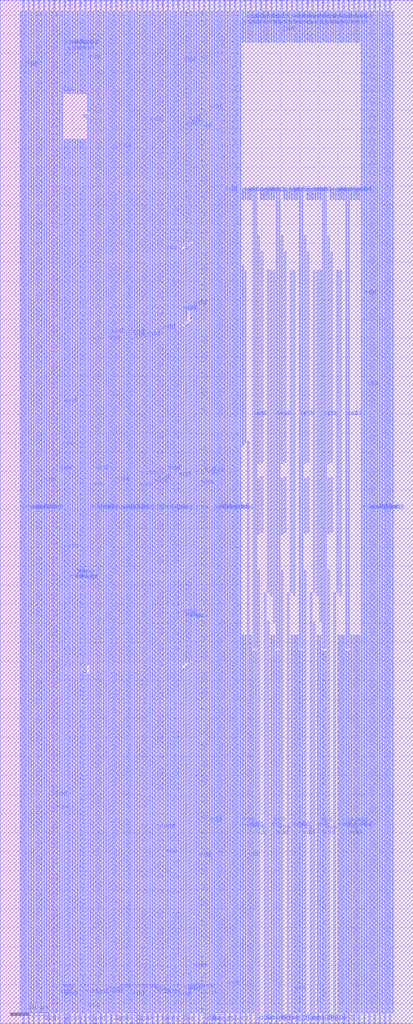
<source format=lef>
VERSION 5.8 ;
BUSBITCHARS "[]" ;
DIVIDERCHAR "/" ;

MACRO sram22_64x4m4w2_test
  CLASS BLOCK ;
  ORIGIN 63.905 220.285 ;
  FOREIGN sram22_64x4m4w2_test -63.905 -220.285 ;
  SIZE 108.77 BY 269.21 ;
  SYMMETRY X Y R90 ;
  PIN vdd
    DIRECTION INOUT ;
    USE POWER ;
    PORT
      LAYER met3 ;
        RECT 33.155 47.52 33.485 48.65 ;
        RECT 33.155 42.675 33.485 43.005 ;
        RECT 33.155 41.315 33.485 41.645 ;
        RECT 33.155 39.955 33.485 40.285 ;
        RECT 33.155 38.595 33.485 38.925 ;
        RECT 33.155 36.09 33.485 36.42 ;
        RECT 33.155 33.915 33.485 34.245 ;
        RECT 33.155 32.335 33.485 32.665 ;
        RECT 33.155 31.485 33.485 31.815 ;
        RECT 33.155 29.175 33.485 29.505 ;
        RECT 33.155 28.325 33.485 28.655 ;
        RECT 33.155 26.015 33.485 26.345 ;
        RECT 33.155 25.165 33.485 25.495 ;
        RECT 33.155 22.855 33.485 23.185 ;
        RECT 33.155 22.005 33.485 22.335 ;
        RECT 33.155 19.695 33.485 20.025 ;
        RECT 33.155 18.115 33.485 18.445 ;
        RECT 33.155 17.265 33.485 17.595 ;
        RECT 33.155 14.955 33.485 15.285 ;
        RECT 33.155 14.105 33.485 14.435 ;
        RECT 33.155 11.795 33.485 12.125 ;
        RECT 33.155 10.945 33.485 11.275 ;
        RECT 33.155 8.635 33.485 8.965 ;
        RECT 33.155 7.785 33.485 8.115 ;
        RECT 33.155 5.475 33.485 5.805 ;
        RECT 33.155 3.895 33.485 4.225 ;
        RECT 33.155 3.045 33.485 3.375 ;
        RECT 33.155 0.87 33.485 1.2 ;
        RECT 33.155 -0.845 33.485 -0.515 ;
        RECT 33.155 -2.205 33.485 -1.875 ;
        RECT 33.155 -3.565 33.485 -3.235 ;
        RECT 33.155 -4.925 33.485 -4.595 ;
        RECT 33.155 -6.285 33.485 -5.955 ;
        RECT 33.155 -7.645 33.485 -7.315 ;
        RECT 33.155 -9.005 33.485 -8.675 ;
        RECT 33.155 -10.365 33.485 -10.035 ;
        RECT 33.155 -11.725 33.485 -11.395 ;
        RECT 33.155 -13.085 33.485 -12.755 ;
        RECT 33.155 -14.445 33.485 -14.115 ;
        RECT 33.155 -15.805 33.485 -15.475 ;
        RECT 33.155 -17.165 33.485 -16.835 ;
        RECT 33.155 -18.525 33.485 -18.195 ;
        RECT 33.155 -19.885 33.485 -19.555 ;
        RECT 33.155 -21.245 33.485 -20.915 ;
        RECT 33.155 -22.605 33.485 -22.275 ;
        RECT 33.155 -23.965 33.485 -23.635 ;
        RECT 33.155 -25.325 33.485 -24.995 ;
        RECT 33.155 -26.685 33.485 -26.355 ;
        RECT 33.155 -28.045 33.485 -27.715 ;
        RECT 33.155 -29.405 33.485 -29.075 ;
        RECT 33.155 -30.765 33.485 -30.435 ;
        RECT 33.155 -32.125 33.485 -31.795 ;
        RECT 33.155 -33.485 33.485 -33.155 ;
        RECT 33.155 -34.845 33.485 -34.515 ;
        RECT 33.155 -36.205 33.485 -35.875 ;
        RECT 33.155 -37.565 33.485 -37.235 ;
        RECT 33.155 -38.925 33.485 -38.595 ;
        RECT 33.155 -40.285 33.485 -39.955 ;
        RECT 33.155 -41.645 33.485 -41.315 ;
        RECT 33.155 -43.005 33.485 -42.675 ;
        RECT 33.155 -44.365 33.485 -44.035 ;
        RECT 33.155 -45.725 33.485 -45.395 ;
        RECT 33.155 -47.085 33.485 -46.755 ;
        RECT 33.155 -48.445 33.485 -48.115 ;
        RECT 33.155 -49.805 33.485 -49.475 ;
        RECT 33.155 -51.165 33.485 -50.835 ;
        RECT 33.155 -52.525 33.485 -52.195 ;
        RECT 33.155 -53.885 33.485 -53.555 ;
        RECT 33.155 -55.245 33.485 -54.915 ;
        RECT 33.155 -56.605 33.485 -56.275 ;
        RECT 33.155 -57.965 33.485 -57.635 ;
        RECT 33.155 -59.325 33.485 -58.995 ;
        RECT 33.155 -60.685 33.485 -60.355 ;
        RECT 33.155 -62.045 33.485 -61.715 ;
        RECT 33.155 -63.405 33.485 -63.075 ;
        RECT 33.155 -64.765 33.485 -64.435 ;
        RECT 33.155 -66.125 33.485 -65.795 ;
        RECT 33.155 -67.485 33.485 -67.155 ;
        RECT 33.155 -68.845 33.485 -68.515 ;
        RECT 33.155 -70.205 33.485 -69.875 ;
        RECT 33.155 -71.565 33.485 -71.235 ;
        RECT 33.155 -72.925 33.485 -72.595 ;
        RECT 33.155 -74.285 33.485 -73.955 ;
        RECT 33.155 -75.645 33.485 -75.315 ;
        RECT 33.155 -77.005 33.485 -76.675 ;
        RECT 33.155 -78.365 33.485 -78.035 ;
        RECT 33.155 -79.725 33.485 -79.395 ;
        RECT 33.155 -81.085 33.485 -80.755 ;
        RECT 33.155 -82.445 33.485 -82.115 ;
        RECT 33.155 -83.805 33.485 -83.475 ;
        RECT 33.155 -85.165 33.485 -84.835 ;
        RECT 33.155 -86.525 33.485 -86.195 ;
        RECT 33.155 -87.885 33.485 -87.555 ;
        RECT 33.155 -89.245 33.485 -88.915 ;
        RECT 33.155 -90.605 33.485 -90.275 ;
        RECT 33.155 -91.965 33.485 -91.635 ;
        RECT 33.155 -93.325 33.485 -92.995 ;
        RECT 33.155 -94.685 33.485 -94.355 ;
        RECT 33.155 -96.045 33.485 -95.715 ;
        RECT 33.155 -97.405 33.485 -97.075 ;
        RECT 33.155 -98.765 33.485 -98.435 ;
        RECT 33.155 -100.125 33.485 -99.795 ;
        RECT 33.155 -101.485 33.485 -101.155 ;
        RECT 33.155 -102.845 33.485 -102.515 ;
        RECT 33.155 -104.205 33.485 -103.875 ;
        RECT 33.155 -105.565 33.485 -105.235 ;
        RECT 33.155 -106.925 33.485 -106.595 ;
        RECT 33.155 -108.285 33.485 -107.955 ;
        RECT 33.155 -109.645 33.485 -109.315 ;
        RECT 33.155 -111.005 33.485 -110.675 ;
        RECT 33.155 -112.365 33.485 -112.035 ;
        RECT 33.155 -113.725 33.485 -113.395 ;
        RECT 33.155 -115.085 33.485 -114.755 ;
        RECT 33.155 -116.445 33.485 -116.115 ;
        RECT 33.155 -117.805 33.485 -117.475 ;
        RECT 33.155 -119.165 33.485 -118.835 ;
        RECT 33.155 -120.525 33.485 -120.195 ;
        RECT 33.155 -121.885 33.485 -121.555 ;
        RECT 33.155 -123.245 33.485 -122.915 ;
        RECT 33.155 -124.605 33.485 -124.275 ;
        RECT 33.155 -125.965 33.485 -125.635 ;
        RECT 33.155 -127.325 33.485 -126.995 ;
        RECT 33.155 -128.685 33.485 -128.355 ;
        RECT 33.155 -130.045 33.485 -129.715 ;
        RECT 33.155 -131.405 33.485 -131.075 ;
        RECT 33.155 -132.765 33.485 -132.435 ;
        RECT 33.155 -134.125 33.485 -133.795 ;
        RECT 33.155 -135.485 33.485 -135.155 ;
        RECT 33.155 -136.845 33.485 -136.515 ;
        RECT 33.155 -138.205 33.485 -137.875 ;
        RECT 33.155 -139.565 33.485 -139.235 ;
        RECT 33.155 -140.925 33.485 -140.595 ;
        RECT 33.155 -142.285 33.485 -141.955 ;
        RECT 33.155 -143.645 33.485 -143.315 ;
        RECT 33.155 -145.005 33.485 -144.675 ;
        RECT 33.155 -146.365 33.485 -146.035 ;
        RECT 33.155 -147.725 33.485 -147.395 ;
        RECT 33.155 -149.085 33.485 -148.755 ;
        RECT 33.155 -150.445 33.485 -150.115 ;
        RECT 33.155 -151.805 33.485 -151.475 ;
        RECT 33.155 -153.165 33.485 -152.835 ;
        RECT 33.155 -154.525 33.485 -154.195 ;
        RECT 33.155 -155.885 33.485 -155.555 ;
        RECT 33.155 -157.245 33.485 -156.915 ;
        RECT 33.155 -158.605 33.485 -158.275 ;
        RECT 33.155 -159.965 33.485 -159.635 ;
        RECT 33.155 -161.325 33.485 -160.995 ;
        RECT 33.155 -162.685 33.485 -162.355 ;
        RECT 33.155 -164.045 33.485 -163.715 ;
        RECT 33.155 -165.405 33.485 -165.075 ;
        RECT 33.155 -166.765 33.485 -166.435 ;
        RECT 33.155 -168.125 33.485 -167.795 ;
        RECT 33.155 -169.485 33.485 -169.155 ;
        RECT 33.155 -170.845 33.485 -170.515 ;
        RECT 33.155 -172.205 33.485 -171.875 ;
        RECT 33.155 -173.565 33.485 -173.235 ;
        RECT 33.155 -174.925 33.485 -174.595 ;
        RECT 33.155 -176.285 33.485 -175.955 ;
        RECT 33.155 -177.645 33.485 -177.315 ;
        RECT 33.155 -179.005 33.485 -178.675 ;
        RECT 33.155 -180.365 33.485 -180.035 ;
        RECT 33.155 -181.725 33.485 -181.395 ;
        RECT 33.155 -183.085 33.485 -182.755 ;
        RECT 33.155 -184.445 33.485 -184.115 ;
        RECT 33.155 -185.805 33.485 -185.475 ;
        RECT 33.155 -187.165 33.485 -186.835 ;
        RECT 33.155 -188.525 33.485 -188.195 ;
        RECT 33.155 -189.885 33.485 -189.555 ;
        RECT 33.155 -191.245 33.485 -190.915 ;
        RECT 33.155 -192.605 33.485 -192.275 ;
        RECT 33.155 -193.965 33.485 -193.635 ;
        RECT 33.155 -195.325 33.485 -194.995 ;
        RECT 33.155 -196.685 33.485 -196.355 ;
        RECT 33.155 -198.045 33.485 -197.715 ;
        RECT 33.155 -199.405 33.485 -199.075 ;
        RECT 33.155 -200.765 33.485 -200.435 ;
        RECT 33.155 -202.125 33.485 -201.795 ;
        RECT 33.155 -203.485 33.485 -203.155 ;
        RECT 33.155 -204.845 33.485 -204.515 ;
        RECT 33.155 -206.205 33.485 -205.875 ;
        RECT 33.155 -207.565 33.485 -207.235 ;
        RECT 33.155 -208.925 33.485 -208.595 ;
        RECT 33.155 -210.285 33.485 -209.955 ;
        RECT 33.155 -211.645 33.485 -211.315 ;
        RECT 33.155 -213.005 33.485 -212.675 ;
        RECT 33.155 -214.365 33.485 -214.035 ;
        RECT 33.155 -220.01 33.485 -218.88 ;
        RECT 33.16 -220.125 33.48 48.765 ;
    END
    PORT
      LAYER met3 ;
        RECT 34.515 47.52 34.845 48.65 ;
        RECT 34.515 42.675 34.845 43.005 ;
        RECT 34.515 41.315 34.845 41.645 ;
        RECT 34.515 39.955 34.845 40.285 ;
        RECT 34.515 38.595 34.845 38.925 ;
        RECT 34.515 36.09 34.845 36.42 ;
        RECT 34.515 33.915 34.845 34.245 ;
        RECT 34.515 32.335 34.845 32.665 ;
        RECT 34.515 31.485 34.845 31.815 ;
        RECT 34.515 29.175 34.845 29.505 ;
        RECT 34.515 28.325 34.845 28.655 ;
        RECT 34.515 26.015 34.845 26.345 ;
        RECT 34.515 25.165 34.845 25.495 ;
        RECT 34.515 22.855 34.845 23.185 ;
        RECT 34.515 22.005 34.845 22.335 ;
        RECT 34.515 19.695 34.845 20.025 ;
        RECT 34.515 18.115 34.845 18.445 ;
        RECT 34.515 17.265 34.845 17.595 ;
        RECT 34.515 14.955 34.845 15.285 ;
        RECT 34.515 14.105 34.845 14.435 ;
        RECT 34.515 11.795 34.845 12.125 ;
        RECT 34.515 10.945 34.845 11.275 ;
        RECT 34.515 8.635 34.845 8.965 ;
        RECT 34.515 7.785 34.845 8.115 ;
        RECT 34.515 5.475 34.845 5.805 ;
        RECT 34.515 3.895 34.845 4.225 ;
        RECT 34.515 3.045 34.845 3.375 ;
        RECT 34.515 0.87 34.845 1.2 ;
        RECT 34.515 -0.845 34.845 -0.515 ;
        RECT 34.515 -2.205 34.845 -1.875 ;
        RECT 34.515 -3.565 34.845 -3.235 ;
        RECT 34.515 -4.925 34.845 -4.595 ;
        RECT 34.515 -6.285 34.845 -5.955 ;
        RECT 34.515 -7.645 34.845 -7.315 ;
        RECT 34.515 -9.005 34.845 -8.675 ;
        RECT 34.515 -10.365 34.845 -10.035 ;
        RECT 34.515 -11.725 34.845 -11.395 ;
        RECT 34.515 -13.085 34.845 -12.755 ;
        RECT 34.515 -14.445 34.845 -14.115 ;
        RECT 34.515 -15.805 34.845 -15.475 ;
        RECT 34.515 -17.165 34.845 -16.835 ;
        RECT 34.515 -18.525 34.845 -18.195 ;
        RECT 34.515 -19.885 34.845 -19.555 ;
        RECT 34.515 -21.245 34.845 -20.915 ;
        RECT 34.515 -22.605 34.845 -22.275 ;
        RECT 34.515 -23.965 34.845 -23.635 ;
        RECT 34.515 -25.325 34.845 -24.995 ;
        RECT 34.515 -26.685 34.845 -26.355 ;
        RECT 34.515 -28.045 34.845 -27.715 ;
        RECT 34.515 -29.405 34.845 -29.075 ;
        RECT 34.515 -30.765 34.845 -30.435 ;
        RECT 34.515 -32.125 34.845 -31.795 ;
        RECT 34.515 -33.485 34.845 -33.155 ;
        RECT 34.515 -34.845 34.845 -34.515 ;
        RECT 34.515 -36.205 34.845 -35.875 ;
        RECT 34.515 -37.565 34.845 -37.235 ;
        RECT 34.515 -38.925 34.845 -38.595 ;
        RECT 34.515 -40.285 34.845 -39.955 ;
        RECT 34.515 -41.645 34.845 -41.315 ;
        RECT 34.515 -43.005 34.845 -42.675 ;
        RECT 34.515 -44.365 34.845 -44.035 ;
        RECT 34.515 -45.725 34.845 -45.395 ;
        RECT 34.515 -47.085 34.845 -46.755 ;
        RECT 34.515 -48.445 34.845 -48.115 ;
        RECT 34.515 -49.805 34.845 -49.475 ;
        RECT 34.515 -51.165 34.845 -50.835 ;
        RECT 34.515 -52.525 34.845 -52.195 ;
        RECT 34.515 -53.885 34.845 -53.555 ;
        RECT 34.515 -55.245 34.845 -54.915 ;
        RECT 34.515 -56.605 34.845 -56.275 ;
        RECT 34.515 -57.965 34.845 -57.635 ;
        RECT 34.515 -59.325 34.845 -58.995 ;
        RECT 34.515 -60.685 34.845 -60.355 ;
        RECT 34.515 -62.045 34.845 -61.715 ;
        RECT 34.515 -63.405 34.845 -63.075 ;
        RECT 34.515 -64.765 34.845 -64.435 ;
        RECT 34.515 -66.125 34.845 -65.795 ;
        RECT 34.515 -67.485 34.845 -67.155 ;
        RECT 34.515 -68.845 34.845 -68.515 ;
        RECT 34.515 -70.205 34.845 -69.875 ;
        RECT 34.515 -71.565 34.845 -71.235 ;
        RECT 34.515 -72.925 34.845 -72.595 ;
        RECT 34.515 -74.285 34.845 -73.955 ;
        RECT 34.515 -75.645 34.845 -75.315 ;
        RECT 34.515 -77.005 34.845 -76.675 ;
        RECT 34.515 -78.365 34.845 -78.035 ;
        RECT 34.515 -79.725 34.845 -79.395 ;
        RECT 34.515 -81.085 34.845 -80.755 ;
        RECT 34.515 -82.445 34.845 -82.115 ;
        RECT 34.515 -83.805 34.845 -83.475 ;
        RECT 34.515 -85.165 34.845 -84.835 ;
        RECT 34.515 -86.525 34.845 -86.195 ;
        RECT 34.515 -87.885 34.845 -87.555 ;
        RECT 34.515 -89.245 34.845 -88.915 ;
        RECT 34.515 -90.605 34.845 -90.275 ;
        RECT 34.515 -91.965 34.845 -91.635 ;
        RECT 34.515 -93.325 34.845 -92.995 ;
        RECT 34.515 -94.685 34.845 -94.355 ;
        RECT 34.515 -96.045 34.845 -95.715 ;
        RECT 34.515 -97.405 34.845 -97.075 ;
        RECT 34.515 -98.765 34.845 -98.435 ;
        RECT 34.515 -100.125 34.845 -99.795 ;
        RECT 34.515 -101.485 34.845 -101.155 ;
        RECT 34.515 -102.845 34.845 -102.515 ;
        RECT 34.515 -104.205 34.845 -103.875 ;
        RECT 34.515 -105.565 34.845 -105.235 ;
        RECT 34.515 -106.925 34.845 -106.595 ;
        RECT 34.515 -108.285 34.845 -107.955 ;
        RECT 34.515 -109.645 34.845 -109.315 ;
        RECT 34.515 -111.005 34.845 -110.675 ;
        RECT 34.515 -112.365 34.845 -112.035 ;
        RECT 34.515 -113.725 34.845 -113.395 ;
        RECT 34.515 -115.085 34.845 -114.755 ;
        RECT 34.515 -116.445 34.845 -116.115 ;
        RECT 34.515 -117.805 34.845 -117.475 ;
        RECT 34.515 -119.165 34.845 -118.835 ;
        RECT 34.515 -120.525 34.845 -120.195 ;
        RECT 34.515 -121.885 34.845 -121.555 ;
        RECT 34.515 -123.245 34.845 -122.915 ;
        RECT 34.515 -124.605 34.845 -124.275 ;
        RECT 34.515 -125.965 34.845 -125.635 ;
        RECT 34.515 -127.325 34.845 -126.995 ;
        RECT 34.515 -128.685 34.845 -128.355 ;
        RECT 34.515 -130.045 34.845 -129.715 ;
        RECT 34.515 -131.405 34.845 -131.075 ;
        RECT 34.515 -132.765 34.845 -132.435 ;
        RECT 34.515 -134.125 34.845 -133.795 ;
        RECT 34.515 -135.485 34.845 -135.155 ;
        RECT 34.515 -136.845 34.845 -136.515 ;
        RECT 34.515 -138.205 34.845 -137.875 ;
        RECT 34.515 -139.565 34.845 -139.235 ;
        RECT 34.515 -140.925 34.845 -140.595 ;
        RECT 34.515 -142.285 34.845 -141.955 ;
        RECT 34.515 -143.645 34.845 -143.315 ;
        RECT 34.515 -145.005 34.845 -144.675 ;
        RECT 34.515 -146.365 34.845 -146.035 ;
        RECT 34.515 -147.725 34.845 -147.395 ;
        RECT 34.515 -149.085 34.845 -148.755 ;
        RECT 34.515 -150.445 34.845 -150.115 ;
        RECT 34.515 -151.805 34.845 -151.475 ;
        RECT 34.515 -153.165 34.845 -152.835 ;
        RECT 34.515 -154.525 34.845 -154.195 ;
        RECT 34.515 -155.885 34.845 -155.555 ;
        RECT 34.515 -157.245 34.845 -156.915 ;
        RECT 34.515 -158.605 34.845 -158.275 ;
        RECT 34.515 -159.965 34.845 -159.635 ;
        RECT 34.515 -161.325 34.845 -160.995 ;
        RECT 34.515 -162.685 34.845 -162.355 ;
        RECT 34.515 -164.045 34.845 -163.715 ;
        RECT 34.515 -165.405 34.845 -165.075 ;
        RECT 34.515 -166.765 34.845 -166.435 ;
        RECT 34.515 -168.125 34.845 -167.795 ;
        RECT 34.515 -169.485 34.845 -169.155 ;
        RECT 34.515 -170.845 34.845 -170.515 ;
        RECT 34.515 -172.205 34.845 -171.875 ;
        RECT 34.515 -173.565 34.845 -173.235 ;
        RECT 34.515 -174.925 34.845 -174.595 ;
        RECT 34.515 -176.285 34.845 -175.955 ;
        RECT 34.515 -177.645 34.845 -177.315 ;
        RECT 34.515 -179.005 34.845 -178.675 ;
        RECT 34.515 -180.365 34.845 -180.035 ;
        RECT 34.515 -181.725 34.845 -181.395 ;
        RECT 34.515 -183.085 34.845 -182.755 ;
        RECT 34.515 -184.445 34.845 -184.115 ;
        RECT 34.515 -185.805 34.845 -185.475 ;
        RECT 34.515 -187.165 34.845 -186.835 ;
        RECT 34.515 -188.525 34.845 -188.195 ;
        RECT 34.515 -189.885 34.845 -189.555 ;
        RECT 34.515 -191.245 34.845 -190.915 ;
        RECT 34.515 -192.605 34.845 -192.275 ;
        RECT 34.515 -193.965 34.845 -193.635 ;
        RECT 34.515 -195.325 34.845 -194.995 ;
        RECT 34.515 -196.685 34.845 -196.355 ;
        RECT 34.515 -198.045 34.845 -197.715 ;
        RECT 34.515 -199.405 34.845 -199.075 ;
        RECT 34.515 -200.765 34.845 -200.435 ;
        RECT 34.515 -202.125 34.845 -201.795 ;
        RECT 34.515 -203.485 34.845 -203.155 ;
        RECT 34.515 -204.845 34.845 -204.515 ;
        RECT 34.515 -206.205 34.845 -205.875 ;
        RECT 34.515 -207.565 34.845 -207.235 ;
        RECT 34.515 -208.925 34.845 -208.595 ;
        RECT 34.515 -210.285 34.845 -209.955 ;
        RECT 34.515 -211.645 34.845 -211.315 ;
        RECT 34.515 -213.005 34.845 -212.675 ;
        RECT 34.515 -214.365 34.845 -214.035 ;
        RECT 34.515 -220.01 34.845 -218.88 ;
        RECT 34.52 -220.125 34.84 48.765 ;
    END
    PORT
      LAYER met3 ;
        RECT 35.875 47.52 36.205 48.65 ;
        RECT 35.875 42.675 36.205 43.005 ;
        RECT 35.875 41.315 36.205 41.645 ;
        RECT 35.875 39.955 36.205 40.285 ;
        RECT 35.875 38.595 36.205 38.925 ;
        RECT 35.875 36.09 36.205 36.42 ;
        RECT 35.875 33.915 36.205 34.245 ;
        RECT 35.875 32.335 36.205 32.665 ;
        RECT 35.875 31.485 36.205 31.815 ;
        RECT 35.875 29.175 36.205 29.505 ;
        RECT 35.875 28.325 36.205 28.655 ;
        RECT 35.875 26.015 36.205 26.345 ;
        RECT 35.875 25.165 36.205 25.495 ;
        RECT 35.875 22.855 36.205 23.185 ;
        RECT 35.875 22.005 36.205 22.335 ;
        RECT 35.875 19.695 36.205 20.025 ;
        RECT 35.875 18.115 36.205 18.445 ;
        RECT 35.875 17.265 36.205 17.595 ;
        RECT 35.875 14.955 36.205 15.285 ;
        RECT 35.875 14.105 36.205 14.435 ;
        RECT 35.875 11.795 36.205 12.125 ;
        RECT 35.875 10.945 36.205 11.275 ;
        RECT 35.875 8.635 36.205 8.965 ;
        RECT 35.875 7.785 36.205 8.115 ;
        RECT 35.875 5.475 36.205 5.805 ;
        RECT 35.875 3.895 36.205 4.225 ;
        RECT 35.875 3.045 36.205 3.375 ;
        RECT 35.875 0.87 36.205 1.2 ;
        RECT 35.875 -0.845 36.205 -0.515 ;
        RECT 35.875 -2.205 36.205 -1.875 ;
        RECT 35.875 -3.565 36.205 -3.235 ;
        RECT 35.875 -4.925 36.205 -4.595 ;
        RECT 35.875 -6.285 36.205 -5.955 ;
        RECT 35.875 -7.645 36.205 -7.315 ;
        RECT 35.875 -9.005 36.205 -8.675 ;
        RECT 35.875 -10.365 36.205 -10.035 ;
        RECT 35.875 -11.725 36.205 -11.395 ;
        RECT 35.875 -13.085 36.205 -12.755 ;
        RECT 35.875 -14.445 36.205 -14.115 ;
        RECT 35.875 -15.805 36.205 -15.475 ;
        RECT 35.875 -17.165 36.205 -16.835 ;
        RECT 35.875 -18.525 36.205 -18.195 ;
        RECT 35.875 -19.885 36.205 -19.555 ;
        RECT 35.875 -21.245 36.205 -20.915 ;
        RECT 35.875 -22.605 36.205 -22.275 ;
        RECT 35.875 -23.965 36.205 -23.635 ;
        RECT 35.875 -25.325 36.205 -24.995 ;
        RECT 35.875 -26.685 36.205 -26.355 ;
        RECT 35.875 -28.045 36.205 -27.715 ;
        RECT 35.875 -29.405 36.205 -29.075 ;
        RECT 35.875 -30.765 36.205 -30.435 ;
        RECT 35.875 -32.125 36.205 -31.795 ;
        RECT 35.875 -33.485 36.205 -33.155 ;
        RECT 35.875 -34.845 36.205 -34.515 ;
        RECT 35.875 -36.205 36.205 -35.875 ;
        RECT 35.875 -37.565 36.205 -37.235 ;
        RECT 35.875 -38.925 36.205 -38.595 ;
        RECT 35.875 -40.285 36.205 -39.955 ;
        RECT 35.875 -41.645 36.205 -41.315 ;
        RECT 35.875 -43.005 36.205 -42.675 ;
        RECT 35.875 -44.365 36.205 -44.035 ;
        RECT 35.875 -45.725 36.205 -45.395 ;
        RECT 35.875 -47.085 36.205 -46.755 ;
        RECT 35.875 -48.445 36.205 -48.115 ;
        RECT 35.875 -49.805 36.205 -49.475 ;
        RECT 35.875 -51.165 36.205 -50.835 ;
        RECT 35.875 -52.525 36.205 -52.195 ;
        RECT 35.875 -53.885 36.205 -53.555 ;
        RECT 35.875 -55.245 36.205 -54.915 ;
        RECT 35.875 -56.605 36.205 -56.275 ;
        RECT 35.875 -57.965 36.205 -57.635 ;
        RECT 35.875 -59.325 36.205 -58.995 ;
        RECT 35.875 -60.685 36.205 -60.355 ;
        RECT 35.875 -62.045 36.205 -61.715 ;
        RECT 35.875 -63.405 36.205 -63.075 ;
        RECT 35.875 -64.765 36.205 -64.435 ;
        RECT 35.875 -66.125 36.205 -65.795 ;
        RECT 35.875 -67.485 36.205 -67.155 ;
        RECT 35.875 -68.845 36.205 -68.515 ;
        RECT 35.875 -70.205 36.205 -69.875 ;
        RECT 35.875 -71.565 36.205 -71.235 ;
        RECT 35.875 -72.925 36.205 -72.595 ;
        RECT 35.875 -74.285 36.205 -73.955 ;
        RECT 35.875 -75.645 36.205 -75.315 ;
        RECT 35.875 -77.005 36.205 -76.675 ;
        RECT 35.875 -78.365 36.205 -78.035 ;
        RECT 35.875 -79.725 36.205 -79.395 ;
        RECT 35.875 -81.085 36.205 -80.755 ;
        RECT 35.875 -82.445 36.205 -82.115 ;
        RECT 35.875 -83.805 36.205 -83.475 ;
        RECT 35.875 -85.165 36.205 -84.835 ;
        RECT 35.875 -86.525 36.205 -86.195 ;
        RECT 35.875 -87.885 36.205 -87.555 ;
        RECT 35.875 -89.245 36.205 -88.915 ;
        RECT 35.875 -90.605 36.205 -90.275 ;
        RECT 35.875 -91.965 36.205 -91.635 ;
        RECT 35.875 -93.325 36.205 -92.995 ;
        RECT 35.875 -94.685 36.205 -94.355 ;
        RECT 35.875 -96.045 36.205 -95.715 ;
        RECT 35.875 -97.405 36.205 -97.075 ;
        RECT 35.875 -98.765 36.205 -98.435 ;
        RECT 35.875 -100.125 36.205 -99.795 ;
        RECT 35.875 -101.485 36.205 -101.155 ;
        RECT 35.875 -102.845 36.205 -102.515 ;
        RECT 35.875 -104.205 36.205 -103.875 ;
        RECT 35.875 -105.565 36.205 -105.235 ;
        RECT 35.875 -106.925 36.205 -106.595 ;
        RECT 35.875 -108.285 36.205 -107.955 ;
        RECT 35.875 -109.645 36.205 -109.315 ;
        RECT 35.875 -111.005 36.205 -110.675 ;
        RECT 35.875 -112.365 36.205 -112.035 ;
        RECT 35.875 -113.725 36.205 -113.395 ;
        RECT 35.875 -115.085 36.205 -114.755 ;
        RECT 35.875 -116.445 36.205 -116.115 ;
        RECT 35.875 -117.805 36.205 -117.475 ;
        RECT 35.875 -119.165 36.205 -118.835 ;
        RECT 35.875 -120.525 36.205 -120.195 ;
        RECT 35.875 -121.885 36.205 -121.555 ;
        RECT 35.875 -123.245 36.205 -122.915 ;
        RECT 35.875 -124.605 36.205 -124.275 ;
        RECT 35.875 -125.965 36.205 -125.635 ;
        RECT 35.875 -127.325 36.205 -126.995 ;
        RECT 35.875 -128.685 36.205 -128.355 ;
        RECT 35.875 -130.045 36.205 -129.715 ;
        RECT 35.875 -131.405 36.205 -131.075 ;
        RECT 35.875 -132.765 36.205 -132.435 ;
        RECT 35.875 -134.125 36.205 -133.795 ;
        RECT 35.875 -135.485 36.205 -135.155 ;
        RECT 35.875 -136.845 36.205 -136.515 ;
        RECT 35.875 -138.205 36.205 -137.875 ;
        RECT 35.875 -139.565 36.205 -139.235 ;
        RECT 35.875 -140.925 36.205 -140.595 ;
        RECT 35.875 -142.285 36.205 -141.955 ;
        RECT 35.875 -143.645 36.205 -143.315 ;
        RECT 35.875 -145.005 36.205 -144.675 ;
        RECT 35.875 -146.365 36.205 -146.035 ;
        RECT 35.875 -147.725 36.205 -147.395 ;
        RECT 35.875 -149.085 36.205 -148.755 ;
        RECT 35.875 -150.445 36.205 -150.115 ;
        RECT 35.875 -151.805 36.205 -151.475 ;
        RECT 35.875 -153.165 36.205 -152.835 ;
        RECT 35.875 -154.525 36.205 -154.195 ;
        RECT 35.875 -155.885 36.205 -155.555 ;
        RECT 35.875 -157.245 36.205 -156.915 ;
        RECT 35.875 -158.605 36.205 -158.275 ;
        RECT 35.875 -159.965 36.205 -159.635 ;
        RECT 35.875 -161.325 36.205 -160.995 ;
        RECT 35.875 -162.685 36.205 -162.355 ;
        RECT 35.875 -164.045 36.205 -163.715 ;
        RECT 35.875 -165.405 36.205 -165.075 ;
        RECT 35.875 -166.765 36.205 -166.435 ;
        RECT 35.875 -168.125 36.205 -167.795 ;
        RECT 35.875 -169.485 36.205 -169.155 ;
        RECT 35.875 -170.845 36.205 -170.515 ;
        RECT 35.875 -172.205 36.205 -171.875 ;
        RECT 35.875 -173.565 36.205 -173.235 ;
        RECT 35.875 -174.925 36.205 -174.595 ;
        RECT 35.875 -176.285 36.205 -175.955 ;
        RECT 35.875 -177.645 36.205 -177.315 ;
        RECT 35.875 -179.005 36.205 -178.675 ;
        RECT 35.875 -180.365 36.205 -180.035 ;
        RECT 35.875 -181.725 36.205 -181.395 ;
        RECT 35.875 -183.085 36.205 -182.755 ;
        RECT 35.875 -184.445 36.205 -184.115 ;
        RECT 35.875 -185.805 36.205 -185.475 ;
        RECT 35.875 -187.165 36.205 -186.835 ;
        RECT 35.875 -188.525 36.205 -188.195 ;
        RECT 35.875 -189.885 36.205 -189.555 ;
        RECT 35.875 -191.245 36.205 -190.915 ;
        RECT 35.875 -192.605 36.205 -192.275 ;
        RECT 35.875 -193.965 36.205 -193.635 ;
        RECT 35.875 -195.325 36.205 -194.995 ;
        RECT 35.875 -196.685 36.205 -196.355 ;
        RECT 35.875 -198.045 36.205 -197.715 ;
        RECT 35.875 -199.405 36.205 -199.075 ;
        RECT 35.875 -200.765 36.205 -200.435 ;
        RECT 35.875 -202.125 36.205 -201.795 ;
        RECT 35.875 -203.485 36.205 -203.155 ;
        RECT 35.875 -204.845 36.205 -204.515 ;
        RECT 35.875 -206.205 36.205 -205.875 ;
        RECT 35.875 -207.565 36.205 -207.235 ;
        RECT 35.875 -208.925 36.205 -208.595 ;
        RECT 35.875 -210.285 36.205 -209.955 ;
        RECT 35.875 -211.645 36.205 -211.315 ;
        RECT 35.875 -213.005 36.205 -212.675 ;
        RECT 35.875 -214.365 36.205 -214.035 ;
        RECT 35.875 -220.01 36.205 -218.88 ;
        RECT 35.88 -220.125 36.2 48.765 ;
    END
    PORT
      LAYER met3 ;
        RECT 37.235 47.52 37.565 48.65 ;
        RECT 37.235 42.675 37.565 43.005 ;
        RECT 37.235 41.315 37.565 41.645 ;
        RECT 37.235 39.955 37.565 40.285 ;
        RECT 37.235 38.595 37.565 38.925 ;
        RECT 37.235 37.235 37.565 37.565 ;
        RECT 37.235 35.875 37.565 36.205 ;
        RECT 37.235 34.515 37.565 34.845 ;
        RECT 37.235 33.155 37.565 33.485 ;
        RECT 37.235 31.795 37.565 32.125 ;
        RECT 37.235 30.435 37.565 30.765 ;
        RECT 37.235 29.075 37.565 29.405 ;
        RECT 37.235 27.715 37.565 28.045 ;
        RECT 37.235 26.355 37.565 26.685 ;
        RECT 37.235 24.995 37.565 25.325 ;
        RECT 37.235 23.635 37.565 23.965 ;
        RECT 37.235 22.275 37.565 22.605 ;
        RECT 37.235 20.915 37.565 21.245 ;
        RECT 37.235 19.555 37.565 19.885 ;
        RECT 37.235 18.195 37.565 18.525 ;
        RECT 37.235 16.835 37.565 17.165 ;
        RECT 37.235 15.475 37.565 15.805 ;
        RECT 37.235 14.115 37.565 14.445 ;
        RECT 37.235 12.755 37.565 13.085 ;
        RECT 37.235 11.395 37.565 11.725 ;
        RECT 37.235 10.035 37.565 10.365 ;
        RECT 37.235 8.675 37.565 9.005 ;
        RECT 37.235 7.315 37.565 7.645 ;
        RECT 37.235 5.955 37.565 6.285 ;
        RECT 37.235 4.595 37.565 4.925 ;
        RECT 37.235 3.235 37.565 3.565 ;
        RECT 37.235 1.875 37.565 2.205 ;
        RECT 37.235 0.515 37.565 0.845 ;
        RECT 37.235 -0.845 37.565 -0.515 ;
        RECT 37.235 -2.205 37.565 -1.875 ;
        RECT 37.235 -3.565 37.565 -3.235 ;
        RECT 37.235 -4.925 37.565 -4.595 ;
        RECT 37.235 -6.285 37.565 -5.955 ;
        RECT 37.235 -7.645 37.565 -7.315 ;
        RECT 37.235 -9.005 37.565 -8.675 ;
        RECT 37.235 -10.365 37.565 -10.035 ;
        RECT 37.235 -11.725 37.565 -11.395 ;
        RECT 37.235 -13.085 37.565 -12.755 ;
        RECT 37.235 -14.445 37.565 -14.115 ;
        RECT 37.235 -15.805 37.565 -15.475 ;
        RECT 37.235 -17.165 37.565 -16.835 ;
        RECT 37.235 -18.525 37.565 -18.195 ;
        RECT 37.235 -19.885 37.565 -19.555 ;
        RECT 37.235 -21.245 37.565 -20.915 ;
        RECT 37.235 -22.605 37.565 -22.275 ;
        RECT 37.235 -23.965 37.565 -23.635 ;
        RECT 37.235 -25.325 37.565 -24.995 ;
        RECT 37.235 -26.685 37.565 -26.355 ;
        RECT 37.235 -28.045 37.565 -27.715 ;
        RECT 37.235 -29.405 37.565 -29.075 ;
        RECT 37.235 -30.765 37.565 -30.435 ;
        RECT 37.235 -32.125 37.565 -31.795 ;
        RECT 37.235 -33.485 37.565 -33.155 ;
        RECT 37.235 -34.845 37.565 -34.515 ;
        RECT 37.235 -36.205 37.565 -35.875 ;
        RECT 37.235 -37.565 37.565 -37.235 ;
        RECT 37.235 -38.925 37.565 -38.595 ;
        RECT 37.235 -40.285 37.565 -39.955 ;
        RECT 37.235 -41.645 37.565 -41.315 ;
        RECT 37.235 -43.005 37.565 -42.675 ;
        RECT 37.235 -44.365 37.565 -44.035 ;
        RECT 37.235 -45.725 37.565 -45.395 ;
        RECT 37.235 -47.085 37.565 -46.755 ;
        RECT 37.235 -48.445 37.565 -48.115 ;
        RECT 37.235 -49.805 37.565 -49.475 ;
        RECT 37.235 -51.165 37.565 -50.835 ;
        RECT 37.235 -52.525 37.565 -52.195 ;
        RECT 37.235 -53.885 37.565 -53.555 ;
        RECT 37.235 -55.245 37.565 -54.915 ;
        RECT 37.235 -56.605 37.565 -56.275 ;
        RECT 37.235 -57.965 37.565 -57.635 ;
        RECT 37.235 -59.325 37.565 -58.995 ;
        RECT 37.235 -60.685 37.565 -60.355 ;
        RECT 37.235 -62.045 37.565 -61.715 ;
        RECT 37.235 -63.405 37.565 -63.075 ;
        RECT 37.235 -64.765 37.565 -64.435 ;
        RECT 37.235 -66.125 37.565 -65.795 ;
        RECT 37.235 -67.485 37.565 -67.155 ;
        RECT 37.235 -68.845 37.565 -68.515 ;
        RECT 37.235 -70.205 37.565 -69.875 ;
        RECT 37.235 -71.565 37.565 -71.235 ;
        RECT 37.235 -72.925 37.565 -72.595 ;
        RECT 37.235 -74.285 37.565 -73.955 ;
        RECT 37.235 -75.645 37.565 -75.315 ;
        RECT 37.235 -77.005 37.565 -76.675 ;
        RECT 37.235 -78.365 37.565 -78.035 ;
        RECT 37.235 -79.725 37.565 -79.395 ;
        RECT 37.235 -81.085 37.565 -80.755 ;
        RECT 37.235 -82.445 37.565 -82.115 ;
        RECT 37.235 -83.805 37.565 -83.475 ;
        RECT 37.235 -85.165 37.565 -84.835 ;
        RECT 37.235 -86.525 37.565 -86.195 ;
        RECT 37.235 -87.885 37.565 -87.555 ;
        RECT 37.235 -89.245 37.565 -88.915 ;
        RECT 37.235 -90.605 37.565 -90.275 ;
        RECT 37.235 -91.965 37.565 -91.635 ;
        RECT 37.235 -93.325 37.565 -92.995 ;
        RECT 37.235 -94.685 37.565 -94.355 ;
        RECT 37.235 -96.045 37.565 -95.715 ;
        RECT 37.235 -97.405 37.565 -97.075 ;
        RECT 37.235 -98.765 37.565 -98.435 ;
        RECT 37.235 -100.125 37.565 -99.795 ;
        RECT 37.235 -101.485 37.565 -101.155 ;
        RECT 37.235 -102.845 37.565 -102.515 ;
        RECT 37.235 -104.205 37.565 -103.875 ;
        RECT 37.235 -105.565 37.565 -105.235 ;
        RECT 37.235 -106.925 37.565 -106.595 ;
        RECT 37.235 -108.285 37.565 -107.955 ;
        RECT 37.235 -109.645 37.565 -109.315 ;
        RECT 37.235 -111.005 37.565 -110.675 ;
        RECT 37.235 -112.365 37.565 -112.035 ;
        RECT 37.235 -113.725 37.565 -113.395 ;
        RECT 37.235 -115.085 37.565 -114.755 ;
        RECT 37.235 -116.445 37.565 -116.115 ;
        RECT 37.235 -117.805 37.565 -117.475 ;
        RECT 37.235 -119.165 37.565 -118.835 ;
        RECT 37.235 -120.525 37.565 -120.195 ;
        RECT 37.235 -121.885 37.565 -121.555 ;
        RECT 37.235 -123.245 37.565 -122.915 ;
        RECT 37.235 -124.605 37.565 -124.275 ;
        RECT 37.235 -125.965 37.565 -125.635 ;
        RECT 37.235 -127.325 37.565 -126.995 ;
        RECT 37.235 -128.685 37.565 -128.355 ;
        RECT 37.235 -130.045 37.565 -129.715 ;
        RECT 37.235 -131.405 37.565 -131.075 ;
        RECT 37.235 -132.765 37.565 -132.435 ;
        RECT 37.235 -134.125 37.565 -133.795 ;
        RECT 37.235 -135.485 37.565 -135.155 ;
        RECT 37.235 -136.845 37.565 -136.515 ;
        RECT 37.235 -138.205 37.565 -137.875 ;
        RECT 37.235 -139.565 37.565 -139.235 ;
        RECT 37.235 -140.925 37.565 -140.595 ;
        RECT 37.235 -142.285 37.565 -141.955 ;
        RECT 37.235 -143.645 37.565 -143.315 ;
        RECT 37.235 -145.005 37.565 -144.675 ;
        RECT 37.235 -146.365 37.565 -146.035 ;
        RECT 37.235 -147.725 37.565 -147.395 ;
        RECT 37.235 -149.085 37.565 -148.755 ;
        RECT 37.235 -150.445 37.565 -150.115 ;
        RECT 37.235 -151.805 37.565 -151.475 ;
        RECT 37.235 -153.165 37.565 -152.835 ;
        RECT 37.235 -154.525 37.565 -154.195 ;
        RECT 37.235 -155.885 37.565 -155.555 ;
        RECT 37.235 -157.245 37.565 -156.915 ;
        RECT 37.235 -158.605 37.565 -158.275 ;
        RECT 37.235 -159.965 37.565 -159.635 ;
        RECT 37.235 -161.325 37.565 -160.995 ;
        RECT 37.235 -162.685 37.565 -162.355 ;
        RECT 37.235 -164.045 37.565 -163.715 ;
        RECT 37.235 -165.405 37.565 -165.075 ;
        RECT 37.235 -166.765 37.565 -166.435 ;
        RECT 37.235 -168.125 37.565 -167.795 ;
        RECT 37.235 -169.485 37.565 -169.155 ;
        RECT 37.235 -170.845 37.565 -170.515 ;
        RECT 37.235 -172.205 37.565 -171.875 ;
        RECT 37.235 -173.565 37.565 -173.235 ;
        RECT 37.235 -174.925 37.565 -174.595 ;
        RECT 37.235 -176.285 37.565 -175.955 ;
        RECT 37.235 -177.645 37.565 -177.315 ;
        RECT 37.235 -179.005 37.565 -178.675 ;
        RECT 37.235 -180.365 37.565 -180.035 ;
        RECT 37.235 -181.725 37.565 -181.395 ;
        RECT 37.235 -183.085 37.565 -182.755 ;
        RECT 37.235 -184.445 37.565 -184.115 ;
        RECT 37.235 -185.805 37.565 -185.475 ;
        RECT 37.235 -187.165 37.565 -186.835 ;
        RECT 37.235 -188.525 37.565 -188.195 ;
        RECT 37.235 -189.885 37.565 -189.555 ;
        RECT 37.235 -191.245 37.565 -190.915 ;
        RECT 37.235 -192.605 37.565 -192.275 ;
        RECT 37.235 -193.965 37.565 -193.635 ;
        RECT 37.235 -195.325 37.565 -194.995 ;
        RECT 37.235 -196.685 37.565 -196.355 ;
        RECT 37.235 -198.045 37.565 -197.715 ;
        RECT 37.235 -199.405 37.565 -199.075 ;
        RECT 37.235 -200.765 37.565 -200.435 ;
        RECT 37.235 -202.125 37.565 -201.795 ;
        RECT 37.235 -203.485 37.565 -203.155 ;
        RECT 37.235 -204.845 37.565 -204.515 ;
        RECT 37.235 -206.205 37.565 -205.875 ;
        RECT 37.235 -207.565 37.565 -207.235 ;
        RECT 37.235 -208.925 37.565 -208.595 ;
        RECT 37.235 -210.285 37.565 -209.955 ;
        RECT 37.235 -211.645 37.565 -211.315 ;
        RECT 37.235 -213.005 37.565 -212.675 ;
        RECT 37.235 -214.365 37.565 -214.035 ;
        RECT 37.235 -220.01 37.565 -218.88 ;
        RECT 37.24 -220.125 37.56 48.765 ;
    END
    PORT
      LAYER met3 ;
        RECT 38.595 47.52 38.925 48.65 ;
        RECT 38.595 42.675 38.925 43.005 ;
        RECT 38.595 41.315 38.925 41.645 ;
        RECT 38.595 39.955 38.925 40.285 ;
        RECT 38.595 38.595 38.925 38.925 ;
        RECT 38.595 37.235 38.925 37.565 ;
        RECT 38.595 35.875 38.925 36.205 ;
        RECT 38.595 34.515 38.925 34.845 ;
        RECT 38.595 33.155 38.925 33.485 ;
        RECT 38.595 31.795 38.925 32.125 ;
        RECT 38.595 30.435 38.925 30.765 ;
        RECT 38.595 29.075 38.925 29.405 ;
        RECT 38.595 27.715 38.925 28.045 ;
        RECT 38.595 26.355 38.925 26.685 ;
        RECT 38.595 24.995 38.925 25.325 ;
        RECT 38.595 23.635 38.925 23.965 ;
        RECT 38.595 22.275 38.925 22.605 ;
        RECT 38.595 20.915 38.925 21.245 ;
        RECT 38.595 19.555 38.925 19.885 ;
        RECT 38.595 18.195 38.925 18.525 ;
        RECT 38.595 16.835 38.925 17.165 ;
        RECT 38.595 15.475 38.925 15.805 ;
        RECT 38.595 14.115 38.925 14.445 ;
        RECT 38.595 12.755 38.925 13.085 ;
        RECT 38.595 11.395 38.925 11.725 ;
        RECT 38.595 10.035 38.925 10.365 ;
        RECT 38.595 8.675 38.925 9.005 ;
        RECT 38.595 7.315 38.925 7.645 ;
        RECT 38.595 5.955 38.925 6.285 ;
        RECT 38.595 4.595 38.925 4.925 ;
        RECT 38.595 3.235 38.925 3.565 ;
        RECT 38.595 1.875 38.925 2.205 ;
        RECT 38.595 0.515 38.925 0.845 ;
        RECT 38.595 -0.845 38.925 -0.515 ;
        RECT 38.595 -2.205 38.925 -1.875 ;
        RECT 38.595 -3.565 38.925 -3.235 ;
        RECT 38.595 -4.925 38.925 -4.595 ;
        RECT 38.595 -6.285 38.925 -5.955 ;
        RECT 38.595 -7.645 38.925 -7.315 ;
        RECT 38.595 -9.005 38.925 -8.675 ;
        RECT 38.595 -10.365 38.925 -10.035 ;
        RECT 38.595 -11.725 38.925 -11.395 ;
        RECT 38.595 -13.085 38.925 -12.755 ;
        RECT 38.595 -14.445 38.925 -14.115 ;
        RECT 38.595 -15.805 38.925 -15.475 ;
        RECT 38.595 -17.165 38.925 -16.835 ;
        RECT 38.595 -18.525 38.925 -18.195 ;
        RECT 38.595 -19.885 38.925 -19.555 ;
        RECT 38.595 -21.245 38.925 -20.915 ;
        RECT 38.595 -22.605 38.925 -22.275 ;
        RECT 38.595 -23.965 38.925 -23.635 ;
        RECT 38.595 -25.325 38.925 -24.995 ;
        RECT 38.595 -26.685 38.925 -26.355 ;
        RECT 38.595 -28.045 38.925 -27.715 ;
        RECT 38.595 -29.405 38.925 -29.075 ;
        RECT 38.595 -30.765 38.925 -30.435 ;
        RECT 38.595 -32.125 38.925 -31.795 ;
        RECT 38.595 -33.485 38.925 -33.155 ;
        RECT 38.595 -34.845 38.925 -34.515 ;
        RECT 38.595 -36.205 38.925 -35.875 ;
        RECT 38.595 -37.565 38.925 -37.235 ;
        RECT 38.595 -38.925 38.925 -38.595 ;
        RECT 38.595 -40.285 38.925 -39.955 ;
        RECT 38.595 -41.645 38.925 -41.315 ;
        RECT 38.595 -43.005 38.925 -42.675 ;
        RECT 38.595 -44.365 38.925 -44.035 ;
        RECT 38.595 -45.725 38.925 -45.395 ;
        RECT 38.595 -47.085 38.925 -46.755 ;
        RECT 38.595 -48.445 38.925 -48.115 ;
        RECT 38.595 -49.805 38.925 -49.475 ;
        RECT 38.595 -51.165 38.925 -50.835 ;
        RECT 38.595 -52.525 38.925 -52.195 ;
        RECT 38.595 -53.885 38.925 -53.555 ;
        RECT 38.595 -55.245 38.925 -54.915 ;
        RECT 38.595 -56.605 38.925 -56.275 ;
        RECT 38.595 -57.965 38.925 -57.635 ;
        RECT 38.595 -59.325 38.925 -58.995 ;
        RECT 38.595 -60.685 38.925 -60.355 ;
        RECT 38.595 -62.045 38.925 -61.715 ;
        RECT 38.595 -63.405 38.925 -63.075 ;
        RECT 38.595 -64.765 38.925 -64.435 ;
        RECT 38.595 -66.125 38.925 -65.795 ;
        RECT 38.595 -67.485 38.925 -67.155 ;
        RECT 38.595 -68.845 38.925 -68.515 ;
        RECT 38.595 -70.205 38.925 -69.875 ;
        RECT 38.595 -71.565 38.925 -71.235 ;
        RECT 38.595 -72.925 38.925 -72.595 ;
        RECT 38.595 -74.285 38.925 -73.955 ;
        RECT 38.595 -75.645 38.925 -75.315 ;
        RECT 38.595 -77.005 38.925 -76.675 ;
        RECT 38.595 -78.365 38.925 -78.035 ;
        RECT 38.595 -79.725 38.925 -79.395 ;
        RECT 38.595 -81.085 38.925 -80.755 ;
        RECT 38.595 -82.445 38.925 -82.115 ;
        RECT 38.595 -83.805 38.925 -83.475 ;
        RECT 38.595 -85.165 38.925 -84.835 ;
        RECT 38.595 -86.525 38.925 -86.195 ;
        RECT 38.595 -87.885 38.925 -87.555 ;
        RECT 38.595 -89.245 38.925 -88.915 ;
        RECT 38.595 -90.605 38.925 -90.275 ;
        RECT 38.595 -91.965 38.925 -91.635 ;
        RECT 38.595 -93.325 38.925 -92.995 ;
        RECT 38.595 -94.685 38.925 -94.355 ;
        RECT 38.595 -96.045 38.925 -95.715 ;
        RECT 38.595 -97.405 38.925 -97.075 ;
        RECT 38.595 -98.765 38.925 -98.435 ;
        RECT 38.595 -100.125 38.925 -99.795 ;
        RECT 38.595 -101.485 38.925 -101.155 ;
        RECT 38.595 -102.845 38.925 -102.515 ;
        RECT 38.595 -104.205 38.925 -103.875 ;
        RECT 38.595 -105.565 38.925 -105.235 ;
        RECT 38.595 -106.925 38.925 -106.595 ;
        RECT 38.595 -108.285 38.925 -107.955 ;
        RECT 38.595 -109.645 38.925 -109.315 ;
        RECT 38.595 -111.005 38.925 -110.675 ;
        RECT 38.595 -112.365 38.925 -112.035 ;
        RECT 38.595 -113.725 38.925 -113.395 ;
        RECT 38.595 -115.085 38.925 -114.755 ;
        RECT 38.595 -116.445 38.925 -116.115 ;
        RECT 38.595 -117.805 38.925 -117.475 ;
        RECT 38.595 -119.165 38.925 -118.835 ;
        RECT 38.595 -120.525 38.925 -120.195 ;
        RECT 38.595 -121.885 38.925 -121.555 ;
        RECT 38.595 -123.245 38.925 -122.915 ;
        RECT 38.595 -124.605 38.925 -124.275 ;
        RECT 38.595 -125.965 38.925 -125.635 ;
        RECT 38.595 -127.325 38.925 -126.995 ;
        RECT 38.595 -128.685 38.925 -128.355 ;
        RECT 38.595 -130.045 38.925 -129.715 ;
        RECT 38.595 -131.405 38.925 -131.075 ;
        RECT 38.595 -132.765 38.925 -132.435 ;
        RECT 38.595 -134.125 38.925 -133.795 ;
        RECT 38.595 -135.485 38.925 -135.155 ;
        RECT 38.595 -136.845 38.925 -136.515 ;
        RECT 38.595 -138.205 38.925 -137.875 ;
        RECT 38.595 -139.565 38.925 -139.235 ;
        RECT 38.595 -140.925 38.925 -140.595 ;
        RECT 38.595 -142.285 38.925 -141.955 ;
        RECT 38.595 -143.645 38.925 -143.315 ;
        RECT 38.595 -145.005 38.925 -144.675 ;
        RECT 38.595 -146.365 38.925 -146.035 ;
        RECT 38.595 -147.725 38.925 -147.395 ;
        RECT 38.595 -149.085 38.925 -148.755 ;
        RECT 38.595 -150.445 38.925 -150.115 ;
        RECT 38.595 -151.805 38.925 -151.475 ;
        RECT 38.595 -153.165 38.925 -152.835 ;
        RECT 38.595 -154.525 38.925 -154.195 ;
        RECT 38.595 -155.885 38.925 -155.555 ;
        RECT 38.595 -157.245 38.925 -156.915 ;
        RECT 38.595 -158.605 38.925 -158.275 ;
        RECT 38.595 -159.965 38.925 -159.635 ;
        RECT 38.595 -161.325 38.925 -160.995 ;
        RECT 38.595 -162.685 38.925 -162.355 ;
        RECT 38.595 -164.045 38.925 -163.715 ;
        RECT 38.595 -165.405 38.925 -165.075 ;
        RECT 38.595 -166.765 38.925 -166.435 ;
        RECT 38.595 -168.125 38.925 -167.795 ;
        RECT 38.595 -169.485 38.925 -169.155 ;
        RECT 38.595 -170.845 38.925 -170.515 ;
        RECT 38.595 -172.205 38.925 -171.875 ;
        RECT 38.595 -173.565 38.925 -173.235 ;
        RECT 38.595 -174.925 38.925 -174.595 ;
        RECT 38.595 -176.285 38.925 -175.955 ;
        RECT 38.595 -177.645 38.925 -177.315 ;
        RECT 38.595 -179.005 38.925 -178.675 ;
        RECT 38.595 -180.365 38.925 -180.035 ;
        RECT 38.595 -181.725 38.925 -181.395 ;
        RECT 38.595 -183.085 38.925 -182.755 ;
        RECT 38.595 -184.445 38.925 -184.115 ;
        RECT 38.595 -185.805 38.925 -185.475 ;
        RECT 38.595 -187.165 38.925 -186.835 ;
        RECT 38.595 -188.525 38.925 -188.195 ;
        RECT 38.595 -189.885 38.925 -189.555 ;
        RECT 38.595 -191.245 38.925 -190.915 ;
        RECT 38.595 -192.605 38.925 -192.275 ;
        RECT 38.595 -193.965 38.925 -193.635 ;
        RECT 38.595 -195.325 38.925 -194.995 ;
        RECT 38.595 -196.685 38.925 -196.355 ;
        RECT 38.595 -198.045 38.925 -197.715 ;
        RECT 38.595 -199.405 38.925 -199.075 ;
        RECT 38.595 -200.765 38.925 -200.435 ;
        RECT 38.595 -202.125 38.925 -201.795 ;
        RECT 38.595 -203.485 38.925 -203.155 ;
        RECT 38.595 -204.845 38.925 -204.515 ;
        RECT 38.595 -206.205 38.925 -205.875 ;
        RECT 38.595 -207.565 38.925 -207.235 ;
        RECT 38.595 -208.925 38.925 -208.595 ;
        RECT 38.595 -210.285 38.925 -209.955 ;
        RECT 38.595 -211.645 38.925 -211.315 ;
        RECT 38.595 -213.005 38.925 -212.675 ;
        RECT 38.595 -214.365 38.925 -214.035 ;
        RECT 38.595 -220.01 38.925 -218.88 ;
        RECT 38.6 -220.125 38.92 48.765 ;
    END
    PORT
      LAYER met3 ;
        RECT 11.395 47.52 11.725 48.65 ;
        RECT 11.395 42.675 11.725 43.005 ;
        RECT 11.395 41.315 11.725 41.645 ;
        RECT 11.395 39.955 11.725 40.285 ;
        RECT 11.395 38.595 11.725 38.925 ;
        RECT 11.4 37.92 11.72 48.765 ;
    END
    PORT
      LAYER met3 ;
        RECT 11.395 -0.845 11.725 -0.515 ;
        RECT 11.395 -2.205 11.725 -1.875 ;
        RECT 11.395 -3.565 11.725 -3.235 ;
        RECT 11.4 -3.565 11.72 -0.515 ;
    END
    PORT
      LAYER met3 ;
        RECT 12.755 47.52 13.085 48.65 ;
        RECT 12.755 42.675 13.085 43.005 ;
        RECT 12.755 41.315 13.085 41.645 ;
        RECT 12.755 39.955 13.085 40.285 ;
        RECT 12.755 38.595 13.085 38.925 ;
        RECT 12.76 37.92 13.08 48.765 ;
    END
    PORT
      LAYER met3 ;
        RECT 12.755 -0.845 13.085 -0.515 ;
        RECT 12.755 -2.205 13.085 -1.875 ;
        RECT 12.755 -3.565 13.085 -3.235 ;
        RECT 12.76 -3.565 13.08 -0.515 ;
    END
    PORT
      LAYER met3 ;
        RECT 12.755 -119.165 13.085 -118.835 ;
        RECT 12.755 -120.525 13.085 -120.195 ;
        RECT 12.755 -121.885 13.085 -121.555 ;
        RECT 12.755 -123.245 13.085 -122.915 ;
        RECT 12.755 -124.605 13.085 -124.275 ;
        RECT 12.755 -125.965 13.085 -125.635 ;
        RECT 12.755 -127.325 13.085 -126.995 ;
        RECT 12.755 -128.685 13.085 -128.355 ;
        RECT 12.755 -130.045 13.085 -129.715 ;
        RECT 12.755 -131.405 13.085 -131.075 ;
        RECT 12.755 -132.765 13.085 -132.435 ;
        RECT 12.755 -134.125 13.085 -133.795 ;
        RECT 12.755 -135.485 13.085 -135.155 ;
        RECT 12.755 -136.845 13.085 -136.515 ;
        RECT 12.755 -138.205 13.085 -137.875 ;
        RECT 12.755 -139.565 13.085 -139.235 ;
        RECT 12.755 -140.925 13.085 -140.595 ;
        RECT 12.755 -142.285 13.085 -141.955 ;
        RECT 12.755 -143.645 13.085 -143.315 ;
        RECT 12.755 -145.005 13.085 -144.675 ;
        RECT 12.755 -146.365 13.085 -146.035 ;
        RECT 12.755 -147.725 13.085 -147.395 ;
        RECT 12.755 -149.085 13.085 -148.755 ;
        RECT 12.755 -150.445 13.085 -150.115 ;
        RECT 12.755 -151.805 13.085 -151.475 ;
        RECT 12.755 -153.165 13.085 -152.835 ;
        RECT 12.755 -154.525 13.085 -154.195 ;
        RECT 12.755 -155.885 13.085 -155.555 ;
        RECT 12.755 -157.245 13.085 -156.915 ;
        RECT 12.755 -158.605 13.085 -158.275 ;
        RECT 12.755 -159.965 13.085 -159.635 ;
        RECT 12.755 -161.325 13.085 -160.995 ;
        RECT 12.755 -162.685 13.085 -162.355 ;
        RECT 12.755 -164.045 13.085 -163.715 ;
        RECT 12.755 -165.405 13.085 -165.075 ;
        RECT 12.755 -166.765 13.085 -166.435 ;
        RECT 12.755 -168.125 13.085 -167.795 ;
        RECT 12.755 -169.485 13.085 -169.155 ;
        RECT 12.755 -170.845 13.085 -170.515 ;
        RECT 12.755 -172.205 13.085 -171.875 ;
        RECT 12.755 -173.565 13.085 -173.235 ;
        RECT 12.755 -174.925 13.085 -174.595 ;
        RECT 12.755 -176.285 13.085 -175.955 ;
        RECT 12.755 -177.645 13.085 -177.315 ;
        RECT 12.755 -179.005 13.085 -178.675 ;
        RECT 12.755 -180.365 13.085 -180.035 ;
        RECT 12.755 -181.725 13.085 -181.395 ;
        RECT 12.755 -183.085 13.085 -182.755 ;
        RECT 12.755 -184.445 13.085 -184.115 ;
        RECT 12.755 -185.805 13.085 -185.475 ;
        RECT 12.755 -187.165 13.085 -186.835 ;
        RECT 12.755 -188.525 13.085 -188.195 ;
        RECT 12.755 -189.885 13.085 -189.555 ;
        RECT 12.755 -191.245 13.085 -190.915 ;
        RECT 12.755 -192.605 13.085 -192.275 ;
        RECT 12.755 -193.965 13.085 -193.635 ;
        RECT 12.755 -195.325 13.085 -194.995 ;
        RECT 12.755 -196.685 13.085 -196.355 ;
        RECT 12.755 -198.045 13.085 -197.715 ;
        RECT 12.755 -199.405 13.085 -199.075 ;
        RECT 12.755 -200.765 13.085 -200.435 ;
        RECT 12.755 -202.125 13.085 -201.795 ;
        RECT 12.755 -203.485 13.085 -203.155 ;
        RECT 12.755 -204.845 13.085 -204.515 ;
        RECT 12.755 -206.205 13.085 -205.875 ;
        RECT 12.755 -207.565 13.085 -207.235 ;
        RECT 12.755 -208.925 13.085 -208.595 ;
        RECT 12.755 -210.285 13.085 -209.955 ;
        RECT 12.755 -211.645 13.085 -211.315 ;
        RECT 12.755 -213.005 13.085 -212.675 ;
        RECT 12.755 -214.365 13.085 -214.035 ;
        RECT 12.755 -220.01 13.085 -218.88 ;
        RECT 12.76 -220.125 13.08 -118.16 ;
    END
    PORT
      LAYER met3 ;
        RECT 14.115 47.52 14.445 48.65 ;
        RECT 14.115 42.675 14.445 43.005 ;
        RECT 14.115 41.315 14.445 41.645 ;
        RECT 14.115 39.955 14.445 40.285 ;
        RECT 14.115 38.595 14.445 38.925 ;
        RECT 14.12 37.92 14.44 48.765 ;
    END
    PORT
      LAYER met3 ;
        RECT 14.115 -0.845 14.445 -0.515 ;
        RECT 14.115 -2.205 14.445 -1.875 ;
        RECT 14.115 -3.565 14.445 -3.235 ;
        RECT 14.12 -3.565 14.44 -0.515 ;
    END
    PORT
      LAYER met3 ;
        RECT 14.115 -119.165 14.445 -118.835 ;
        RECT 14.115 -120.525 14.445 -120.195 ;
        RECT 14.115 -121.885 14.445 -121.555 ;
        RECT 14.115 -123.245 14.445 -122.915 ;
        RECT 14.115 -124.605 14.445 -124.275 ;
        RECT 14.115 -125.965 14.445 -125.635 ;
        RECT 14.115 -127.325 14.445 -126.995 ;
        RECT 14.115 -128.685 14.445 -128.355 ;
        RECT 14.115 -130.045 14.445 -129.715 ;
        RECT 14.115 -131.405 14.445 -131.075 ;
        RECT 14.115 -132.765 14.445 -132.435 ;
        RECT 14.115 -134.125 14.445 -133.795 ;
        RECT 14.115 -135.485 14.445 -135.155 ;
        RECT 14.115 -136.845 14.445 -136.515 ;
        RECT 14.115 -138.205 14.445 -137.875 ;
        RECT 14.115 -139.565 14.445 -139.235 ;
        RECT 14.115 -140.925 14.445 -140.595 ;
        RECT 14.115 -142.285 14.445 -141.955 ;
        RECT 14.115 -143.645 14.445 -143.315 ;
        RECT 14.115 -145.005 14.445 -144.675 ;
        RECT 14.115 -146.365 14.445 -146.035 ;
        RECT 14.115 -147.725 14.445 -147.395 ;
        RECT 14.115 -149.085 14.445 -148.755 ;
        RECT 14.115 -150.445 14.445 -150.115 ;
        RECT 14.115 -151.805 14.445 -151.475 ;
        RECT 14.115 -153.165 14.445 -152.835 ;
        RECT 14.115 -154.525 14.445 -154.195 ;
        RECT 14.115 -155.885 14.445 -155.555 ;
        RECT 14.115 -157.245 14.445 -156.915 ;
        RECT 14.115 -158.605 14.445 -158.275 ;
        RECT 14.115 -159.965 14.445 -159.635 ;
        RECT 14.115 -161.325 14.445 -160.995 ;
        RECT 14.115 -162.685 14.445 -162.355 ;
        RECT 14.115 -164.045 14.445 -163.715 ;
        RECT 14.115 -165.405 14.445 -165.075 ;
        RECT 14.115 -166.765 14.445 -166.435 ;
        RECT 14.115 -168.125 14.445 -167.795 ;
        RECT 14.115 -169.485 14.445 -169.155 ;
        RECT 14.115 -170.845 14.445 -170.515 ;
        RECT 14.115 -172.205 14.445 -171.875 ;
        RECT 14.115 -173.565 14.445 -173.235 ;
        RECT 14.115 -174.925 14.445 -174.595 ;
        RECT 14.115 -176.285 14.445 -175.955 ;
        RECT 14.115 -177.645 14.445 -177.315 ;
        RECT 14.115 -179.005 14.445 -178.675 ;
        RECT 14.115 -180.365 14.445 -180.035 ;
        RECT 14.115 -181.725 14.445 -181.395 ;
        RECT 14.115 -183.085 14.445 -182.755 ;
        RECT 14.115 -184.445 14.445 -184.115 ;
        RECT 14.115 -185.805 14.445 -185.475 ;
        RECT 14.115 -187.165 14.445 -186.835 ;
        RECT 14.115 -188.525 14.445 -188.195 ;
        RECT 14.115 -189.885 14.445 -189.555 ;
        RECT 14.115 -191.245 14.445 -190.915 ;
        RECT 14.115 -192.605 14.445 -192.275 ;
        RECT 14.115 -193.965 14.445 -193.635 ;
        RECT 14.115 -195.325 14.445 -194.995 ;
        RECT 14.115 -196.685 14.445 -196.355 ;
        RECT 14.115 -198.045 14.445 -197.715 ;
        RECT 14.115 -199.405 14.445 -199.075 ;
        RECT 14.115 -200.765 14.445 -200.435 ;
        RECT 14.115 -202.125 14.445 -201.795 ;
        RECT 14.115 -203.485 14.445 -203.155 ;
        RECT 14.115 -204.845 14.445 -204.515 ;
        RECT 14.115 -206.205 14.445 -205.875 ;
        RECT 14.115 -207.565 14.445 -207.235 ;
        RECT 14.115 -208.925 14.445 -208.595 ;
        RECT 14.115 -210.285 14.445 -209.955 ;
        RECT 14.115 -211.645 14.445 -211.315 ;
        RECT 14.115 -213.005 14.445 -212.675 ;
        RECT 14.115 -214.365 14.445 -214.035 ;
        RECT 14.115 -220.01 14.445 -218.88 ;
        RECT 14.12 -220.125 14.44 -118.16 ;
    END
    PORT
      LAYER met3 ;
        RECT 14.86 -121.535 15.19 -0.51 ;
    END
    PORT
      LAYER met3 ;
        RECT 15.475 47.52 15.805 48.65 ;
        RECT 15.475 42.675 15.805 43.005 ;
        RECT 15.475 41.315 15.805 41.645 ;
        RECT 15.475 39.955 15.805 40.285 ;
        RECT 15.475 38.595 15.805 38.925 ;
        RECT 15.48 37.92 15.8 48.765 ;
    END
    PORT
      LAYER met3 ;
        RECT 15.475 -123.245 15.805 -122.915 ;
        RECT 15.475 -124.605 15.805 -124.275 ;
        RECT 15.475 -125.965 15.805 -125.635 ;
        RECT 15.475 -127.325 15.805 -126.995 ;
        RECT 15.475 -128.685 15.805 -128.355 ;
        RECT 15.475 -130.045 15.805 -129.715 ;
        RECT 15.475 -131.405 15.805 -131.075 ;
        RECT 15.475 -132.765 15.805 -132.435 ;
        RECT 15.475 -134.125 15.805 -133.795 ;
        RECT 15.475 -135.485 15.805 -135.155 ;
        RECT 15.475 -136.845 15.805 -136.515 ;
        RECT 15.475 -138.205 15.805 -137.875 ;
        RECT 15.475 -139.565 15.805 -139.235 ;
        RECT 15.475 -140.925 15.805 -140.595 ;
        RECT 15.475 -142.285 15.805 -141.955 ;
        RECT 15.475 -143.645 15.805 -143.315 ;
        RECT 15.475 -145.005 15.805 -144.675 ;
        RECT 15.475 -146.365 15.805 -146.035 ;
        RECT 15.475 -147.725 15.805 -147.395 ;
        RECT 15.475 -149.085 15.805 -148.755 ;
        RECT 15.475 -150.445 15.805 -150.115 ;
        RECT 15.475 -151.805 15.805 -151.475 ;
        RECT 15.475 -153.165 15.805 -152.835 ;
        RECT 15.475 -154.525 15.805 -154.195 ;
        RECT 15.475 -155.885 15.805 -155.555 ;
        RECT 15.475 -157.245 15.805 -156.915 ;
        RECT 15.475 -158.605 15.805 -158.275 ;
        RECT 15.475 -159.965 15.805 -159.635 ;
        RECT 15.475 -161.325 15.805 -160.995 ;
        RECT 15.475 -162.685 15.805 -162.355 ;
        RECT 15.475 -164.045 15.805 -163.715 ;
        RECT 15.475 -165.405 15.805 -165.075 ;
        RECT 15.475 -166.765 15.805 -166.435 ;
        RECT 15.475 -168.125 15.805 -167.795 ;
        RECT 15.475 -169.485 15.805 -169.155 ;
        RECT 15.475 -170.845 15.805 -170.515 ;
        RECT 15.475 -172.205 15.805 -171.875 ;
        RECT 15.475 -173.565 15.805 -173.235 ;
        RECT 15.475 -174.925 15.805 -174.595 ;
        RECT 15.475 -176.285 15.805 -175.955 ;
        RECT 15.475 -177.645 15.805 -177.315 ;
        RECT 15.475 -179.005 15.805 -178.675 ;
        RECT 15.475 -180.365 15.805 -180.035 ;
        RECT 15.475 -181.725 15.805 -181.395 ;
        RECT 15.475 -183.085 15.805 -182.755 ;
        RECT 15.475 -184.445 15.805 -184.115 ;
        RECT 15.475 -185.805 15.805 -185.475 ;
        RECT 15.475 -187.165 15.805 -186.835 ;
        RECT 15.475 -188.525 15.805 -188.195 ;
        RECT 15.475 -189.885 15.805 -189.555 ;
        RECT 15.475 -191.245 15.805 -190.915 ;
        RECT 15.475 -192.605 15.805 -192.275 ;
        RECT 15.475 -193.965 15.805 -193.635 ;
        RECT 15.475 -195.325 15.805 -194.995 ;
        RECT 15.475 -196.685 15.805 -196.355 ;
        RECT 15.475 -198.045 15.805 -197.715 ;
        RECT 15.475 -199.405 15.805 -199.075 ;
        RECT 15.475 -200.765 15.805 -200.435 ;
        RECT 15.475 -202.125 15.805 -201.795 ;
        RECT 15.475 -203.485 15.805 -203.155 ;
        RECT 15.475 -204.845 15.805 -204.515 ;
        RECT 15.475 -206.205 15.805 -205.875 ;
        RECT 15.475 -207.565 15.805 -207.235 ;
        RECT 15.475 -208.925 15.805 -208.595 ;
        RECT 15.475 -210.285 15.805 -209.955 ;
        RECT 15.475 -211.645 15.805 -211.315 ;
        RECT 15.475 -213.005 15.805 -212.675 ;
        RECT 15.475 -214.365 15.805 -214.035 ;
        RECT 15.475 -220.01 15.805 -218.88 ;
        RECT 15.48 -220.125 15.8 -122.24 ;
    END
    PORT
      LAYER met3 ;
        RECT 16.835 47.52 17.165 48.65 ;
        RECT 16.835 42.675 17.165 43.005 ;
        RECT 16.835 41.315 17.165 41.645 ;
        RECT 16.835 39.955 17.165 40.285 ;
        RECT 16.835 38.595 17.165 38.925 ;
        RECT 16.84 37.92 17.16 48.765 ;
    END
    PORT
      LAYER met3 ;
        RECT 16.835 -0.845 17.165 -0.515 ;
        RECT 16.835 -2.205 17.165 -1.875 ;
        RECT 16.835 -3.565 17.165 -3.235 ;
        RECT 16.84 -3.565 17.16 -0.515 ;
    END
    PORT
      LAYER met3 ;
        RECT 18.195 47.52 18.525 48.65 ;
        RECT 18.195 42.675 18.525 43.005 ;
        RECT 18.195 41.315 18.525 41.645 ;
        RECT 18.195 39.955 18.525 40.285 ;
        RECT 18.195 38.595 18.525 38.925 ;
        RECT 18.2 37.92 18.52 48.765 ;
    END
    PORT
      LAYER met3 ;
        RECT 18.195 -0.845 18.525 -0.515 ;
        RECT 18.195 -2.205 18.525 -1.875 ;
        RECT 18.195 -3.565 18.525 -3.235 ;
        RECT 18.2 -3.565 18.52 -0.515 ;
    END
    PORT
      LAYER met3 ;
        RECT 19.555 47.52 19.885 48.65 ;
        RECT 19.555 42.675 19.885 43.005 ;
        RECT 19.555 41.315 19.885 41.645 ;
        RECT 19.555 39.955 19.885 40.285 ;
        RECT 19.555 38.595 19.885 38.925 ;
        RECT 19.56 37.92 19.88 48.765 ;
    END
    PORT
      LAYER met3 ;
        RECT 19.555 -0.845 19.885 -0.515 ;
        RECT 19.555 -2.205 19.885 -1.875 ;
        RECT 19.555 -3.565 19.885 -3.235 ;
        RECT 19.56 -3.565 19.88 -0.515 ;
    END
    PORT
      LAYER met3 ;
        RECT 19.555 -119.165 19.885 -118.835 ;
        RECT 19.555 -120.525 19.885 -120.195 ;
        RECT 19.555 -121.885 19.885 -121.555 ;
        RECT 19.555 -123.245 19.885 -122.915 ;
        RECT 19.555 -124.605 19.885 -124.275 ;
        RECT 19.555 -125.965 19.885 -125.635 ;
        RECT 19.555 -127.325 19.885 -126.995 ;
        RECT 19.555 -128.685 19.885 -128.355 ;
        RECT 19.555 -130.045 19.885 -129.715 ;
        RECT 19.555 -131.405 19.885 -131.075 ;
        RECT 19.555 -132.765 19.885 -132.435 ;
        RECT 19.555 -134.125 19.885 -133.795 ;
        RECT 19.555 -135.485 19.885 -135.155 ;
        RECT 19.555 -136.845 19.885 -136.515 ;
        RECT 19.555 -138.205 19.885 -137.875 ;
        RECT 19.555 -139.565 19.885 -139.235 ;
        RECT 19.555 -140.925 19.885 -140.595 ;
        RECT 19.555 -142.285 19.885 -141.955 ;
        RECT 19.555 -143.645 19.885 -143.315 ;
        RECT 19.555 -145.005 19.885 -144.675 ;
        RECT 19.555 -146.365 19.885 -146.035 ;
        RECT 19.555 -147.725 19.885 -147.395 ;
        RECT 19.555 -149.085 19.885 -148.755 ;
        RECT 19.555 -150.445 19.885 -150.115 ;
        RECT 19.555 -151.805 19.885 -151.475 ;
        RECT 19.555 -153.165 19.885 -152.835 ;
        RECT 19.555 -154.525 19.885 -154.195 ;
        RECT 19.555 -155.885 19.885 -155.555 ;
        RECT 19.555 -157.245 19.885 -156.915 ;
        RECT 19.555 -158.605 19.885 -158.275 ;
        RECT 19.555 -159.965 19.885 -159.635 ;
        RECT 19.555 -161.325 19.885 -160.995 ;
        RECT 19.555 -162.685 19.885 -162.355 ;
        RECT 19.555 -164.045 19.885 -163.715 ;
        RECT 19.555 -165.405 19.885 -165.075 ;
        RECT 19.555 -166.765 19.885 -166.435 ;
        RECT 19.555 -168.125 19.885 -167.795 ;
        RECT 19.555 -169.485 19.885 -169.155 ;
        RECT 19.555 -170.845 19.885 -170.515 ;
        RECT 19.555 -172.205 19.885 -171.875 ;
        RECT 19.555 -173.565 19.885 -173.235 ;
        RECT 19.555 -174.925 19.885 -174.595 ;
        RECT 19.555 -176.285 19.885 -175.955 ;
        RECT 19.555 -177.645 19.885 -177.315 ;
        RECT 19.555 -179.005 19.885 -178.675 ;
        RECT 19.555 -180.365 19.885 -180.035 ;
        RECT 19.555 -181.725 19.885 -181.395 ;
        RECT 19.555 -183.085 19.885 -182.755 ;
        RECT 19.555 -184.445 19.885 -184.115 ;
        RECT 19.555 -185.805 19.885 -185.475 ;
        RECT 19.555 -187.165 19.885 -186.835 ;
        RECT 19.555 -188.525 19.885 -188.195 ;
        RECT 19.555 -189.885 19.885 -189.555 ;
        RECT 19.555 -191.245 19.885 -190.915 ;
        RECT 19.555 -192.605 19.885 -192.275 ;
        RECT 19.555 -193.965 19.885 -193.635 ;
        RECT 19.555 -195.325 19.885 -194.995 ;
        RECT 19.555 -196.685 19.885 -196.355 ;
        RECT 19.555 -198.045 19.885 -197.715 ;
        RECT 19.555 -199.405 19.885 -199.075 ;
        RECT 19.555 -200.765 19.885 -200.435 ;
        RECT 19.555 -202.125 19.885 -201.795 ;
        RECT 19.555 -203.485 19.885 -203.155 ;
        RECT 19.555 -204.845 19.885 -204.515 ;
        RECT 19.555 -206.205 19.885 -205.875 ;
        RECT 19.555 -207.565 19.885 -207.235 ;
        RECT 19.555 -208.925 19.885 -208.595 ;
        RECT 19.555 -210.285 19.885 -209.955 ;
        RECT 19.555 -211.645 19.885 -211.315 ;
        RECT 19.555 -213.005 19.885 -212.675 ;
        RECT 19.555 -214.365 19.885 -214.035 ;
        RECT 19.555 -220.01 19.885 -218.88 ;
        RECT 19.56 -220.125 19.88 -118.16 ;
    END
    PORT
      LAYER met3 ;
        RECT 20.915 47.52 21.245 48.65 ;
        RECT 20.915 42.675 21.245 43.005 ;
        RECT 20.915 41.315 21.245 41.645 ;
        RECT 20.915 39.955 21.245 40.285 ;
        RECT 20.915 38.595 21.245 38.925 ;
        RECT 20.92 37.92 21.24 48.765 ;
    END
    PORT
      LAYER met3 ;
        RECT 20.915 -123.245 21.245 -122.915 ;
        RECT 20.915 -124.605 21.245 -124.275 ;
        RECT 20.915 -125.965 21.245 -125.635 ;
        RECT 20.915 -127.325 21.245 -126.995 ;
        RECT 20.915 -128.685 21.245 -128.355 ;
        RECT 20.915 -130.045 21.245 -129.715 ;
        RECT 20.915 -131.405 21.245 -131.075 ;
        RECT 20.915 -132.765 21.245 -132.435 ;
        RECT 20.915 -134.125 21.245 -133.795 ;
        RECT 20.915 -135.485 21.245 -135.155 ;
        RECT 20.915 -136.845 21.245 -136.515 ;
        RECT 20.915 -138.205 21.245 -137.875 ;
        RECT 20.915 -139.565 21.245 -139.235 ;
        RECT 20.915 -140.925 21.245 -140.595 ;
        RECT 20.915 -142.285 21.245 -141.955 ;
        RECT 20.915 -143.645 21.245 -143.315 ;
        RECT 20.915 -145.005 21.245 -144.675 ;
        RECT 20.915 -146.365 21.245 -146.035 ;
        RECT 20.915 -147.725 21.245 -147.395 ;
        RECT 20.915 -149.085 21.245 -148.755 ;
        RECT 20.915 -150.445 21.245 -150.115 ;
        RECT 20.915 -151.805 21.245 -151.475 ;
        RECT 20.915 -153.165 21.245 -152.835 ;
        RECT 20.915 -154.525 21.245 -154.195 ;
        RECT 20.915 -155.885 21.245 -155.555 ;
        RECT 20.915 -157.245 21.245 -156.915 ;
        RECT 20.915 -158.605 21.245 -158.275 ;
        RECT 20.915 -159.965 21.245 -159.635 ;
        RECT 20.915 -161.325 21.245 -160.995 ;
        RECT 20.915 -162.685 21.245 -162.355 ;
        RECT 20.915 -164.045 21.245 -163.715 ;
        RECT 20.915 -165.405 21.245 -165.075 ;
        RECT 20.915 -166.765 21.245 -166.435 ;
        RECT 20.915 -168.125 21.245 -167.795 ;
        RECT 20.915 -169.485 21.245 -169.155 ;
        RECT 20.915 -170.845 21.245 -170.515 ;
        RECT 20.915 -172.205 21.245 -171.875 ;
        RECT 20.915 -173.565 21.245 -173.235 ;
        RECT 20.915 -174.925 21.245 -174.595 ;
        RECT 20.915 -176.285 21.245 -175.955 ;
        RECT 20.915 -177.645 21.245 -177.315 ;
        RECT 20.915 -179.005 21.245 -178.675 ;
        RECT 20.915 -180.365 21.245 -180.035 ;
        RECT 20.915 -181.725 21.245 -181.395 ;
        RECT 20.915 -183.085 21.245 -182.755 ;
        RECT 20.915 -184.445 21.245 -184.115 ;
        RECT 20.915 -185.805 21.245 -185.475 ;
        RECT 20.915 -187.165 21.245 -186.835 ;
        RECT 20.915 -188.525 21.245 -188.195 ;
        RECT 20.915 -189.885 21.245 -189.555 ;
        RECT 20.915 -191.245 21.245 -190.915 ;
        RECT 20.915 -192.605 21.245 -192.275 ;
        RECT 20.915 -193.965 21.245 -193.635 ;
        RECT 20.915 -195.325 21.245 -194.995 ;
        RECT 20.915 -196.685 21.245 -196.355 ;
        RECT 20.915 -198.045 21.245 -197.715 ;
        RECT 20.915 -199.405 21.245 -199.075 ;
        RECT 20.915 -200.765 21.245 -200.435 ;
        RECT 20.915 -202.125 21.245 -201.795 ;
        RECT 20.915 -203.485 21.245 -203.155 ;
        RECT 20.915 -204.845 21.245 -204.515 ;
        RECT 20.915 -206.205 21.245 -205.875 ;
        RECT 20.915 -207.565 21.245 -207.235 ;
        RECT 20.915 -208.925 21.245 -208.595 ;
        RECT 20.915 -210.285 21.245 -209.955 ;
        RECT 20.915 -211.645 21.245 -211.315 ;
        RECT 20.915 -213.005 21.245 -212.675 ;
        RECT 20.915 -214.365 21.245 -214.035 ;
        RECT 20.915 -220.01 21.245 -218.88 ;
        RECT 20.92 -220.125 21.24 -122.24 ;
    END
    PORT
      LAYER met3 ;
        RECT 20.96 -121.535 21.29 -0.51 ;
    END
    PORT
      LAYER met3 ;
        RECT 22.275 47.52 22.605 48.65 ;
        RECT 22.275 42.675 22.605 43.005 ;
        RECT 22.275 41.315 22.605 41.645 ;
        RECT 22.275 39.955 22.605 40.285 ;
        RECT 22.275 38.595 22.605 38.925 ;
        RECT 22.28 37.92 22.6 48.765 ;
    END
    PORT
      LAYER met3 ;
        RECT 23.635 47.52 23.965 48.65 ;
        RECT 23.635 42.675 23.965 43.005 ;
        RECT 23.635 41.315 23.965 41.645 ;
        RECT 23.635 39.955 23.965 40.285 ;
        RECT 23.635 38.595 23.965 38.925 ;
        RECT 23.64 37.92 23.96 48.765 ;
    END
    PORT
      LAYER met3 ;
        RECT 23.635 -0.845 23.965 -0.515 ;
        RECT 23.635 -2.205 23.965 -1.875 ;
        RECT 23.635 -3.565 23.965 -3.235 ;
        RECT 23.64 -3.565 23.96 -0.515 ;
    END
    PORT
      LAYER met3 ;
        RECT 24.995 47.52 25.325 48.65 ;
        RECT 24.995 42.675 25.325 43.005 ;
        RECT 24.995 41.315 25.325 41.645 ;
        RECT 24.995 39.955 25.325 40.285 ;
        RECT 24.995 38.595 25.325 38.925 ;
        RECT 25 37.92 25.32 48.765 ;
    END
    PORT
      LAYER met3 ;
        RECT 24.995 -0.845 25.325 -0.515 ;
        RECT 24.995 -2.205 25.325 -1.875 ;
        RECT 24.995 -3.565 25.325 -3.235 ;
        RECT 25 -3.565 25.32 -0.515 ;
    END
    PORT
      LAYER met3 ;
        RECT 24.995 -119.165 25.325 -118.835 ;
        RECT 24.995 -120.525 25.325 -120.195 ;
        RECT 24.995 -121.885 25.325 -121.555 ;
        RECT 24.995 -123.245 25.325 -122.915 ;
        RECT 24.995 -124.605 25.325 -124.275 ;
        RECT 24.995 -125.965 25.325 -125.635 ;
        RECT 24.995 -127.325 25.325 -126.995 ;
        RECT 24.995 -128.685 25.325 -128.355 ;
        RECT 24.995 -130.045 25.325 -129.715 ;
        RECT 24.995 -131.405 25.325 -131.075 ;
        RECT 24.995 -132.765 25.325 -132.435 ;
        RECT 24.995 -134.125 25.325 -133.795 ;
        RECT 24.995 -135.485 25.325 -135.155 ;
        RECT 24.995 -136.845 25.325 -136.515 ;
        RECT 24.995 -138.205 25.325 -137.875 ;
        RECT 24.995 -139.565 25.325 -139.235 ;
        RECT 24.995 -140.925 25.325 -140.595 ;
        RECT 24.995 -142.285 25.325 -141.955 ;
        RECT 24.995 -143.645 25.325 -143.315 ;
        RECT 24.995 -145.005 25.325 -144.675 ;
        RECT 24.995 -146.365 25.325 -146.035 ;
        RECT 24.995 -147.725 25.325 -147.395 ;
        RECT 24.995 -149.085 25.325 -148.755 ;
        RECT 24.995 -150.445 25.325 -150.115 ;
        RECT 24.995 -151.805 25.325 -151.475 ;
        RECT 24.995 -153.165 25.325 -152.835 ;
        RECT 24.995 -154.525 25.325 -154.195 ;
        RECT 24.995 -155.885 25.325 -155.555 ;
        RECT 24.995 -157.245 25.325 -156.915 ;
        RECT 24.995 -158.605 25.325 -158.275 ;
        RECT 24.995 -159.965 25.325 -159.635 ;
        RECT 24.995 -161.325 25.325 -160.995 ;
        RECT 24.995 -162.685 25.325 -162.355 ;
        RECT 24.995 -164.045 25.325 -163.715 ;
        RECT 24.995 -165.405 25.325 -165.075 ;
        RECT 24.995 -166.765 25.325 -166.435 ;
        RECT 24.995 -168.125 25.325 -167.795 ;
        RECT 24.995 -169.485 25.325 -169.155 ;
        RECT 24.995 -170.845 25.325 -170.515 ;
        RECT 24.995 -172.205 25.325 -171.875 ;
        RECT 24.995 -173.565 25.325 -173.235 ;
        RECT 24.995 -174.925 25.325 -174.595 ;
        RECT 24.995 -176.285 25.325 -175.955 ;
        RECT 24.995 -177.645 25.325 -177.315 ;
        RECT 24.995 -179.005 25.325 -178.675 ;
        RECT 24.995 -180.365 25.325 -180.035 ;
        RECT 24.995 -181.725 25.325 -181.395 ;
        RECT 24.995 -183.085 25.325 -182.755 ;
        RECT 24.995 -184.445 25.325 -184.115 ;
        RECT 24.995 -185.805 25.325 -185.475 ;
        RECT 24.995 -187.165 25.325 -186.835 ;
        RECT 24.995 -188.525 25.325 -188.195 ;
        RECT 24.995 -189.885 25.325 -189.555 ;
        RECT 24.995 -191.245 25.325 -190.915 ;
        RECT 24.995 -192.605 25.325 -192.275 ;
        RECT 24.995 -193.965 25.325 -193.635 ;
        RECT 24.995 -195.325 25.325 -194.995 ;
        RECT 24.995 -196.685 25.325 -196.355 ;
        RECT 24.995 -198.045 25.325 -197.715 ;
        RECT 24.995 -199.405 25.325 -199.075 ;
        RECT 24.995 -200.765 25.325 -200.435 ;
        RECT 24.995 -202.125 25.325 -201.795 ;
        RECT 24.995 -203.485 25.325 -203.155 ;
        RECT 24.995 -204.845 25.325 -204.515 ;
        RECT 24.995 -206.205 25.325 -205.875 ;
        RECT 24.995 -207.565 25.325 -207.235 ;
        RECT 24.995 -208.925 25.325 -208.595 ;
        RECT 24.995 -210.285 25.325 -209.955 ;
        RECT 24.995 -211.645 25.325 -211.315 ;
        RECT 24.995 -213.005 25.325 -212.675 ;
        RECT 24.995 -214.365 25.325 -214.035 ;
        RECT 24.995 -220.01 25.325 -218.88 ;
        RECT 25 -220.125 25.32 -118.16 ;
    END
    PORT
      LAYER met3 ;
        RECT 26.355 47.52 26.685 48.65 ;
        RECT 26.355 42.675 26.685 43.005 ;
        RECT 26.355 41.315 26.685 41.645 ;
        RECT 26.355 39.955 26.685 40.285 ;
        RECT 26.355 38.595 26.685 38.925 ;
        RECT 26.36 37.92 26.68 48.765 ;
    END
    PORT
      LAYER met3 ;
        RECT 26.355 -0.845 26.685 -0.515 ;
        RECT 26.355 -2.205 26.685 -1.875 ;
        RECT 26.355 -3.565 26.685 -3.235 ;
        RECT 26.36 -3.565 26.68 -0.515 ;
    END
    PORT
      LAYER met3 ;
        RECT 26.355 -119.165 26.685 -118.835 ;
        RECT 26.355 -120.525 26.685 -120.195 ;
        RECT 26.355 -121.885 26.685 -121.555 ;
        RECT 26.355 -123.245 26.685 -122.915 ;
        RECT 26.355 -124.605 26.685 -124.275 ;
        RECT 26.355 -125.965 26.685 -125.635 ;
        RECT 26.355 -127.325 26.685 -126.995 ;
        RECT 26.355 -128.685 26.685 -128.355 ;
        RECT 26.355 -130.045 26.685 -129.715 ;
        RECT 26.355 -131.405 26.685 -131.075 ;
        RECT 26.355 -132.765 26.685 -132.435 ;
        RECT 26.355 -134.125 26.685 -133.795 ;
        RECT 26.355 -135.485 26.685 -135.155 ;
        RECT 26.355 -136.845 26.685 -136.515 ;
        RECT 26.355 -138.205 26.685 -137.875 ;
        RECT 26.355 -139.565 26.685 -139.235 ;
        RECT 26.355 -140.925 26.685 -140.595 ;
        RECT 26.355 -142.285 26.685 -141.955 ;
        RECT 26.355 -143.645 26.685 -143.315 ;
        RECT 26.355 -145.005 26.685 -144.675 ;
        RECT 26.355 -146.365 26.685 -146.035 ;
        RECT 26.355 -147.725 26.685 -147.395 ;
        RECT 26.355 -149.085 26.685 -148.755 ;
        RECT 26.355 -150.445 26.685 -150.115 ;
        RECT 26.355 -151.805 26.685 -151.475 ;
        RECT 26.355 -153.165 26.685 -152.835 ;
        RECT 26.355 -154.525 26.685 -154.195 ;
        RECT 26.355 -155.885 26.685 -155.555 ;
        RECT 26.355 -157.245 26.685 -156.915 ;
        RECT 26.355 -158.605 26.685 -158.275 ;
        RECT 26.355 -159.965 26.685 -159.635 ;
        RECT 26.355 -161.325 26.685 -160.995 ;
        RECT 26.355 -162.685 26.685 -162.355 ;
        RECT 26.355 -164.045 26.685 -163.715 ;
        RECT 26.355 -165.405 26.685 -165.075 ;
        RECT 26.355 -166.765 26.685 -166.435 ;
        RECT 26.355 -168.125 26.685 -167.795 ;
        RECT 26.355 -169.485 26.685 -169.155 ;
        RECT 26.355 -170.845 26.685 -170.515 ;
        RECT 26.355 -172.205 26.685 -171.875 ;
        RECT 26.355 -173.565 26.685 -173.235 ;
        RECT 26.355 -174.925 26.685 -174.595 ;
        RECT 26.355 -176.285 26.685 -175.955 ;
        RECT 26.355 -177.645 26.685 -177.315 ;
        RECT 26.355 -179.005 26.685 -178.675 ;
        RECT 26.355 -180.365 26.685 -180.035 ;
        RECT 26.355 -181.725 26.685 -181.395 ;
        RECT 26.355 -183.085 26.685 -182.755 ;
        RECT 26.355 -184.445 26.685 -184.115 ;
        RECT 26.355 -185.805 26.685 -185.475 ;
        RECT 26.355 -187.165 26.685 -186.835 ;
        RECT 26.355 -188.525 26.685 -188.195 ;
        RECT 26.355 -189.885 26.685 -189.555 ;
        RECT 26.355 -191.245 26.685 -190.915 ;
        RECT 26.355 -192.605 26.685 -192.275 ;
        RECT 26.355 -193.965 26.685 -193.635 ;
        RECT 26.355 -195.325 26.685 -194.995 ;
        RECT 26.355 -196.685 26.685 -196.355 ;
        RECT 26.355 -198.045 26.685 -197.715 ;
        RECT 26.355 -199.405 26.685 -199.075 ;
        RECT 26.355 -200.765 26.685 -200.435 ;
        RECT 26.355 -202.125 26.685 -201.795 ;
        RECT 26.355 -203.485 26.685 -203.155 ;
        RECT 26.355 -204.845 26.685 -204.515 ;
        RECT 26.355 -206.205 26.685 -205.875 ;
        RECT 26.355 -207.565 26.685 -207.235 ;
        RECT 26.355 -208.925 26.685 -208.595 ;
        RECT 26.355 -210.285 26.685 -209.955 ;
        RECT 26.355 -211.645 26.685 -211.315 ;
        RECT 26.355 -213.005 26.685 -212.675 ;
        RECT 26.355 -214.365 26.685 -214.035 ;
        RECT 26.355 -220.01 26.685 -218.88 ;
        RECT 26.36 -220.125 26.68 -118.16 ;
    END
    PORT
      LAYER met3 ;
        RECT 27.71 -121.535 28.04 -0.51 ;
    END
    PORT
      LAYER met3 ;
        RECT 27.715 47.52 28.045 48.65 ;
        RECT 27.715 42.675 28.045 43.005 ;
        RECT 27.715 41.315 28.045 41.645 ;
        RECT 27.715 39.955 28.045 40.285 ;
        RECT 27.715 38.595 28.045 38.925 ;
        RECT 27.72 37.92 28.04 48.765 ;
    END
    PORT
      LAYER met3 ;
        RECT 27.715 -123.245 28.045 -122.915 ;
        RECT 27.715 -124.605 28.045 -124.275 ;
        RECT 27.715 -125.965 28.045 -125.635 ;
        RECT 27.715 -127.325 28.045 -126.995 ;
        RECT 27.715 -128.685 28.045 -128.355 ;
        RECT 27.715 -130.045 28.045 -129.715 ;
        RECT 27.715 -131.405 28.045 -131.075 ;
        RECT 27.715 -132.765 28.045 -132.435 ;
        RECT 27.715 -134.125 28.045 -133.795 ;
        RECT 27.715 -135.485 28.045 -135.155 ;
        RECT 27.715 -136.845 28.045 -136.515 ;
        RECT 27.715 -138.205 28.045 -137.875 ;
        RECT 27.715 -139.565 28.045 -139.235 ;
        RECT 27.715 -140.925 28.045 -140.595 ;
        RECT 27.715 -142.285 28.045 -141.955 ;
        RECT 27.715 -143.645 28.045 -143.315 ;
        RECT 27.715 -145.005 28.045 -144.675 ;
        RECT 27.715 -146.365 28.045 -146.035 ;
        RECT 27.715 -147.725 28.045 -147.395 ;
        RECT 27.715 -149.085 28.045 -148.755 ;
        RECT 27.715 -150.445 28.045 -150.115 ;
        RECT 27.715 -151.805 28.045 -151.475 ;
        RECT 27.715 -153.165 28.045 -152.835 ;
        RECT 27.715 -154.525 28.045 -154.195 ;
        RECT 27.715 -155.885 28.045 -155.555 ;
        RECT 27.715 -157.245 28.045 -156.915 ;
        RECT 27.715 -158.605 28.045 -158.275 ;
        RECT 27.715 -159.965 28.045 -159.635 ;
        RECT 27.715 -161.325 28.045 -160.995 ;
        RECT 27.715 -162.685 28.045 -162.355 ;
        RECT 27.715 -164.045 28.045 -163.715 ;
        RECT 27.715 -165.405 28.045 -165.075 ;
        RECT 27.715 -166.765 28.045 -166.435 ;
        RECT 27.715 -168.125 28.045 -167.795 ;
        RECT 27.715 -169.485 28.045 -169.155 ;
        RECT 27.715 -170.845 28.045 -170.515 ;
        RECT 27.715 -172.205 28.045 -171.875 ;
        RECT 27.715 -173.565 28.045 -173.235 ;
        RECT 27.715 -174.925 28.045 -174.595 ;
        RECT 27.715 -176.285 28.045 -175.955 ;
        RECT 27.715 -177.645 28.045 -177.315 ;
        RECT 27.715 -179.005 28.045 -178.675 ;
        RECT 27.715 -180.365 28.045 -180.035 ;
        RECT 27.715 -181.725 28.045 -181.395 ;
        RECT 27.715 -183.085 28.045 -182.755 ;
        RECT 27.715 -184.445 28.045 -184.115 ;
        RECT 27.715 -185.805 28.045 -185.475 ;
        RECT 27.715 -187.165 28.045 -186.835 ;
        RECT 27.715 -188.525 28.045 -188.195 ;
        RECT 27.715 -189.885 28.045 -189.555 ;
        RECT 27.715 -191.245 28.045 -190.915 ;
        RECT 27.715 -192.605 28.045 -192.275 ;
        RECT 27.715 -193.965 28.045 -193.635 ;
        RECT 27.715 -195.325 28.045 -194.995 ;
        RECT 27.715 -196.685 28.045 -196.355 ;
        RECT 27.715 -198.045 28.045 -197.715 ;
        RECT 27.715 -199.405 28.045 -199.075 ;
        RECT 27.715 -200.765 28.045 -200.435 ;
        RECT 27.715 -202.125 28.045 -201.795 ;
        RECT 27.715 -203.485 28.045 -203.155 ;
        RECT 27.715 -204.845 28.045 -204.515 ;
        RECT 27.715 -206.205 28.045 -205.875 ;
        RECT 27.715 -207.565 28.045 -207.235 ;
        RECT 27.715 -208.925 28.045 -208.595 ;
        RECT 27.715 -210.285 28.045 -209.955 ;
        RECT 27.715 -211.645 28.045 -211.315 ;
        RECT 27.715 -213.005 28.045 -212.675 ;
        RECT 27.715 -214.365 28.045 -214.035 ;
        RECT 27.715 -220.01 28.045 -218.88 ;
        RECT 27.72 -220.125 28.04 -122.24 ;
    END
    PORT
      LAYER met3 ;
        RECT 29.075 47.52 29.405 48.65 ;
        RECT 29.075 42.675 29.405 43.005 ;
        RECT 29.075 41.315 29.405 41.645 ;
        RECT 29.075 39.955 29.405 40.285 ;
        RECT 29.075 38.595 29.405 38.925 ;
        RECT 29.08 37.92 29.4 48.765 ;
    END
    PORT
      LAYER met3 ;
        RECT 29.075 -0.845 29.405 -0.515 ;
        RECT 29.075 -2.205 29.405 -1.875 ;
        RECT 29.075 -3.565 29.405 -3.235 ;
        RECT 29.08 -3.565 29.4 -0.515 ;
    END
    PORT
      LAYER met3 ;
        RECT 29.075 -119.165 29.405 -118.835 ;
        RECT 29.075 -120.525 29.405 -120.195 ;
        RECT 29.075 -121.885 29.405 -121.555 ;
        RECT 29.075 -123.245 29.405 -122.915 ;
        RECT 29.075 -124.605 29.405 -124.275 ;
        RECT 29.075 -125.965 29.405 -125.635 ;
        RECT 29.075 -127.325 29.405 -126.995 ;
        RECT 29.075 -128.685 29.405 -128.355 ;
        RECT 29.075 -130.045 29.405 -129.715 ;
        RECT 29.075 -131.405 29.405 -131.075 ;
        RECT 29.075 -132.765 29.405 -132.435 ;
        RECT 29.075 -134.125 29.405 -133.795 ;
        RECT 29.075 -135.485 29.405 -135.155 ;
        RECT 29.075 -136.845 29.405 -136.515 ;
        RECT 29.075 -138.205 29.405 -137.875 ;
        RECT 29.075 -139.565 29.405 -139.235 ;
        RECT 29.075 -140.925 29.405 -140.595 ;
        RECT 29.075 -142.285 29.405 -141.955 ;
        RECT 29.075 -143.645 29.405 -143.315 ;
        RECT 29.075 -145.005 29.405 -144.675 ;
        RECT 29.075 -146.365 29.405 -146.035 ;
        RECT 29.075 -147.725 29.405 -147.395 ;
        RECT 29.075 -149.085 29.405 -148.755 ;
        RECT 29.075 -150.445 29.405 -150.115 ;
        RECT 29.075 -151.805 29.405 -151.475 ;
        RECT 29.075 -153.165 29.405 -152.835 ;
        RECT 29.075 -154.525 29.405 -154.195 ;
        RECT 29.075 -155.885 29.405 -155.555 ;
        RECT 29.075 -157.245 29.405 -156.915 ;
        RECT 29.075 -158.605 29.405 -158.275 ;
        RECT 29.075 -159.965 29.405 -159.635 ;
        RECT 29.075 -161.325 29.405 -160.995 ;
        RECT 29.075 -162.685 29.405 -162.355 ;
        RECT 29.075 -164.045 29.405 -163.715 ;
        RECT 29.075 -165.405 29.405 -165.075 ;
        RECT 29.075 -166.765 29.405 -166.435 ;
        RECT 29.075 -168.125 29.405 -167.795 ;
        RECT 29.075 -169.485 29.405 -169.155 ;
        RECT 29.075 -170.845 29.405 -170.515 ;
        RECT 29.075 -172.205 29.405 -171.875 ;
        RECT 29.075 -173.565 29.405 -173.235 ;
        RECT 29.075 -174.925 29.405 -174.595 ;
        RECT 29.075 -176.285 29.405 -175.955 ;
        RECT 29.075 -177.645 29.405 -177.315 ;
        RECT 29.075 -179.005 29.405 -178.675 ;
        RECT 29.075 -180.365 29.405 -180.035 ;
        RECT 29.075 -181.725 29.405 -181.395 ;
        RECT 29.075 -183.085 29.405 -182.755 ;
        RECT 29.075 -184.445 29.405 -184.115 ;
        RECT 29.075 -185.805 29.405 -185.475 ;
        RECT 29.075 -187.165 29.405 -186.835 ;
        RECT 29.075 -188.525 29.405 -188.195 ;
        RECT 29.075 -189.885 29.405 -189.555 ;
        RECT 29.075 -191.245 29.405 -190.915 ;
        RECT 29.075 -192.605 29.405 -192.275 ;
        RECT 29.075 -193.965 29.405 -193.635 ;
        RECT 29.075 -195.325 29.405 -194.995 ;
        RECT 29.075 -196.685 29.405 -196.355 ;
        RECT 29.075 -198.045 29.405 -197.715 ;
        RECT 29.075 -199.405 29.405 -199.075 ;
        RECT 29.075 -200.765 29.405 -200.435 ;
        RECT 29.075 -202.125 29.405 -201.795 ;
        RECT 29.075 -203.485 29.405 -203.155 ;
        RECT 29.075 -204.845 29.405 -204.515 ;
        RECT 29.075 -206.205 29.405 -205.875 ;
        RECT 29.075 -207.565 29.405 -207.235 ;
        RECT 29.075 -208.925 29.405 -208.595 ;
        RECT 29.075 -210.285 29.405 -209.955 ;
        RECT 29.075 -211.645 29.405 -211.315 ;
        RECT 29.075 -213.005 29.405 -212.675 ;
        RECT 29.075 -214.365 29.405 -214.035 ;
        RECT 29.075 -220.01 29.405 -218.88 ;
        RECT 29.08 -220.125 29.4 -118.16 ;
    END
    PORT
      LAYER met3 ;
        RECT 30.435 47.52 30.765 48.65 ;
        RECT 30.435 42.675 30.765 43.005 ;
        RECT 30.435 41.315 30.765 41.645 ;
        RECT 30.435 39.955 30.765 40.285 ;
        RECT 30.435 38.595 30.765 38.925 ;
        RECT 30.44 37.92 30.76 48.765 ;
    END
    PORT
      LAYER met3 ;
        RECT 30.435 -0.845 30.765 -0.515 ;
        RECT 30.435 -2.205 30.765 -1.875 ;
        RECT 30.435 -3.565 30.765 -3.235 ;
        RECT 30.44 -3.565 30.76 -0.515 ;
    END
    PORT
      LAYER met3 ;
        RECT 30.435 -119.165 30.765 -118.835 ;
        RECT 30.435 -120.525 30.765 -120.195 ;
        RECT 30.435 -121.885 30.765 -121.555 ;
        RECT 30.435 -123.245 30.765 -122.915 ;
        RECT 30.435 -124.605 30.765 -124.275 ;
        RECT 30.435 -125.965 30.765 -125.635 ;
        RECT 30.435 -127.325 30.765 -126.995 ;
        RECT 30.435 -128.685 30.765 -128.355 ;
        RECT 30.435 -130.045 30.765 -129.715 ;
        RECT 30.435 -131.405 30.765 -131.075 ;
        RECT 30.435 -132.765 30.765 -132.435 ;
        RECT 30.435 -134.125 30.765 -133.795 ;
        RECT 30.435 -135.485 30.765 -135.155 ;
        RECT 30.435 -136.845 30.765 -136.515 ;
        RECT 30.435 -138.205 30.765 -137.875 ;
        RECT 30.435 -139.565 30.765 -139.235 ;
        RECT 30.435 -140.925 30.765 -140.595 ;
        RECT 30.435 -142.285 30.765 -141.955 ;
        RECT 30.435 -143.645 30.765 -143.315 ;
        RECT 30.435 -145.005 30.765 -144.675 ;
        RECT 30.435 -146.365 30.765 -146.035 ;
        RECT 30.435 -147.725 30.765 -147.395 ;
        RECT 30.435 -149.085 30.765 -148.755 ;
        RECT 30.435 -150.445 30.765 -150.115 ;
        RECT 30.435 -151.805 30.765 -151.475 ;
        RECT 30.435 -153.165 30.765 -152.835 ;
        RECT 30.435 -154.525 30.765 -154.195 ;
        RECT 30.435 -155.885 30.765 -155.555 ;
        RECT 30.435 -157.245 30.765 -156.915 ;
        RECT 30.435 -158.605 30.765 -158.275 ;
        RECT 30.435 -159.965 30.765 -159.635 ;
        RECT 30.435 -161.325 30.765 -160.995 ;
        RECT 30.435 -162.685 30.765 -162.355 ;
        RECT 30.435 -164.045 30.765 -163.715 ;
        RECT 30.435 -165.405 30.765 -165.075 ;
        RECT 30.435 -166.765 30.765 -166.435 ;
        RECT 30.435 -168.125 30.765 -167.795 ;
        RECT 30.435 -169.485 30.765 -169.155 ;
        RECT 30.435 -170.845 30.765 -170.515 ;
        RECT 30.435 -172.205 30.765 -171.875 ;
        RECT 30.435 -173.565 30.765 -173.235 ;
        RECT 30.435 -174.925 30.765 -174.595 ;
        RECT 30.435 -176.285 30.765 -175.955 ;
        RECT 30.435 -177.645 30.765 -177.315 ;
        RECT 30.435 -179.005 30.765 -178.675 ;
        RECT 30.435 -180.365 30.765 -180.035 ;
        RECT 30.435 -181.725 30.765 -181.395 ;
        RECT 30.435 -183.085 30.765 -182.755 ;
        RECT 30.435 -184.445 30.765 -184.115 ;
        RECT 30.435 -185.805 30.765 -185.475 ;
        RECT 30.435 -187.165 30.765 -186.835 ;
        RECT 30.435 -188.525 30.765 -188.195 ;
        RECT 30.435 -189.885 30.765 -189.555 ;
        RECT 30.435 -191.245 30.765 -190.915 ;
        RECT 30.435 -192.605 30.765 -192.275 ;
        RECT 30.435 -193.965 30.765 -193.635 ;
        RECT 30.435 -195.325 30.765 -194.995 ;
        RECT 30.435 -196.685 30.765 -196.355 ;
        RECT 30.435 -198.045 30.765 -197.715 ;
        RECT 30.435 -199.405 30.765 -199.075 ;
        RECT 30.435 -200.765 30.765 -200.435 ;
        RECT 30.435 -202.125 30.765 -201.795 ;
        RECT 30.435 -203.485 30.765 -203.155 ;
        RECT 30.435 -204.845 30.765 -204.515 ;
        RECT 30.435 -206.205 30.765 -205.875 ;
        RECT 30.435 -207.565 30.765 -207.235 ;
        RECT 30.435 -208.925 30.765 -208.595 ;
        RECT 30.435 -210.285 30.765 -209.955 ;
        RECT 30.435 -211.645 30.765 -211.315 ;
        RECT 30.435 -213.005 30.765 -212.675 ;
        RECT 30.435 -214.365 30.765 -214.035 ;
        RECT 30.435 -220.01 30.765 -218.88 ;
        RECT 30.44 -220.125 30.76 -118.16 ;
    END
    PORT
      LAYER met3 ;
        RECT 31.795 -30.765 32.125 -30.435 ;
        RECT 31.795 -32.125 32.125 -31.795 ;
        RECT 31.795 -33.485 32.125 -33.155 ;
        RECT 31.795 -34.845 32.125 -34.515 ;
        RECT 31.795 -36.205 32.125 -35.875 ;
        RECT 31.795 -37.565 32.125 -37.235 ;
        RECT 31.795 -38.925 32.125 -38.595 ;
        RECT 31.795 -40.285 32.125 -39.955 ;
        RECT 31.795 -41.645 32.125 -41.315 ;
        RECT 31.795 -43.005 32.125 -42.675 ;
        RECT 31.795 -44.365 32.125 -44.035 ;
        RECT 31.795 -45.725 32.125 -45.395 ;
        RECT 31.795 -47.085 32.125 -46.755 ;
        RECT 31.795 -48.445 32.125 -48.115 ;
        RECT 31.795 -49.805 32.125 -49.475 ;
        RECT 31.795 -51.165 32.125 -50.835 ;
        RECT 31.795 -52.525 32.125 -52.195 ;
        RECT 31.795 -53.885 32.125 -53.555 ;
        RECT 31.795 -55.245 32.125 -54.915 ;
        RECT 31.795 -56.605 32.125 -56.275 ;
        RECT 31.795 -57.965 32.125 -57.635 ;
        RECT 31.795 -59.325 32.125 -58.995 ;
        RECT 31.795 -60.685 32.125 -60.355 ;
        RECT 31.795 -62.045 32.125 -61.715 ;
        RECT 31.795 -63.405 32.125 -63.075 ;
        RECT 31.795 -64.765 32.125 -64.435 ;
        RECT 31.795 -66.125 32.125 -65.795 ;
        RECT 31.795 -67.485 32.125 -67.155 ;
        RECT 31.795 -68.845 32.125 -68.515 ;
        RECT 31.795 -70.205 32.125 -69.875 ;
        RECT 31.795 -71.565 32.125 -71.235 ;
        RECT 31.795 -72.925 32.125 -72.595 ;
        RECT 31.795 -74.285 32.125 -73.955 ;
        RECT 31.795 -75.645 32.125 -75.315 ;
        RECT 31.795 -77.005 32.125 -76.675 ;
        RECT 31.795 -78.365 32.125 -78.035 ;
        RECT 31.795 -79.725 32.125 -79.395 ;
        RECT 31.795 -81.085 32.125 -80.755 ;
        RECT 31.795 -82.445 32.125 -82.115 ;
        RECT 31.795 -83.805 32.125 -83.475 ;
        RECT 31.795 -85.165 32.125 -84.835 ;
        RECT 31.795 -86.525 32.125 -86.195 ;
        RECT 31.795 -87.885 32.125 -87.555 ;
        RECT 31.795 -89.245 32.125 -88.915 ;
        RECT 31.795 -90.605 32.125 -90.275 ;
        RECT 31.795 -91.965 32.125 -91.635 ;
        RECT 31.795 -93.325 32.125 -92.995 ;
        RECT 31.795 -94.685 32.125 -94.355 ;
        RECT 31.795 -96.045 32.125 -95.715 ;
        RECT 31.795 -97.405 32.125 -97.075 ;
        RECT 31.795 -98.765 32.125 -98.435 ;
        RECT 31.795 -100.125 32.125 -99.795 ;
        RECT 31.795 -101.485 32.125 -101.155 ;
        RECT 31.795 -102.845 32.125 -102.515 ;
        RECT 31.795 -104.205 32.125 -103.875 ;
        RECT 31.795 -105.565 32.125 -105.235 ;
        RECT 31.795 -106.925 32.125 -106.595 ;
        RECT 31.795 -108.285 32.125 -107.955 ;
        RECT 31.795 -109.645 32.125 -109.315 ;
        RECT 31.795 -111.005 32.125 -110.675 ;
        RECT 31.795 -112.365 32.125 -112.035 ;
        RECT 31.795 -113.725 32.125 -113.395 ;
        RECT 31.795 -115.085 32.125 -114.755 ;
        RECT 31.795 -116.445 32.125 -116.115 ;
        RECT 31.795 -117.805 32.125 -117.475 ;
        RECT 31.795 -119.165 32.125 -118.835 ;
        RECT 31.795 -120.525 32.125 -120.195 ;
        RECT 31.795 -121.885 32.125 -121.555 ;
        RECT 31.795 -123.245 32.125 -122.915 ;
        RECT 31.795 -124.605 32.125 -124.275 ;
        RECT 31.795 -125.965 32.125 -125.635 ;
        RECT 31.795 -127.325 32.125 -126.995 ;
        RECT 31.795 -128.685 32.125 -128.355 ;
        RECT 31.795 -130.045 32.125 -129.715 ;
        RECT 31.795 -131.405 32.125 -131.075 ;
        RECT 31.795 -132.765 32.125 -132.435 ;
        RECT 31.795 -134.125 32.125 -133.795 ;
        RECT 31.795 -135.485 32.125 -135.155 ;
        RECT 31.795 -136.845 32.125 -136.515 ;
        RECT 31.795 -138.205 32.125 -137.875 ;
        RECT 31.795 -139.565 32.125 -139.235 ;
        RECT 31.795 -140.925 32.125 -140.595 ;
        RECT 31.795 -142.285 32.125 -141.955 ;
        RECT 31.795 -143.645 32.125 -143.315 ;
        RECT 31.795 -145.005 32.125 -144.675 ;
        RECT 31.795 -146.365 32.125 -146.035 ;
        RECT 31.795 -147.725 32.125 -147.395 ;
        RECT 31.795 -149.085 32.125 -148.755 ;
        RECT 31.795 -150.445 32.125 -150.115 ;
        RECT 31.795 -151.805 32.125 -151.475 ;
        RECT 31.795 -153.165 32.125 -152.835 ;
        RECT 31.795 -154.525 32.125 -154.195 ;
        RECT 31.795 -155.885 32.125 -155.555 ;
        RECT 31.795 -157.245 32.125 -156.915 ;
        RECT 31.795 -158.605 32.125 -158.275 ;
        RECT 31.795 -159.965 32.125 -159.635 ;
        RECT 31.795 -161.325 32.125 -160.995 ;
        RECT 31.795 -162.685 32.125 -162.355 ;
        RECT 31.795 -164.045 32.125 -163.715 ;
        RECT 31.795 -165.405 32.125 -165.075 ;
        RECT 31.795 -166.765 32.125 -166.435 ;
        RECT 31.795 -168.125 32.125 -167.795 ;
        RECT 31.795 -169.485 32.125 -169.155 ;
        RECT 31.795 -170.845 32.125 -170.515 ;
        RECT 31.795 -172.205 32.125 -171.875 ;
        RECT 31.795 -173.565 32.125 -173.235 ;
        RECT 31.795 -174.925 32.125 -174.595 ;
        RECT 31.795 -176.285 32.125 -175.955 ;
        RECT 31.795 -177.645 32.125 -177.315 ;
        RECT 31.795 -179.005 32.125 -178.675 ;
        RECT 31.795 -180.365 32.125 -180.035 ;
        RECT 31.795 -181.725 32.125 -181.395 ;
        RECT 31.795 -183.085 32.125 -182.755 ;
        RECT 31.795 -184.445 32.125 -184.115 ;
        RECT 31.795 -185.805 32.125 -185.475 ;
        RECT 31.795 -187.165 32.125 -186.835 ;
        RECT 31.795 -188.525 32.125 -188.195 ;
        RECT 31.795 -189.885 32.125 -189.555 ;
        RECT 31.795 -191.245 32.125 -190.915 ;
        RECT 31.795 -192.605 32.125 -192.275 ;
        RECT 31.795 -193.965 32.125 -193.635 ;
        RECT 31.795 -195.325 32.125 -194.995 ;
        RECT 31.795 -196.685 32.125 -196.355 ;
        RECT 31.795 -198.045 32.125 -197.715 ;
        RECT 31.795 -199.405 32.125 -199.075 ;
        RECT 31.795 -200.765 32.125 -200.435 ;
        RECT 31.795 -202.125 32.125 -201.795 ;
        RECT 31.795 -203.485 32.125 -203.155 ;
        RECT 31.795 -204.845 32.125 -204.515 ;
        RECT 31.795 -206.205 32.125 -205.875 ;
        RECT 31.795 -207.565 32.125 -207.235 ;
        RECT 31.795 -208.925 32.125 -208.595 ;
        RECT 31.795 -210.285 32.125 -209.955 ;
        RECT 31.795 -211.645 32.125 -211.315 ;
        RECT 31.795 -213.005 32.125 -212.675 ;
        RECT 31.795 -214.365 32.125 -214.035 ;
        RECT 31.795 -220.01 32.125 -218.88 ;
        RECT 31.8 -220.125 32.12 48.765 ;
        RECT 31.795 47.52 32.125 48.65 ;
        RECT 31.795 42.675 32.125 43.005 ;
        RECT 31.795 41.315 32.125 41.645 ;
        RECT 31.795 39.955 32.125 40.285 ;
        RECT 31.795 38.595 32.125 38.925 ;
        RECT 31.795 36.09 32.125 36.42 ;
        RECT 31.795 33.915 32.125 34.245 ;
        RECT 31.795 32.335 32.125 32.665 ;
        RECT 31.795 31.485 32.125 31.815 ;
        RECT 31.795 29.175 32.125 29.505 ;
        RECT 31.795 28.325 32.125 28.655 ;
        RECT 31.795 26.015 32.125 26.345 ;
        RECT 31.795 25.165 32.125 25.495 ;
        RECT 31.795 22.855 32.125 23.185 ;
        RECT 31.795 22.005 32.125 22.335 ;
        RECT 31.795 19.695 32.125 20.025 ;
        RECT 31.795 18.115 32.125 18.445 ;
        RECT 31.795 17.265 32.125 17.595 ;
        RECT 31.795 14.955 32.125 15.285 ;
        RECT 31.795 14.105 32.125 14.435 ;
        RECT 31.795 11.795 32.125 12.125 ;
        RECT 31.795 10.945 32.125 11.275 ;
        RECT 31.795 8.635 32.125 8.965 ;
        RECT 31.795 7.785 32.125 8.115 ;
        RECT 31.795 5.475 32.125 5.805 ;
        RECT 31.795 3.895 32.125 4.225 ;
        RECT 31.795 3.045 32.125 3.375 ;
        RECT 31.795 0.87 32.125 1.2 ;
        RECT 31.795 -0.845 32.125 -0.515 ;
        RECT 31.795 -2.205 32.125 -1.875 ;
        RECT 31.795 -3.565 32.125 -3.235 ;
        RECT 31.795 -4.925 32.125 -4.595 ;
        RECT 31.795 -6.285 32.125 -5.955 ;
        RECT 31.795 -7.645 32.125 -7.315 ;
        RECT 31.795 -9.005 32.125 -8.675 ;
        RECT 31.795 -10.365 32.125 -10.035 ;
        RECT 31.795 -11.725 32.125 -11.395 ;
        RECT 31.795 -13.085 32.125 -12.755 ;
        RECT 31.795 -14.445 32.125 -14.115 ;
        RECT 31.795 -15.805 32.125 -15.475 ;
        RECT 31.795 -17.165 32.125 -16.835 ;
        RECT 31.795 -18.525 32.125 -18.195 ;
        RECT 31.795 -19.885 32.125 -19.555 ;
        RECT 31.795 -21.245 32.125 -20.915 ;
        RECT 31.795 -22.605 32.125 -22.275 ;
        RECT 31.795 -23.965 32.125 -23.635 ;
        RECT 31.795 -25.325 32.125 -24.995 ;
        RECT 31.795 -26.685 32.125 -26.355 ;
        RECT 31.795 -28.045 32.125 -27.715 ;
        RECT 31.795 -29.405 32.125 -29.075 ;
    END
    PORT
      LAYER met3 ;
        RECT -3.565 47.52 -3.235 48.65 ;
        RECT -3.565 42.675 -3.235 43.005 ;
        RECT -3.565 41.315 -3.235 41.645 ;
        RECT -3.565 39.955 -3.235 40.285 ;
        RECT -3.565 38.595 -3.235 38.925 ;
        RECT -3.565 36.09 -3.235 36.42 ;
        RECT -3.565 33.915 -3.235 34.245 ;
        RECT -3.565 32.335 -3.235 32.665 ;
        RECT -3.565 31.485 -3.235 31.815 ;
        RECT -3.565 29.175 -3.235 29.505 ;
        RECT -3.565 28.325 -3.235 28.655 ;
        RECT -3.565 26.015 -3.235 26.345 ;
        RECT -3.565 25.165 -3.235 25.495 ;
        RECT -3.565 22.855 -3.235 23.185 ;
        RECT -3.565 22.005 -3.235 22.335 ;
        RECT -3.565 19.695 -3.235 20.025 ;
        RECT -3.565 18.115 -3.235 18.445 ;
        RECT -3.565 17.265 -3.235 17.595 ;
        RECT -3.565 14.955 -3.235 15.285 ;
        RECT -3.565 14.105 -3.235 14.435 ;
        RECT -3.565 11.795 -3.235 12.125 ;
        RECT -3.565 10.945 -3.235 11.275 ;
        RECT -3.565 8.635 -3.235 8.965 ;
        RECT -3.565 7.785 -3.235 8.115 ;
        RECT -3.565 5.475 -3.235 5.805 ;
        RECT -3.565 3.895 -3.235 4.225 ;
        RECT -3.565 3.045 -3.235 3.375 ;
        RECT -3.565 0.87 -3.235 1.2 ;
        RECT -3.565 -0.845 -3.235 -0.515 ;
        RECT -3.565 -2.205 -3.235 -1.875 ;
        RECT -3.565 -3.565 -3.235 -3.235 ;
        RECT -3.565 -4.925 -3.235 -4.595 ;
        RECT -3.565 -6.285 -3.235 -5.955 ;
        RECT -3.565 -7.645 -3.235 -7.315 ;
        RECT -3.565 -9.005 -3.235 -8.675 ;
        RECT -3.565 -10.365 -3.235 -10.035 ;
        RECT -3.565 -11.725 -3.235 -11.395 ;
        RECT -3.565 -13.085 -3.235 -12.755 ;
        RECT -3.565 -14.445 -3.235 -14.115 ;
        RECT -3.565 -15.805 -3.235 -15.475 ;
        RECT -3.565 -17.165 -3.235 -16.835 ;
        RECT -3.565 -18.525 -3.235 -18.195 ;
        RECT -3.565 -21.245 -3.235 -20.915 ;
        RECT -3.565 -22.605 -3.235 -22.275 ;
        RECT -3.565 -23.965 -3.235 -23.635 ;
        RECT -3.565 -25.325 -3.235 -24.995 ;
        RECT -3.565 -26.685 -3.235 -26.355 ;
        RECT -3.565 -28.045 -3.235 -27.715 ;
        RECT -3.565 -29.405 -3.235 -29.075 ;
        RECT -3.565 -30.765 -3.235 -30.435 ;
        RECT -3.565 -32.125 -3.235 -31.795 ;
        RECT -3.565 -33.485 -3.235 -33.155 ;
        RECT -3.565 -34.845 -3.235 -34.515 ;
        RECT -3.565 -36.205 -3.235 -35.875 ;
        RECT -3.565 -37.565 -3.235 -37.235 ;
        RECT -3.565 -38.925 -3.235 -38.595 ;
        RECT -3.565 -40.285 -3.235 -39.955 ;
        RECT -3.565 -41.645 -3.235 -41.315 ;
        RECT -3.565 -43.005 -3.235 -42.675 ;
        RECT -3.565 -44.365 -3.235 -44.035 ;
        RECT -3.565 -45.725 -3.235 -45.395 ;
        RECT -3.565 -47.085 -3.235 -46.755 ;
        RECT -3.565 -48.445 -3.235 -48.115 ;
        RECT -3.565 -49.805 -3.235 -49.475 ;
        RECT -3.565 -51.165 -3.235 -50.835 ;
        RECT -3.565 -52.525 -3.235 -52.195 ;
        RECT -3.565 -53.885 -3.235 -53.555 ;
        RECT -3.565 -55.245 -3.235 -54.915 ;
        RECT -3.565 -56.605 -3.235 -56.275 ;
        RECT -3.565 -57.965 -3.235 -57.635 ;
        RECT -3.565 -59.325 -3.235 -58.995 ;
        RECT -3.565 -60.685 -3.235 -60.355 ;
        RECT -3.565 -66.125 -3.235 -65.795 ;
        RECT -3.565 -68.845 -3.235 -68.515 ;
        RECT -3.565 -70.205 -3.235 -69.875 ;
        RECT -3.565 -71.565 -3.235 -71.235 ;
        RECT -3.565 -72.925 -3.235 -72.595 ;
        RECT -3.565 -74.285 -3.235 -73.955 ;
        RECT -3.565 -75.645 -3.235 -75.315 ;
        RECT -3.565 -77.005 -3.235 -76.675 ;
        RECT -3.565 -78.365 -3.235 -78.035 ;
        RECT -3.565 -79.725 -3.235 -79.395 ;
        RECT -3.565 -81.085 -3.235 -80.755 ;
        RECT -3.565 -82.445 -3.235 -82.115 ;
        RECT -3.565 -83.805 -3.235 -83.475 ;
        RECT -3.565 -85.165 -3.235 -84.835 ;
        RECT -3.565 -86.525 -3.235 -86.195 ;
        RECT -3.565 -87.885 -3.235 -87.555 ;
        RECT -3.565 -89.245 -3.235 -88.915 ;
        RECT -3.565 -90.605 -3.235 -90.275 ;
        RECT -3.565 -91.965 -3.235 -91.635 ;
        RECT -3.565 -93.325 -3.235 -92.995 ;
        RECT -3.565 -94.685 -3.235 -94.355 ;
        RECT -3.565 -96.045 -3.235 -95.715 ;
        RECT -3.565 -97.405 -3.235 -97.075 ;
        RECT -3.565 -98.765 -3.235 -98.435 ;
        RECT -3.565 -100.125 -3.235 -99.795 ;
        RECT -3.565 -101.485 -3.235 -101.155 ;
        RECT -3.565 -102.845 -3.235 -102.515 ;
        RECT -3.565 -104.205 -3.235 -103.875 ;
        RECT -3.565 -105.565 -3.235 -105.235 ;
        RECT -3.565 -106.925 -3.235 -106.595 ;
        RECT -3.565 -108.285 -3.235 -107.955 ;
        RECT -3.565 -109.645 -3.235 -109.315 ;
        RECT -3.565 -111.005 -3.235 -110.675 ;
        RECT -3.565 -112.365 -3.235 -112.035 ;
        RECT -3.565 -115.085 -3.235 -114.755 ;
        RECT -3.565 -116.445 -3.235 -116.115 ;
        RECT -3.565 -117.805 -3.235 -117.475 ;
        RECT -3.565 -119.165 -3.235 -118.835 ;
        RECT -3.565 -120.525 -3.235 -120.195 ;
        RECT -3.565 -121.885 -3.235 -121.555 ;
        RECT -3.565 -123.245 -3.235 -122.915 ;
        RECT -3.565 -124.605 -3.235 -124.275 ;
        RECT -3.565 -125.965 -3.235 -125.635 ;
        RECT -3.565 -127.325 -3.235 -126.995 ;
        RECT -3.565 -128.685 -3.235 -128.355 ;
        RECT -3.565 -130.045 -3.235 -129.715 ;
        RECT -3.565 -131.405 -3.235 -131.075 ;
        RECT -3.565 -132.765 -3.235 -132.435 ;
        RECT -3.565 -134.125 -3.235 -133.795 ;
        RECT -3.565 -135.485 -3.235 -135.155 ;
        RECT -3.565 -136.845 -3.235 -136.515 ;
        RECT -3.565 -138.205 -3.235 -137.875 ;
        RECT -3.565 -139.565 -3.235 -139.235 ;
        RECT -3.565 -140.925 -3.235 -140.595 ;
        RECT -3.565 -142.285 -3.235 -141.955 ;
        RECT -3.565 -143.645 -3.235 -143.315 ;
        RECT -3.565 -145.005 -3.235 -144.675 ;
        RECT -3.565 -146.365 -3.235 -146.035 ;
        RECT -3.565 -147.725 -3.235 -147.395 ;
        RECT -3.565 -149.085 -3.235 -148.755 ;
        RECT -3.565 -150.445 -3.235 -150.115 ;
        RECT -3.565 -151.805 -3.235 -151.475 ;
        RECT -3.565 -153.165 -3.235 -152.835 ;
        RECT -3.565 -154.525 -3.235 -154.195 ;
        RECT -3.565 -155.885 -3.235 -155.555 ;
        RECT -3.565 -157.245 -3.235 -156.915 ;
        RECT -3.565 -158.605 -3.235 -158.275 ;
        RECT -3.565 -159.965 -3.235 -159.635 ;
        RECT -3.565 -161.325 -3.235 -160.995 ;
        RECT -3.565 -162.685 -3.235 -162.355 ;
        RECT -3.565 -164.045 -3.235 -163.715 ;
        RECT -3.565 -165.405 -3.235 -165.075 ;
        RECT -3.565 -166.765 -3.235 -166.435 ;
        RECT -3.565 -168.125 -3.235 -167.795 ;
        RECT -3.565 -169.485 -3.235 -169.155 ;
        RECT -3.565 -170.845 -3.235 -170.515 ;
        RECT -3.565 -172.205 -3.235 -171.875 ;
        RECT -3.565 -173.565 -3.235 -173.235 ;
        RECT -3.565 -174.925 -3.235 -174.595 ;
        RECT -3.565 -176.285 -3.235 -175.955 ;
        RECT -3.565 -177.645 -3.235 -177.315 ;
        RECT -3.565 -179.005 -3.235 -178.675 ;
        RECT -3.565 -180.365 -3.235 -180.035 ;
        RECT -3.565 -181.725 -3.235 -181.395 ;
        RECT -3.565 -183.085 -3.235 -182.755 ;
        RECT -3.565 -184.445 -3.235 -184.115 ;
        RECT -3.565 -185.805 -3.235 -185.475 ;
        RECT -3.565 -187.165 -3.235 -186.835 ;
        RECT -3.565 -188.525 -3.235 -188.195 ;
        RECT -3.565 -189.885 -3.235 -189.555 ;
        RECT -3.565 -191.245 -3.235 -190.915 ;
        RECT -3.565 -192.605 -3.235 -192.275 ;
        RECT -3.565 -193.965 -3.235 -193.635 ;
        RECT -3.565 -195.325 -3.235 -194.995 ;
        RECT -3.565 -196.685 -3.235 -196.355 ;
        RECT -3.565 -198.045 -3.235 -197.715 ;
        RECT -3.565 -199.405 -3.235 -199.075 ;
        RECT -3.565 -200.765 -3.235 -200.435 ;
        RECT -3.565 -202.125 -3.235 -201.795 ;
        RECT -3.565 -203.485 -3.235 -203.155 ;
        RECT -3.565 -204.845 -3.235 -204.515 ;
        RECT -3.565 -206.205 -3.235 -205.875 ;
        RECT -3.565 -207.565 -3.235 -207.235 ;
        RECT -3.565 -208.925 -3.235 -208.595 ;
        RECT -3.565 -210.285 -3.235 -209.955 ;
        RECT -3.565 -211.645 -3.235 -211.315 ;
        RECT -3.565 -213.005 -3.235 -212.675 ;
        RECT -3.565 -214.365 -3.235 -214.035 ;
        RECT -3.565 -220.01 -3.235 -218.88 ;
        RECT -3.56 -220.125 -3.24 48.765 ;
    END
    PORT
      LAYER met3 ;
        RECT -2.205 47.52 -1.875 48.65 ;
        RECT -2.205 42.675 -1.875 43.005 ;
        RECT -2.205 41.315 -1.875 41.645 ;
        RECT -2.205 39.955 -1.875 40.285 ;
        RECT -2.205 38.595 -1.875 38.925 ;
        RECT -2.205 36.09 -1.875 36.42 ;
        RECT -2.205 33.915 -1.875 34.245 ;
        RECT -2.205 32.335 -1.875 32.665 ;
        RECT -2.205 31.485 -1.875 31.815 ;
        RECT -2.205 29.175 -1.875 29.505 ;
        RECT -2.205 28.325 -1.875 28.655 ;
        RECT -2.205 26.015 -1.875 26.345 ;
        RECT -2.205 25.165 -1.875 25.495 ;
        RECT -2.205 22.855 -1.875 23.185 ;
        RECT -2.205 22.005 -1.875 22.335 ;
        RECT -2.205 19.695 -1.875 20.025 ;
        RECT -2.205 18.115 -1.875 18.445 ;
        RECT -2.205 17.265 -1.875 17.595 ;
        RECT -2.205 14.955 -1.875 15.285 ;
        RECT -2.205 14.105 -1.875 14.435 ;
        RECT -2.205 11.795 -1.875 12.125 ;
        RECT -2.205 10.945 -1.875 11.275 ;
        RECT -2.205 8.635 -1.875 8.965 ;
        RECT -2.205 7.785 -1.875 8.115 ;
        RECT -2.205 5.475 -1.875 5.805 ;
        RECT -2.205 3.895 -1.875 4.225 ;
        RECT -2.205 3.045 -1.875 3.375 ;
        RECT -2.205 0.87 -1.875 1.2 ;
        RECT -2.205 -0.845 -1.875 -0.515 ;
        RECT -2.205 -2.205 -1.875 -1.875 ;
        RECT -2.205 -3.565 -1.875 -3.235 ;
        RECT -2.205 -4.925 -1.875 -4.595 ;
        RECT -2.205 -6.285 -1.875 -5.955 ;
        RECT -2.205 -7.645 -1.875 -7.315 ;
        RECT -2.205 -9.005 -1.875 -8.675 ;
        RECT -2.205 -10.365 -1.875 -10.035 ;
        RECT -2.205 -11.725 -1.875 -11.395 ;
        RECT -2.205 -13.085 -1.875 -12.755 ;
        RECT -2.205 -14.445 -1.875 -14.115 ;
        RECT -2.205 -15.805 -1.875 -15.475 ;
        RECT -2.205 -17.165 -1.875 -16.835 ;
        RECT -2.205 -18.525 -1.875 -18.195 ;
        RECT -2.205 -21.245 -1.875 -20.915 ;
        RECT -2.205 -22.605 -1.875 -22.275 ;
        RECT -2.205 -23.965 -1.875 -23.635 ;
        RECT -2.205 -25.325 -1.875 -24.995 ;
        RECT -2.205 -26.685 -1.875 -26.355 ;
        RECT -2.205 -28.045 -1.875 -27.715 ;
        RECT -2.205 -29.405 -1.875 -29.075 ;
        RECT -2.205 -30.765 -1.875 -30.435 ;
        RECT -2.205 -32.125 -1.875 -31.795 ;
        RECT -2.205 -33.485 -1.875 -33.155 ;
        RECT -2.205 -34.845 -1.875 -34.515 ;
        RECT -2.205 -36.205 -1.875 -35.875 ;
        RECT -2.205 -37.565 -1.875 -37.235 ;
        RECT -2.205 -38.925 -1.875 -38.595 ;
        RECT -2.205 -40.285 -1.875 -39.955 ;
        RECT -2.205 -41.645 -1.875 -41.315 ;
        RECT -2.205 -43.005 -1.875 -42.675 ;
        RECT -2.205 -44.365 -1.875 -44.035 ;
        RECT -2.205 -45.725 -1.875 -45.395 ;
        RECT -2.205 -47.085 -1.875 -46.755 ;
        RECT -2.205 -48.445 -1.875 -48.115 ;
        RECT -2.205 -49.805 -1.875 -49.475 ;
        RECT -2.205 -51.165 -1.875 -50.835 ;
        RECT -2.205 -52.525 -1.875 -52.195 ;
        RECT -2.205 -53.885 -1.875 -53.555 ;
        RECT -2.205 -55.245 -1.875 -54.915 ;
        RECT -2.205 -56.605 -1.875 -56.275 ;
        RECT -2.205 -57.965 -1.875 -57.635 ;
        RECT -2.205 -59.325 -1.875 -58.995 ;
        RECT -2.205 -60.685 -1.875 -60.355 ;
        RECT -2.205 -66.125 -1.875 -65.795 ;
        RECT -2.205 -68.845 -1.875 -68.515 ;
        RECT -2.205 -70.205 -1.875 -69.875 ;
        RECT -2.205 -71.565 -1.875 -71.235 ;
        RECT -2.205 -72.925 -1.875 -72.595 ;
        RECT -2.205 -74.285 -1.875 -73.955 ;
        RECT -2.205 -75.645 -1.875 -75.315 ;
        RECT -2.205 -77.005 -1.875 -76.675 ;
        RECT -2.205 -78.365 -1.875 -78.035 ;
        RECT -2.205 -79.725 -1.875 -79.395 ;
        RECT -2.205 -81.085 -1.875 -80.755 ;
        RECT -2.205 -82.445 -1.875 -82.115 ;
        RECT -2.205 -83.805 -1.875 -83.475 ;
        RECT -2.205 -85.165 -1.875 -84.835 ;
        RECT -2.205 -86.525 -1.875 -86.195 ;
        RECT -2.205 -87.885 -1.875 -87.555 ;
        RECT -2.205 -89.245 -1.875 -88.915 ;
        RECT -2.205 -90.605 -1.875 -90.275 ;
        RECT -2.205 -91.965 -1.875 -91.635 ;
        RECT -2.205 -93.325 -1.875 -92.995 ;
        RECT -2.205 -94.685 -1.875 -94.355 ;
        RECT -2.205 -96.045 -1.875 -95.715 ;
        RECT -2.205 -97.405 -1.875 -97.075 ;
        RECT -2.205 -98.765 -1.875 -98.435 ;
        RECT -2.205 -100.125 -1.875 -99.795 ;
        RECT -2.205 -101.485 -1.875 -101.155 ;
        RECT -2.205 -102.845 -1.875 -102.515 ;
        RECT -2.205 -104.205 -1.875 -103.875 ;
        RECT -2.205 -105.565 -1.875 -105.235 ;
        RECT -2.205 -106.925 -1.875 -106.595 ;
        RECT -2.205 -108.285 -1.875 -107.955 ;
        RECT -2.205 -109.645 -1.875 -109.315 ;
        RECT -2.205 -111.005 -1.875 -110.675 ;
        RECT -2.205 -112.365 -1.875 -112.035 ;
        RECT -2.205 -115.085 -1.875 -114.755 ;
        RECT -2.205 -116.445 -1.875 -116.115 ;
        RECT -2.205 -117.805 -1.875 -117.475 ;
        RECT -2.205 -119.165 -1.875 -118.835 ;
        RECT -2.205 -120.525 -1.875 -120.195 ;
        RECT -2.205 -121.885 -1.875 -121.555 ;
        RECT -2.205 -123.245 -1.875 -122.915 ;
        RECT -2.205 -124.605 -1.875 -124.275 ;
        RECT -2.205 -125.965 -1.875 -125.635 ;
        RECT -2.205 -127.325 -1.875 -126.995 ;
        RECT -2.205 -128.685 -1.875 -128.355 ;
        RECT -2.205 -130.045 -1.875 -129.715 ;
        RECT -2.205 -131.405 -1.875 -131.075 ;
        RECT -2.205 -132.765 -1.875 -132.435 ;
        RECT -2.205 -134.125 -1.875 -133.795 ;
        RECT -2.205 -135.485 -1.875 -135.155 ;
        RECT -2.205 -136.845 -1.875 -136.515 ;
        RECT -2.205 -138.205 -1.875 -137.875 ;
        RECT -2.205 -139.565 -1.875 -139.235 ;
        RECT -2.205 -140.925 -1.875 -140.595 ;
        RECT -2.205 -142.285 -1.875 -141.955 ;
        RECT -2.205 -143.645 -1.875 -143.315 ;
        RECT -2.205 -145.005 -1.875 -144.675 ;
        RECT -2.205 -146.365 -1.875 -146.035 ;
        RECT -2.205 -147.725 -1.875 -147.395 ;
        RECT -2.205 -149.085 -1.875 -148.755 ;
        RECT -2.205 -150.445 -1.875 -150.115 ;
        RECT -2.205 -151.805 -1.875 -151.475 ;
        RECT -2.205 -153.165 -1.875 -152.835 ;
        RECT -2.205 -154.525 -1.875 -154.195 ;
        RECT -2.205 -155.885 -1.875 -155.555 ;
        RECT -2.205 -157.245 -1.875 -156.915 ;
        RECT -2.205 -158.605 -1.875 -158.275 ;
        RECT -2.205 -159.965 -1.875 -159.635 ;
        RECT -2.205 -161.325 -1.875 -160.995 ;
        RECT -2.205 -162.685 -1.875 -162.355 ;
        RECT -2.205 -164.045 -1.875 -163.715 ;
        RECT -2.205 -165.405 -1.875 -165.075 ;
        RECT -2.205 -166.765 -1.875 -166.435 ;
        RECT -2.205 -168.125 -1.875 -167.795 ;
        RECT -2.205 -169.485 -1.875 -169.155 ;
        RECT -2.205 -170.845 -1.875 -170.515 ;
        RECT -2.205 -172.205 -1.875 -171.875 ;
        RECT -2.205 -173.565 -1.875 -173.235 ;
        RECT -2.205 -174.925 -1.875 -174.595 ;
        RECT -2.205 -176.285 -1.875 -175.955 ;
        RECT -2.205 -177.645 -1.875 -177.315 ;
        RECT -2.205 -179.005 -1.875 -178.675 ;
        RECT -2.205 -180.365 -1.875 -180.035 ;
        RECT -2.205 -181.725 -1.875 -181.395 ;
        RECT -2.205 -183.085 -1.875 -182.755 ;
        RECT -2.205 -184.445 -1.875 -184.115 ;
        RECT -2.205 -185.805 -1.875 -185.475 ;
        RECT -2.205 -187.165 -1.875 -186.835 ;
        RECT -2.205 -188.525 -1.875 -188.195 ;
        RECT -2.205 -189.885 -1.875 -189.555 ;
        RECT -2.205 -191.245 -1.875 -190.915 ;
        RECT -2.205 -192.605 -1.875 -192.275 ;
        RECT -2.205 -193.965 -1.875 -193.635 ;
        RECT -2.205 -195.325 -1.875 -194.995 ;
        RECT -2.205 -196.685 -1.875 -196.355 ;
        RECT -2.205 -198.045 -1.875 -197.715 ;
        RECT -2.205 -199.405 -1.875 -199.075 ;
        RECT -2.205 -200.765 -1.875 -200.435 ;
        RECT -2.205 -202.125 -1.875 -201.795 ;
        RECT -2.205 -203.485 -1.875 -203.155 ;
        RECT -2.205 -204.845 -1.875 -204.515 ;
        RECT -2.205 -206.205 -1.875 -205.875 ;
        RECT -2.205 -207.565 -1.875 -207.235 ;
        RECT -2.205 -208.925 -1.875 -208.595 ;
        RECT -2.205 -210.285 -1.875 -209.955 ;
        RECT -2.205 -211.645 -1.875 -211.315 ;
        RECT -2.205 -213.005 -1.875 -212.675 ;
        RECT -2.205 -214.365 -1.875 -214.035 ;
        RECT -2.205 -220.01 -1.875 -218.88 ;
        RECT -2.2 -220.125 -1.88 48.765 ;
    END
    PORT
      LAYER met3 ;
        RECT -0.845 47.52 -0.515 48.65 ;
        RECT -0.845 42.675 -0.515 43.005 ;
        RECT -0.845 41.315 -0.515 41.645 ;
        RECT -0.845 39.955 -0.515 40.285 ;
        RECT -0.845 38.595 -0.515 38.925 ;
        RECT -0.845 36.09 -0.515 36.42 ;
        RECT -0.845 33.915 -0.515 34.245 ;
        RECT -0.845 32.335 -0.515 32.665 ;
        RECT -0.845 31.485 -0.515 31.815 ;
        RECT -0.845 29.175 -0.515 29.505 ;
        RECT -0.845 28.325 -0.515 28.655 ;
        RECT -0.845 26.015 -0.515 26.345 ;
        RECT -0.845 25.165 -0.515 25.495 ;
        RECT -0.845 22.855 -0.515 23.185 ;
        RECT -0.845 22.005 -0.515 22.335 ;
        RECT -0.845 19.695 -0.515 20.025 ;
        RECT -0.845 18.115 -0.515 18.445 ;
        RECT -0.845 17.265 -0.515 17.595 ;
        RECT -0.845 14.955 -0.515 15.285 ;
        RECT -0.845 14.105 -0.515 14.435 ;
        RECT -0.845 11.795 -0.515 12.125 ;
        RECT -0.845 10.945 -0.515 11.275 ;
        RECT -0.845 8.635 -0.515 8.965 ;
        RECT -0.845 7.785 -0.515 8.115 ;
        RECT -0.845 5.475 -0.515 5.805 ;
        RECT -0.845 3.895 -0.515 4.225 ;
        RECT -0.845 3.045 -0.515 3.375 ;
        RECT -0.845 0.87 -0.515 1.2 ;
        RECT -0.845 -0.845 -0.515 -0.515 ;
        RECT -0.845 -2.205 -0.515 -1.875 ;
        RECT -0.845 -3.565 -0.515 -3.235 ;
        RECT -0.845 -4.925 -0.515 -4.595 ;
        RECT -0.845 -6.285 -0.515 -5.955 ;
        RECT -0.845 -7.645 -0.515 -7.315 ;
        RECT -0.845 -9.005 -0.515 -8.675 ;
        RECT -0.845 -10.365 -0.515 -10.035 ;
        RECT -0.845 -13.085 -0.515 -12.755 ;
        RECT -0.845 -14.445 -0.515 -14.115 ;
        RECT -0.845 -15.805 -0.515 -15.475 ;
        RECT -0.845 -17.165 -0.515 -16.835 ;
        RECT -0.845 -18.525 -0.515 -18.195 ;
        RECT -0.845 -21.245 -0.515 -20.915 ;
        RECT -0.845 -22.605 -0.515 -22.275 ;
        RECT -0.845 -23.965 -0.515 -23.635 ;
        RECT -0.845 -25.325 -0.515 -24.995 ;
        RECT -0.845 -26.685 -0.515 -26.355 ;
        RECT -0.845 -28.045 -0.515 -27.715 ;
        RECT -0.845 -29.405 -0.515 -29.075 ;
        RECT -0.845 -30.765 -0.515 -30.435 ;
        RECT -0.845 -32.125 -0.515 -31.795 ;
        RECT -0.845 -33.485 -0.515 -33.155 ;
        RECT -0.845 -34.845 -0.515 -34.515 ;
        RECT -0.845 -36.205 -0.515 -35.875 ;
        RECT -0.845 -37.565 -0.515 -37.235 ;
        RECT -0.845 -38.925 -0.515 -38.595 ;
        RECT -0.845 -40.285 -0.515 -39.955 ;
        RECT -0.845 -41.645 -0.515 -41.315 ;
        RECT -0.845 -43.005 -0.515 -42.675 ;
        RECT -0.845 -44.365 -0.515 -44.035 ;
        RECT -0.845 -45.725 -0.515 -45.395 ;
        RECT -0.845 -47.085 -0.515 -46.755 ;
        RECT -0.845 -48.445 -0.515 -48.115 ;
        RECT -0.845 -49.805 -0.515 -49.475 ;
        RECT -0.845 -51.165 -0.515 -50.835 ;
        RECT -0.845 -52.525 -0.515 -52.195 ;
        RECT -0.845 -53.885 -0.515 -53.555 ;
        RECT -0.845 -55.245 -0.515 -54.915 ;
        RECT -0.845 -56.605 -0.515 -56.275 ;
        RECT -0.845 -57.965 -0.515 -57.635 ;
        RECT -0.845 -59.325 -0.515 -58.995 ;
        RECT -0.845 -60.685 -0.515 -60.355 ;
        RECT -0.845 -66.125 -0.515 -65.795 ;
        RECT -0.845 -68.845 -0.515 -68.515 ;
        RECT -0.845 -70.205 -0.515 -69.875 ;
        RECT -0.845 -71.565 -0.515 -71.235 ;
        RECT -0.845 -72.925 -0.515 -72.595 ;
        RECT -0.845 -74.285 -0.515 -73.955 ;
        RECT -0.845 -75.645 -0.515 -75.315 ;
        RECT -0.845 -77.005 -0.515 -76.675 ;
        RECT -0.845 -78.365 -0.515 -78.035 ;
        RECT -0.845 -79.725 -0.515 -79.395 ;
        RECT -0.845 -81.085 -0.515 -80.755 ;
        RECT -0.845 -82.445 -0.515 -82.115 ;
        RECT -0.845 -83.805 -0.515 -83.475 ;
        RECT -0.845 -85.165 -0.515 -84.835 ;
        RECT -0.845 -86.525 -0.515 -86.195 ;
        RECT -0.845 -87.885 -0.515 -87.555 ;
        RECT -0.845 -89.245 -0.515 -88.915 ;
        RECT -0.845 -90.605 -0.515 -90.275 ;
        RECT -0.845 -91.965 -0.515 -91.635 ;
        RECT -0.845 -93.325 -0.515 -92.995 ;
        RECT -0.845 -94.685 -0.515 -94.355 ;
        RECT -0.845 -96.045 -0.515 -95.715 ;
        RECT -0.845 -97.405 -0.515 -97.075 ;
        RECT -0.845 -98.765 -0.515 -98.435 ;
        RECT -0.845 -100.125 -0.515 -99.795 ;
        RECT -0.845 -101.485 -0.515 -101.155 ;
        RECT -0.845 -102.845 -0.515 -102.515 ;
        RECT -0.845 -104.205 -0.515 -103.875 ;
        RECT -0.845 -105.565 -0.515 -105.235 ;
        RECT -0.845 -106.925 -0.515 -106.595 ;
        RECT -0.845 -108.285 -0.515 -107.955 ;
        RECT -0.845 -109.645 -0.515 -109.315 ;
        RECT -0.845 -111.005 -0.515 -110.675 ;
        RECT -0.845 -112.365 -0.515 -112.035 ;
        RECT -0.845 -115.085 -0.515 -114.755 ;
        RECT -0.845 -116.445 -0.515 -116.115 ;
        RECT -0.845 -117.805 -0.515 -117.475 ;
        RECT -0.845 -119.165 -0.515 -118.835 ;
        RECT -0.845 -120.525 -0.515 -120.195 ;
        RECT -0.845 -121.885 -0.515 -121.555 ;
        RECT -0.845 -123.245 -0.515 -122.915 ;
        RECT -0.845 -124.605 -0.515 -124.275 ;
        RECT -0.845 -125.965 -0.515 -125.635 ;
        RECT -0.845 -127.325 -0.515 -126.995 ;
        RECT -0.845 -128.685 -0.515 -128.355 ;
        RECT -0.845 -130.045 -0.515 -129.715 ;
        RECT -0.845 -131.405 -0.515 -131.075 ;
        RECT -0.845 -132.765 -0.515 -132.435 ;
        RECT -0.845 -134.125 -0.515 -133.795 ;
        RECT -0.845 -135.485 -0.515 -135.155 ;
        RECT -0.845 -136.845 -0.515 -136.515 ;
        RECT -0.845 -138.205 -0.515 -137.875 ;
        RECT -0.845 -139.565 -0.515 -139.235 ;
        RECT -0.845 -140.925 -0.515 -140.595 ;
        RECT -0.845 -142.285 -0.515 -141.955 ;
        RECT -0.845 -143.645 -0.515 -143.315 ;
        RECT -0.845 -145.005 -0.515 -144.675 ;
        RECT -0.845 -146.365 -0.515 -146.035 ;
        RECT -0.845 -147.725 -0.515 -147.395 ;
        RECT -0.845 -149.085 -0.515 -148.755 ;
        RECT -0.845 -150.445 -0.515 -150.115 ;
        RECT -0.845 -151.805 -0.515 -151.475 ;
        RECT -0.845 -153.165 -0.515 -152.835 ;
        RECT -0.845 -154.525 -0.515 -154.195 ;
        RECT -0.845 -155.885 -0.515 -155.555 ;
        RECT -0.845 -157.245 -0.515 -156.915 ;
        RECT -0.845 -158.605 -0.515 -158.275 ;
        RECT -0.845 -159.965 -0.515 -159.635 ;
        RECT -0.845 -161.325 -0.515 -160.995 ;
        RECT -0.845 -162.685 -0.515 -162.355 ;
        RECT -0.845 -164.045 -0.515 -163.715 ;
        RECT -0.845 -165.405 -0.515 -165.075 ;
        RECT -0.845 -166.765 -0.515 -166.435 ;
        RECT -0.845 -168.125 -0.515 -167.795 ;
        RECT -0.845 -169.485 -0.515 -169.155 ;
        RECT -0.845 -170.845 -0.515 -170.515 ;
        RECT -0.845 -172.205 -0.515 -171.875 ;
        RECT -0.845 -173.565 -0.515 -173.235 ;
        RECT -0.845 -174.925 -0.515 -174.595 ;
        RECT -0.845 -176.285 -0.515 -175.955 ;
        RECT -0.845 -177.645 -0.515 -177.315 ;
        RECT -0.845 -179.005 -0.515 -178.675 ;
        RECT -0.845 -180.365 -0.515 -180.035 ;
        RECT -0.845 -181.725 -0.515 -181.395 ;
        RECT -0.845 -183.085 -0.515 -182.755 ;
        RECT -0.845 -184.445 -0.515 -184.115 ;
        RECT -0.845 -185.805 -0.515 -185.475 ;
        RECT -0.845 -187.165 -0.515 -186.835 ;
        RECT -0.845 -188.525 -0.515 -188.195 ;
        RECT -0.845 -189.885 -0.515 -189.555 ;
        RECT -0.845 -191.245 -0.515 -190.915 ;
        RECT -0.845 -192.605 -0.515 -192.275 ;
        RECT -0.845 -193.965 -0.515 -193.635 ;
        RECT -0.845 -195.325 -0.515 -194.995 ;
        RECT -0.845 -196.685 -0.515 -196.355 ;
        RECT -0.845 -198.045 -0.515 -197.715 ;
        RECT -0.845 -199.405 -0.515 -199.075 ;
        RECT -0.845 -200.765 -0.515 -200.435 ;
        RECT -0.845 -202.125 -0.515 -201.795 ;
        RECT -0.845 -203.485 -0.515 -203.155 ;
        RECT -0.845 -204.845 -0.515 -204.515 ;
        RECT -0.845 -206.205 -0.515 -205.875 ;
        RECT -0.845 -207.565 -0.515 -207.235 ;
        RECT -0.845 -208.925 -0.515 -208.595 ;
        RECT -0.845 -210.285 -0.515 -209.955 ;
        RECT -0.845 -211.645 -0.515 -211.315 ;
        RECT -0.845 -213.005 -0.515 -212.675 ;
        RECT -0.845 -214.365 -0.515 -214.035 ;
        RECT -0.845 -220.01 -0.515 -218.88 ;
        RECT -0.84 -220.125 -0.52 48.765 ;
    END
    PORT
      LAYER met3 ;
        RECT 0.515 47.52 0.845 48.65 ;
        RECT 0.515 42.675 0.845 43.005 ;
        RECT 0.515 41.315 0.845 41.645 ;
        RECT 0.515 39.955 0.845 40.285 ;
        RECT 0.515 38.595 0.845 38.925 ;
        RECT 0.52 37.92 0.84 48.765 ;
    END
    PORT
      LAYER met3 ;
        RECT 0.515 -0.845 0.845 -0.515 ;
        RECT 0.515 -2.205 0.845 -1.875 ;
        RECT 0.515 -3.565 0.845 -3.235 ;
        RECT 0.52 -3.565 0.84 -0.515 ;
    END
    PORT
      LAYER met3 ;
        RECT 0.515 -119.165 0.845 -118.835 ;
        RECT 0.515 -120.525 0.845 -120.195 ;
        RECT 0.515 -121.885 0.845 -121.555 ;
        RECT 0.515 -123.245 0.845 -122.915 ;
        RECT 0.515 -124.605 0.845 -124.275 ;
        RECT 0.515 -125.965 0.845 -125.635 ;
        RECT 0.515 -127.325 0.845 -126.995 ;
        RECT 0.515 -128.685 0.845 -128.355 ;
        RECT 0.515 -130.045 0.845 -129.715 ;
        RECT 0.515 -131.405 0.845 -131.075 ;
        RECT 0.515 -132.765 0.845 -132.435 ;
        RECT 0.515 -134.125 0.845 -133.795 ;
        RECT 0.515 -135.485 0.845 -135.155 ;
        RECT 0.515 -136.845 0.845 -136.515 ;
        RECT 0.515 -138.205 0.845 -137.875 ;
        RECT 0.515 -139.565 0.845 -139.235 ;
        RECT 0.515 -140.925 0.845 -140.595 ;
        RECT 0.515 -142.285 0.845 -141.955 ;
        RECT 0.515 -143.645 0.845 -143.315 ;
        RECT 0.515 -145.005 0.845 -144.675 ;
        RECT 0.515 -146.365 0.845 -146.035 ;
        RECT 0.515 -147.725 0.845 -147.395 ;
        RECT 0.515 -149.085 0.845 -148.755 ;
        RECT 0.515 -150.445 0.845 -150.115 ;
        RECT 0.515 -151.805 0.845 -151.475 ;
        RECT 0.515 -153.165 0.845 -152.835 ;
        RECT 0.515 -154.525 0.845 -154.195 ;
        RECT 0.515 -155.885 0.845 -155.555 ;
        RECT 0.515 -157.245 0.845 -156.915 ;
        RECT 0.515 -158.605 0.845 -158.275 ;
        RECT 0.515 -159.965 0.845 -159.635 ;
        RECT 0.515 -161.325 0.845 -160.995 ;
        RECT 0.515 -162.685 0.845 -162.355 ;
        RECT 0.515 -164.045 0.845 -163.715 ;
        RECT 0.515 -165.405 0.845 -165.075 ;
        RECT 0.515 -166.765 0.845 -166.435 ;
        RECT 0.515 -168.125 0.845 -167.795 ;
        RECT 0.515 -169.485 0.845 -169.155 ;
        RECT 0.515 -170.845 0.845 -170.515 ;
        RECT 0.515 -172.205 0.845 -171.875 ;
        RECT 0.515 -173.565 0.845 -173.235 ;
        RECT 0.515 -174.925 0.845 -174.595 ;
        RECT 0.515 -176.285 0.845 -175.955 ;
        RECT 0.515 -177.645 0.845 -177.315 ;
        RECT 0.515 -179.005 0.845 -178.675 ;
        RECT 0.515 -180.365 0.845 -180.035 ;
        RECT 0.515 -181.725 0.845 -181.395 ;
        RECT 0.515 -183.085 0.845 -182.755 ;
        RECT 0.515 -184.445 0.845 -184.115 ;
        RECT 0.515 -185.805 0.845 -185.475 ;
        RECT 0.515 -187.165 0.845 -186.835 ;
        RECT 0.515 -188.525 0.845 -188.195 ;
        RECT 0.515 -189.885 0.845 -189.555 ;
        RECT 0.515 -191.245 0.845 -190.915 ;
        RECT 0.515 -192.605 0.845 -192.275 ;
        RECT 0.515 -193.965 0.845 -193.635 ;
        RECT 0.515 -195.325 0.845 -194.995 ;
        RECT 0.515 -196.685 0.845 -196.355 ;
        RECT 0.515 -198.045 0.845 -197.715 ;
        RECT 0.515 -199.405 0.845 -199.075 ;
        RECT 0.515 -200.765 0.845 -200.435 ;
        RECT 0.515 -202.125 0.845 -201.795 ;
        RECT 0.515 -203.485 0.845 -203.155 ;
        RECT 0.515 -204.845 0.845 -204.515 ;
        RECT 0.515 -206.205 0.845 -205.875 ;
        RECT 0.515 -207.565 0.845 -207.235 ;
        RECT 0.515 -208.925 0.845 -208.595 ;
        RECT 0.515 -210.285 0.845 -209.955 ;
        RECT 0.515 -211.645 0.845 -211.315 ;
        RECT 0.515 -213.005 0.845 -212.675 ;
        RECT 0.515 -214.365 0.845 -214.035 ;
        RECT 0.515 -220.01 0.845 -218.88 ;
        RECT 0.52 -220.125 0.84 -118.16 ;
    END
    PORT
      LAYER met3 ;
        RECT 1.875 47.52 2.205 48.65 ;
        RECT 1.875 42.675 2.205 43.005 ;
        RECT 1.875 41.315 2.205 41.645 ;
        RECT 1.875 39.955 2.205 40.285 ;
        RECT 1.875 38.595 2.205 38.925 ;
        RECT 1.88 37.92 2.2 48.765 ;
    END
    PORT
      LAYER met3 ;
        RECT 1.875 -0.845 2.205 -0.515 ;
        RECT 1.875 -2.205 2.205 -1.875 ;
        RECT 1.875 -3.565 2.205 -3.235 ;
        RECT 1.88 -3.565 2.2 -0.515 ;
    END
    PORT
      LAYER met3 ;
        RECT 1.875 -119.165 2.205 -118.835 ;
        RECT 1.875 -120.525 2.205 -120.195 ;
        RECT 1.875 -121.885 2.205 -121.555 ;
        RECT 1.875 -123.245 2.205 -122.915 ;
        RECT 1.875 -124.605 2.205 -124.275 ;
        RECT 1.875 -125.965 2.205 -125.635 ;
        RECT 1.875 -127.325 2.205 -126.995 ;
        RECT 1.875 -128.685 2.205 -128.355 ;
        RECT 1.875 -130.045 2.205 -129.715 ;
        RECT 1.875 -131.405 2.205 -131.075 ;
        RECT 1.875 -132.765 2.205 -132.435 ;
        RECT 1.875 -134.125 2.205 -133.795 ;
        RECT 1.875 -135.485 2.205 -135.155 ;
        RECT 1.875 -136.845 2.205 -136.515 ;
        RECT 1.875 -138.205 2.205 -137.875 ;
        RECT 1.875 -139.565 2.205 -139.235 ;
        RECT 1.875 -140.925 2.205 -140.595 ;
        RECT 1.875 -142.285 2.205 -141.955 ;
        RECT 1.875 -143.645 2.205 -143.315 ;
        RECT 1.875 -145.005 2.205 -144.675 ;
        RECT 1.875 -146.365 2.205 -146.035 ;
        RECT 1.875 -147.725 2.205 -147.395 ;
        RECT 1.875 -149.085 2.205 -148.755 ;
        RECT 1.875 -150.445 2.205 -150.115 ;
        RECT 1.875 -151.805 2.205 -151.475 ;
        RECT 1.875 -153.165 2.205 -152.835 ;
        RECT 1.875 -154.525 2.205 -154.195 ;
        RECT 1.875 -155.885 2.205 -155.555 ;
        RECT 1.875 -157.245 2.205 -156.915 ;
        RECT 1.875 -158.605 2.205 -158.275 ;
        RECT 1.875 -159.965 2.205 -159.635 ;
        RECT 1.875 -161.325 2.205 -160.995 ;
        RECT 1.875 -162.685 2.205 -162.355 ;
        RECT 1.875 -164.045 2.205 -163.715 ;
        RECT 1.875 -165.405 2.205 -165.075 ;
        RECT 1.875 -166.765 2.205 -166.435 ;
        RECT 1.875 -168.125 2.205 -167.795 ;
        RECT 1.875 -169.485 2.205 -169.155 ;
        RECT 1.875 -170.845 2.205 -170.515 ;
        RECT 1.875 -172.205 2.205 -171.875 ;
        RECT 1.875 -173.565 2.205 -173.235 ;
        RECT 1.875 -174.925 2.205 -174.595 ;
        RECT 1.875 -176.285 2.205 -175.955 ;
        RECT 1.875 -177.645 2.205 -177.315 ;
        RECT 1.875 -179.005 2.205 -178.675 ;
        RECT 1.875 -180.365 2.205 -180.035 ;
        RECT 1.875 -181.725 2.205 -181.395 ;
        RECT 1.875 -183.085 2.205 -182.755 ;
        RECT 1.875 -184.445 2.205 -184.115 ;
        RECT 1.875 -185.805 2.205 -185.475 ;
        RECT 1.875 -187.165 2.205 -186.835 ;
        RECT 1.875 -188.525 2.205 -188.195 ;
        RECT 1.875 -189.885 2.205 -189.555 ;
        RECT 1.875 -191.245 2.205 -190.915 ;
        RECT 1.875 -192.605 2.205 -192.275 ;
        RECT 1.875 -193.965 2.205 -193.635 ;
        RECT 1.875 -195.325 2.205 -194.995 ;
        RECT 1.875 -196.685 2.205 -196.355 ;
        RECT 1.875 -198.045 2.205 -197.715 ;
        RECT 1.875 -199.405 2.205 -199.075 ;
        RECT 1.875 -200.765 2.205 -200.435 ;
        RECT 1.875 -202.125 2.205 -201.795 ;
        RECT 1.875 -203.485 2.205 -203.155 ;
        RECT 1.875 -204.845 2.205 -204.515 ;
        RECT 1.875 -206.205 2.205 -205.875 ;
        RECT 1.875 -207.565 2.205 -207.235 ;
        RECT 1.875 -208.925 2.205 -208.595 ;
        RECT 1.875 -210.285 2.205 -209.955 ;
        RECT 1.875 -211.645 2.205 -211.315 ;
        RECT 1.875 -213.005 2.205 -212.675 ;
        RECT 1.875 -214.365 2.205 -214.035 ;
        RECT 1.875 -220.01 2.205 -218.88 ;
        RECT 1.88 -220.125 2.2 -118.16 ;
    END
    PORT
      LAYER met3 ;
        RECT 2.66 -121.535 2.99 -0.51 ;
    END
    PORT
      LAYER met3 ;
        RECT 3.235 47.52 3.565 48.65 ;
        RECT 3.235 42.675 3.565 43.005 ;
        RECT 3.235 41.315 3.565 41.645 ;
        RECT 3.235 39.955 3.565 40.285 ;
        RECT 3.235 38.595 3.565 38.925 ;
        RECT 3.24 37.92 3.56 48.765 ;
    END
    PORT
      LAYER met3 ;
        RECT 3.235 -123.245 3.565 -122.915 ;
        RECT 3.235 -124.605 3.565 -124.275 ;
        RECT 3.235 -125.965 3.565 -125.635 ;
        RECT 3.235 -127.325 3.565 -126.995 ;
        RECT 3.235 -128.685 3.565 -128.355 ;
        RECT 3.235 -130.045 3.565 -129.715 ;
        RECT 3.235 -131.405 3.565 -131.075 ;
        RECT 3.235 -132.765 3.565 -132.435 ;
        RECT 3.235 -134.125 3.565 -133.795 ;
        RECT 3.235 -135.485 3.565 -135.155 ;
        RECT 3.235 -136.845 3.565 -136.515 ;
        RECT 3.235 -138.205 3.565 -137.875 ;
        RECT 3.235 -139.565 3.565 -139.235 ;
        RECT 3.235 -140.925 3.565 -140.595 ;
        RECT 3.235 -142.285 3.565 -141.955 ;
        RECT 3.235 -143.645 3.565 -143.315 ;
        RECT 3.235 -145.005 3.565 -144.675 ;
        RECT 3.235 -146.365 3.565 -146.035 ;
        RECT 3.235 -147.725 3.565 -147.395 ;
        RECT 3.235 -149.085 3.565 -148.755 ;
        RECT 3.235 -150.445 3.565 -150.115 ;
        RECT 3.235 -151.805 3.565 -151.475 ;
        RECT 3.235 -153.165 3.565 -152.835 ;
        RECT 3.235 -154.525 3.565 -154.195 ;
        RECT 3.235 -155.885 3.565 -155.555 ;
        RECT 3.235 -157.245 3.565 -156.915 ;
        RECT 3.235 -158.605 3.565 -158.275 ;
        RECT 3.235 -159.965 3.565 -159.635 ;
        RECT 3.235 -161.325 3.565 -160.995 ;
        RECT 3.235 -162.685 3.565 -162.355 ;
        RECT 3.235 -164.045 3.565 -163.715 ;
        RECT 3.235 -165.405 3.565 -165.075 ;
        RECT 3.235 -166.765 3.565 -166.435 ;
        RECT 3.235 -168.125 3.565 -167.795 ;
        RECT 3.235 -169.485 3.565 -169.155 ;
        RECT 3.235 -170.845 3.565 -170.515 ;
        RECT 3.235 -172.205 3.565 -171.875 ;
        RECT 3.235 -173.565 3.565 -173.235 ;
        RECT 3.235 -174.925 3.565 -174.595 ;
        RECT 3.235 -176.285 3.565 -175.955 ;
        RECT 3.235 -177.645 3.565 -177.315 ;
        RECT 3.235 -179.005 3.565 -178.675 ;
        RECT 3.235 -180.365 3.565 -180.035 ;
        RECT 3.235 -181.725 3.565 -181.395 ;
        RECT 3.235 -183.085 3.565 -182.755 ;
        RECT 3.235 -184.445 3.565 -184.115 ;
        RECT 3.235 -185.805 3.565 -185.475 ;
        RECT 3.235 -187.165 3.565 -186.835 ;
        RECT 3.235 -188.525 3.565 -188.195 ;
        RECT 3.235 -189.885 3.565 -189.555 ;
        RECT 3.235 -191.245 3.565 -190.915 ;
        RECT 3.235 -192.605 3.565 -192.275 ;
        RECT 3.235 -193.965 3.565 -193.635 ;
        RECT 3.235 -195.325 3.565 -194.995 ;
        RECT 3.235 -196.685 3.565 -196.355 ;
        RECT 3.235 -198.045 3.565 -197.715 ;
        RECT 3.235 -199.405 3.565 -199.075 ;
        RECT 3.235 -200.765 3.565 -200.435 ;
        RECT 3.235 -202.125 3.565 -201.795 ;
        RECT 3.235 -203.485 3.565 -203.155 ;
        RECT 3.235 -204.845 3.565 -204.515 ;
        RECT 3.235 -206.205 3.565 -205.875 ;
        RECT 3.235 -207.565 3.565 -207.235 ;
        RECT 3.235 -208.925 3.565 -208.595 ;
        RECT 3.235 -210.285 3.565 -209.955 ;
        RECT 3.235 -211.645 3.565 -211.315 ;
        RECT 3.235 -213.005 3.565 -212.675 ;
        RECT 3.235 -214.365 3.565 -214.035 ;
        RECT 3.235 -220.01 3.565 -218.88 ;
        RECT 3.24 -220.125 3.56 -122.24 ;
    END
    PORT
      LAYER met3 ;
        RECT 4.595 47.52 4.925 48.65 ;
        RECT 4.595 42.675 4.925 43.005 ;
        RECT 4.595 41.315 4.925 41.645 ;
        RECT 4.595 39.955 4.925 40.285 ;
        RECT 4.595 38.595 4.925 38.925 ;
        RECT 4.6 37.92 4.92 48.765 ;
    END
    PORT
      LAYER met3 ;
        RECT 4.595 -0.845 4.925 -0.515 ;
        RECT 4.595 -2.205 4.925 -1.875 ;
        RECT 4.595 -3.565 4.925 -3.235 ;
        RECT 4.6 -3.565 4.92 -0.515 ;
    END
    PORT
      LAYER met3 ;
        RECT 5.955 47.52 6.285 48.65 ;
        RECT 5.955 42.675 6.285 43.005 ;
        RECT 5.955 41.315 6.285 41.645 ;
        RECT 5.955 39.955 6.285 40.285 ;
        RECT 5.955 38.595 6.285 38.925 ;
        RECT 5.96 37.92 6.28 48.765 ;
    END
    PORT
      LAYER met3 ;
        RECT 5.955 -0.845 6.285 -0.515 ;
        RECT 5.955 -2.205 6.285 -1.875 ;
        RECT 5.955 -3.565 6.285 -3.235 ;
        RECT 5.96 -3.565 6.28 -0.515 ;
    END
    PORT
      LAYER met3 ;
        RECT 7.315 47.52 7.645 48.65 ;
        RECT 7.315 42.675 7.645 43.005 ;
        RECT 7.315 41.315 7.645 41.645 ;
        RECT 7.315 39.955 7.645 40.285 ;
        RECT 7.315 38.595 7.645 38.925 ;
        RECT 7.32 37.92 7.64 48.765 ;
    END
    PORT
      LAYER met3 ;
        RECT 7.315 -0.845 7.645 -0.515 ;
        RECT 7.315 -2.205 7.645 -1.875 ;
        RECT 7.315 -3.565 7.645 -3.235 ;
        RECT 7.32 -3.565 7.64 -0.515 ;
    END
    PORT
      LAYER met3 ;
        RECT 7.315 -119.165 7.645 -118.835 ;
        RECT 7.315 -120.525 7.645 -120.195 ;
        RECT 7.315 -121.885 7.645 -121.555 ;
        RECT 7.315 -123.245 7.645 -122.915 ;
        RECT 7.315 -124.605 7.645 -124.275 ;
        RECT 7.315 -125.965 7.645 -125.635 ;
        RECT 7.315 -127.325 7.645 -126.995 ;
        RECT 7.315 -128.685 7.645 -128.355 ;
        RECT 7.315 -130.045 7.645 -129.715 ;
        RECT 7.315 -131.405 7.645 -131.075 ;
        RECT 7.315 -132.765 7.645 -132.435 ;
        RECT 7.315 -134.125 7.645 -133.795 ;
        RECT 7.315 -135.485 7.645 -135.155 ;
        RECT 7.315 -136.845 7.645 -136.515 ;
        RECT 7.315 -138.205 7.645 -137.875 ;
        RECT 7.315 -139.565 7.645 -139.235 ;
        RECT 7.315 -140.925 7.645 -140.595 ;
        RECT 7.315 -142.285 7.645 -141.955 ;
        RECT 7.315 -143.645 7.645 -143.315 ;
        RECT 7.315 -145.005 7.645 -144.675 ;
        RECT 7.315 -146.365 7.645 -146.035 ;
        RECT 7.315 -147.725 7.645 -147.395 ;
        RECT 7.315 -149.085 7.645 -148.755 ;
        RECT 7.315 -150.445 7.645 -150.115 ;
        RECT 7.315 -151.805 7.645 -151.475 ;
        RECT 7.315 -153.165 7.645 -152.835 ;
        RECT 7.315 -154.525 7.645 -154.195 ;
        RECT 7.315 -155.885 7.645 -155.555 ;
        RECT 7.315 -157.245 7.645 -156.915 ;
        RECT 7.315 -158.605 7.645 -158.275 ;
        RECT 7.315 -159.965 7.645 -159.635 ;
        RECT 7.315 -161.325 7.645 -160.995 ;
        RECT 7.315 -162.685 7.645 -162.355 ;
        RECT 7.315 -164.045 7.645 -163.715 ;
        RECT 7.315 -165.405 7.645 -165.075 ;
        RECT 7.315 -166.765 7.645 -166.435 ;
        RECT 7.315 -168.125 7.645 -167.795 ;
        RECT 7.315 -169.485 7.645 -169.155 ;
        RECT 7.315 -170.845 7.645 -170.515 ;
        RECT 7.315 -172.205 7.645 -171.875 ;
        RECT 7.315 -173.565 7.645 -173.235 ;
        RECT 7.315 -174.925 7.645 -174.595 ;
        RECT 7.315 -176.285 7.645 -175.955 ;
        RECT 7.315 -177.645 7.645 -177.315 ;
        RECT 7.315 -179.005 7.645 -178.675 ;
        RECT 7.315 -180.365 7.645 -180.035 ;
        RECT 7.315 -181.725 7.645 -181.395 ;
        RECT 7.315 -183.085 7.645 -182.755 ;
        RECT 7.315 -184.445 7.645 -184.115 ;
        RECT 7.315 -185.805 7.645 -185.475 ;
        RECT 7.315 -187.165 7.645 -186.835 ;
        RECT 7.315 -188.525 7.645 -188.195 ;
        RECT 7.315 -189.885 7.645 -189.555 ;
        RECT 7.315 -191.245 7.645 -190.915 ;
        RECT 7.315 -192.605 7.645 -192.275 ;
        RECT 7.315 -193.965 7.645 -193.635 ;
        RECT 7.315 -195.325 7.645 -194.995 ;
        RECT 7.315 -196.685 7.645 -196.355 ;
        RECT 7.315 -198.045 7.645 -197.715 ;
        RECT 7.315 -199.405 7.645 -199.075 ;
        RECT 7.315 -200.765 7.645 -200.435 ;
        RECT 7.315 -202.125 7.645 -201.795 ;
        RECT 7.315 -203.485 7.645 -203.155 ;
        RECT 7.315 -204.845 7.645 -204.515 ;
        RECT 7.315 -206.205 7.645 -205.875 ;
        RECT 7.315 -207.565 7.645 -207.235 ;
        RECT 7.315 -208.925 7.645 -208.595 ;
        RECT 7.315 -210.285 7.645 -209.955 ;
        RECT 7.315 -211.645 7.645 -211.315 ;
        RECT 7.315 -213.005 7.645 -212.675 ;
        RECT 7.315 -214.365 7.645 -214.035 ;
        RECT 7.315 -220.01 7.645 -218.88 ;
        RECT 7.32 -220.125 7.64 -118.16 ;
    END
    PORT
      LAYER met3 ;
        RECT 8.675 47.52 9.005 48.65 ;
        RECT 8.675 42.675 9.005 43.005 ;
        RECT 8.675 41.315 9.005 41.645 ;
        RECT 8.675 39.955 9.005 40.285 ;
        RECT 8.675 38.595 9.005 38.925 ;
        RECT 8.68 37.92 9 48.765 ;
    END
    PORT
      LAYER met3 ;
        RECT 8.675 -123.245 9.005 -122.915 ;
        RECT 8.675 -124.605 9.005 -124.275 ;
        RECT 8.675 -125.965 9.005 -125.635 ;
        RECT 8.675 -127.325 9.005 -126.995 ;
        RECT 8.675 -128.685 9.005 -128.355 ;
        RECT 8.675 -130.045 9.005 -129.715 ;
        RECT 8.675 -131.405 9.005 -131.075 ;
        RECT 8.675 -132.765 9.005 -132.435 ;
        RECT 8.675 -134.125 9.005 -133.795 ;
        RECT 8.675 -135.485 9.005 -135.155 ;
        RECT 8.675 -136.845 9.005 -136.515 ;
        RECT 8.675 -138.205 9.005 -137.875 ;
        RECT 8.675 -139.565 9.005 -139.235 ;
        RECT 8.675 -140.925 9.005 -140.595 ;
        RECT 8.675 -142.285 9.005 -141.955 ;
        RECT 8.675 -143.645 9.005 -143.315 ;
        RECT 8.675 -145.005 9.005 -144.675 ;
        RECT 8.675 -146.365 9.005 -146.035 ;
        RECT 8.675 -147.725 9.005 -147.395 ;
        RECT 8.675 -149.085 9.005 -148.755 ;
        RECT 8.675 -150.445 9.005 -150.115 ;
        RECT 8.675 -151.805 9.005 -151.475 ;
        RECT 8.675 -153.165 9.005 -152.835 ;
        RECT 8.675 -154.525 9.005 -154.195 ;
        RECT 8.675 -155.885 9.005 -155.555 ;
        RECT 8.675 -157.245 9.005 -156.915 ;
        RECT 8.675 -158.605 9.005 -158.275 ;
        RECT 8.675 -159.965 9.005 -159.635 ;
        RECT 8.675 -161.325 9.005 -160.995 ;
        RECT 8.675 -162.685 9.005 -162.355 ;
        RECT 8.675 -164.045 9.005 -163.715 ;
        RECT 8.675 -165.405 9.005 -165.075 ;
        RECT 8.675 -166.765 9.005 -166.435 ;
        RECT 8.675 -168.125 9.005 -167.795 ;
        RECT 8.675 -169.485 9.005 -169.155 ;
        RECT 8.675 -170.845 9.005 -170.515 ;
        RECT 8.675 -172.205 9.005 -171.875 ;
        RECT 8.675 -173.565 9.005 -173.235 ;
        RECT 8.675 -174.925 9.005 -174.595 ;
        RECT 8.675 -176.285 9.005 -175.955 ;
        RECT 8.675 -177.645 9.005 -177.315 ;
        RECT 8.675 -179.005 9.005 -178.675 ;
        RECT 8.675 -180.365 9.005 -180.035 ;
        RECT 8.675 -181.725 9.005 -181.395 ;
        RECT 8.675 -183.085 9.005 -182.755 ;
        RECT 8.675 -184.445 9.005 -184.115 ;
        RECT 8.675 -185.805 9.005 -185.475 ;
        RECT 8.675 -187.165 9.005 -186.835 ;
        RECT 8.675 -188.525 9.005 -188.195 ;
        RECT 8.675 -189.885 9.005 -189.555 ;
        RECT 8.675 -191.245 9.005 -190.915 ;
        RECT 8.675 -192.605 9.005 -192.275 ;
        RECT 8.675 -193.965 9.005 -193.635 ;
        RECT 8.675 -195.325 9.005 -194.995 ;
        RECT 8.675 -196.685 9.005 -196.355 ;
        RECT 8.675 -198.045 9.005 -197.715 ;
        RECT 8.675 -199.405 9.005 -199.075 ;
        RECT 8.675 -200.765 9.005 -200.435 ;
        RECT 8.675 -202.125 9.005 -201.795 ;
        RECT 8.675 -203.485 9.005 -203.155 ;
        RECT 8.675 -204.845 9.005 -204.515 ;
        RECT 8.675 -206.205 9.005 -205.875 ;
        RECT 8.675 -207.565 9.005 -207.235 ;
        RECT 8.675 -208.925 9.005 -208.595 ;
        RECT 8.675 -210.285 9.005 -209.955 ;
        RECT 8.675 -211.645 9.005 -211.315 ;
        RECT 8.675 -213.005 9.005 -212.675 ;
        RECT 8.675 -214.365 9.005 -214.035 ;
        RECT 8.675 -220.01 9.005 -218.88 ;
        RECT 8.68 -220.125 9 -122.24 ;
    END
    PORT
      LAYER met3 ;
        RECT 8.76 -121.535 9.09 -0.51 ;
    END
    PORT
      LAYER met3 ;
        RECT 10.035 38.595 10.365 38.925 ;
        RECT 10.04 37.92 10.36 48.765 ;
        RECT 10.035 47.52 10.365 48.65 ;
        RECT 10.035 42.675 10.365 43.005 ;
        RECT 10.035 41.315 10.365 41.645 ;
        RECT 10.035 39.955 10.365 40.285 ;
    END
    PORT
      LAYER met3 ;
        RECT -15.805 -31.81 -15.475 -31.48 ;
        RECT -15.8 -36.2 -15.48 -30.44 ;
    END
    PORT
      LAYER met3 ;
        RECT -15.805 -104.205 -15.475 -103.875 ;
        RECT -15.805 -105.565 -15.475 -105.235 ;
        RECT -15.805 -106.925 -15.475 -106.595 ;
        RECT -15.805 -108.285 -15.475 -107.955 ;
        RECT -15.805 -109.645 -15.475 -109.315 ;
        RECT -15.805 -110.41 -15.475 -110.08 ;
        RECT -15.805 -112.365 -15.475 -112.035 ;
        RECT -15.805 -113.725 -15.475 -113.395 ;
        RECT -15.805 -115.085 -15.475 -114.755 ;
        RECT -15.805 -116.445 -15.475 -116.115 ;
        RECT -15.805 -117.805 -15.475 -117.475 ;
        RECT -15.805 -119.165 -15.475 -118.835 ;
        RECT -15.805 -121.885 -15.475 -121.555 ;
        RECT -15.805 -123.245 -15.475 -122.915 ;
        RECT -15.805 -124.605 -15.475 -124.275 ;
        RECT -15.8 -125.96 -15.48 -100.48 ;
    END
    PORT
      LAYER met3 ;
        RECT -15.805 -207.565 -15.475 -207.235 ;
        RECT -15.805 -210.285 -15.475 -209.955 ;
        RECT -15.805 -211.645 -15.475 -211.315 ;
        RECT -15.805 -213.005 -15.475 -212.675 ;
        RECT -15.805 -214.365 -15.475 -214.035 ;
        RECT -15.805 -220.01 -15.475 -218.88 ;
        RECT -15.8 -220.125 -15.48 -203.84 ;
    END
    PORT
      LAYER met3 ;
        RECT -14.445 47.52 -14.115 48.65 ;
        RECT -14.445 42.675 -14.115 43.005 ;
        RECT -14.445 41.315 -14.115 41.645 ;
        RECT -14.445 39.955 -14.115 40.285 ;
        RECT -14.445 38.595 -14.115 38.925 ;
        RECT -14.445 37.235 -14.115 37.565 ;
        RECT -14.445 35.875 -14.115 36.205 ;
        RECT -14.445 34.515 -14.115 34.845 ;
        RECT -14.445 33.155 -14.115 33.485 ;
        RECT -14.445 31.795 -14.115 32.125 ;
        RECT -14.445 30.435 -14.115 30.765 ;
        RECT -14.445 29.075 -14.115 29.405 ;
        RECT -14.445 27.715 -14.115 28.045 ;
        RECT -14.445 26.355 -14.115 26.685 ;
        RECT -14.445 24.995 -14.115 25.325 ;
        RECT -14.445 23.635 -14.115 23.965 ;
        RECT -14.445 22.275 -14.115 22.605 ;
        RECT -14.445 20.915 -14.115 21.245 ;
        RECT -14.445 19.555 -14.115 19.885 ;
        RECT -14.445 18.195 -14.115 18.525 ;
        RECT -14.445 16.835 -14.115 17.165 ;
        RECT -14.445 15.475 -14.115 15.805 ;
        RECT -14.445 14.115 -14.115 14.445 ;
        RECT -14.445 12.755 -14.115 13.085 ;
        RECT -14.445 11.395 -14.115 11.725 ;
        RECT -14.445 10.035 -14.115 10.365 ;
        RECT -14.445 8.675 -14.115 9.005 ;
        RECT -14.445 7.315 -14.115 7.645 ;
        RECT -14.445 5.955 -14.115 6.285 ;
        RECT -14.445 4.595 -14.115 4.925 ;
        RECT -14.445 3.235 -14.115 3.565 ;
        RECT -14.445 1.875 -14.115 2.205 ;
        RECT -14.445 0.515 -14.115 0.845 ;
        RECT -14.445 -2.205 -14.115 -1.875 ;
        RECT -14.445 -3.565 -14.115 -3.235 ;
        RECT -14.445 -4.4 -14.115 -4.07 ;
        RECT -14.445 -6.285 -14.115 -5.955 ;
        RECT -14.445 -7.645 -14.115 -7.315 ;
        RECT -14.445 -11.59 -14.115 -11.26 ;
        RECT -14.445 -14.445 -14.115 -14.115 ;
        RECT -14.44 -15.12 -14.12 48.765 ;
    END
    PORT
      LAYER met3 ;
        RECT -14.445 -104.205 -14.115 -103.875 ;
        RECT -14.445 -105.565 -14.115 -105.235 ;
        RECT -14.445 -106.925 -14.115 -106.595 ;
        RECT -14.445 -108.285 -14.115 -107.955 ;
        RECT -14.445 -109.645 -14.115 -109.315 ;
        RECT -14.445 -110.41 -14.115 -110.08 ;
        RECT -14.445 -112.365 -14.115 -112.035 ;
        RECT -14.445 -113.725 -14.115 -113.395 ;
        RECT -14.445 -115.085 -14.115 -114.755 ;
        RECT -14.445 -116.445 -14.115 -116.115 ;
        RECT -14.445 -117.805 -14.115 -117.475 ;
        RECT -14.445 -119.165 -14.115 -118.835 ;
        RECT -14.445 -121.885 -14.115 -121.555 ;
        RECT -14.445 -123.245 -14.115 -122.915 ;
        RECT -14.445 -124.605 -14.115 -124.275 ;
        RECT -14.44 -125.28 -14.12 -103.2 ;
    END
    PORT
      LAYER met3 ;
        RECT -14.445 -207.565 -14.115 -207.235 ;
        RECT -14.445 -210.285 -14.115 -209.955 ;
        RECT -14.445 -211.645 -14.115 -211.315 ;
        RECT -14.445 -213.005 -14.115 -212.675 ;
        RECT -14.445 -214.365 -14.115 -214.035 ;
        RECT -14.445 -220.01 -14.115 -218.88 ;
        RECT -14.44 -220.125 -14.12 -204.52 ;
    END
    PORT
      LAYER met3 ;
        RECT -13.085 47.52 -12.755 48.65 ;
        RECT -13.085 42.675 -12.755 43.005 ;
        RECT -13.085 41.315 -12.755 41.645 ;
        RECT -13.085 39.955 -12.755 40.285 ;
        RECT -13.085 38.595 -12.755 38.925 ;
        RECT -13.085 37.235 -12.755 37.565 ;
        RECT -13.085 35.875 -12.755 36.205 ;
        RECT -13.085 34.515 -12.755 34.845 ;
        RECT -13.085 33.155 -12.755 33.485 ;
        RECT -13.085 31.795 -12.755 32.125 ;
        RECT -13.085 30.435 -12.755 30.765 ;
        RECT -13.085 29.075 -12.755 29.405 ;
        RECT -13.085 27.715 -12.755 28.045 ;
        RECT -13.085 26.355 -12.755 26.685 ;
        RECT -13.085 24.995 -12.755 25.325 ;
        RECT -13.085 23.635 -12.755 23.965 ;
        RECT -13.085 22.275 -12.755 22.605 ;
        RECT -13.085 20.915 -12.755 21.245 ;
        RECT -13.085 19.555 -12.755 19.885 ;
        RECT -13.085 18.195 -12.755 18.525 ;
        RECT -13.085 16.835 -12.755 17.165 ;
        RECT -13.085 15.475 -12.755 15.805 ;
        RECT -13.085 14.115 -12.755 14.445 ;
        RECT -13.085 12.755 -12.755 13.085 ;
        RECT -13.085 11.395 -12.755 11.725 ;
        RECT -13.085 10.035 -12.755 10.365 ;
        RECT -13.085 8.675 -12.755 9.005 ;
        RECT -13.085 7.315 -12.755 7.645 ;
        RECT -13.085 5.955 -12.755 6.285 ;
        RECT -13.085 4.595 -12.755 4.925 ;
        RECT -13.085 3.235 -12.755 3.565 ;
        RECT -13.085 1.875 -12.755 2.205 ;
        RECT -13.085 0.515 -12.755 0.845 ;
        RECT -13.085 -2.205 -12.755 -1.875 ;
        RECT -13.085 -3.565 -12.755 -3.235 ;
        RECT -13.085 -4.4 -12.755 -4.07 ;
        RECT -13.085 -6.285 -12.755 -5.955 ;
        RECT -13.085 -7.645 -12.755 -7.315 ;
        RECT -13.085 -11.59 -12.755 -11.26 ;
        RECT -13.085 -14.445 -12.755 -14.115 ;
        RECT -13.085 -18.525 -12.755 -18.195 ;
        RECT -13.085 -21.245 -12.755 -20.915 ;
        RECT -13.085 -22.605 -12.755 -22.275 ;
        RECT -13.085 -24.62 -12.755 -24.29 ;
        RECT -13.085 -25.325 -12.755 -24.995 ;
        RECT -13.085 -26.685 -12.755 -26.355 ;
        RECT -13.085 -28.045 -12.755 -27.715 ;
        RECT -13.085 -30.765 -12.755 -30.435 ;
        RECT -13.085 -31.81 -12.755 -31.48 ;
        RECT -13.085 -34.845 -12.755 -34.515 ;
        RECT -13.085 -38.925 -12.755 -38.595 ;
        RECT -13.085 -40.285 -12.755 -39.955 ;
        RECT -13.085 -41.645 -12.755 -41.315 ;
        RECT -13.085 -43.005 -12.755 -42.675 ;
        RECT -13.085 -44.365 -12.755 -44.035 ;
        RECT -13.085 -45.725 -12.755 -45.395 ;
        RECT -13.085 -47.69 -12.755 -47.36 ;
        RECT -13.085 -48.445 -12.755 -48.115 ;
        RECT -13.085 -49.805 -12.755 -49.475 ;
        RECT -13.085 -51.165 -12.755 -50.835 ;
        RECT -13.085 -52.525 -12.755 -52.195 ;
        RECT -13.085 -53.885 -12.755 -53.555 ;
        RECT -13.085 -55.245 -12.755 -54.915 ;
        RECT -13.085 -57.965 -12.755 -57.635 ;
        RECT -13.085 -59.325 -12.755 -58.995 ;
        RECT -13.085 -60.685 -12.755 -60.355 ;
        RECT -13.085 -64.765 -12.755 -64.435 ;
        RECT -13.085 -66.23 -12.755 -65.9 ;
        RECT -13.085 -68.845 -12.755 -68.515 ;
        RECT -13.085 -70.205 -12.755 -69.875 ;
        RECT -13.085 -71.565 -12.755 -71.235 ;
        RECT -13.085 -72.925 -12.755 -72.595 ;
        RECT -13.085 -74.285 -12.755 -73.955 ;
        RECT -13.085 -77.005 -12.755 -76.675 ;
        RECT -13.085 -78.365 -12.755 -78.035 ;
        RECT -13.085 -79.725 -12.755 -79.395 ;
        RECT -13.085 -82.445 -12.755 -82.115 ;
        RECT -13.085 -83.805 -12.755 -83.475 ;
        RECT -13.085 -85.165 -12.755 -84.835 ;
        RECT -13.085 -86.525 -12.755 -86.195 ;
        RECT -13.085 -87.885 -12.755 -87.555 ;
        RECT -13.085 -89.245 -12.755 -88.915 ;
        RECT -13.085 -90.605 -12.755 -90.275 ;
        RECT -13.085 -91.87 -12.755 -91.54 ;
        RECT -13.085 -93.325 -12.755 -92.995 ;
        RECT -13.085 -94.685 -12.755 -94.355 ;
        RECT -13.085 -96.045 -12.755 -95.715 ;
        RECT -13.085 -97.405 -12.755 -97.075 ;
        RECT -13.085 -98.765 -12.755 -98.435 ;
        RECT -13.085 -100.125 -12.755 -99.795 ;
        RECT -13.085 -102.845 -12.755 -102.515 ;
        RECT -13.085 -104.205 -12.755 -103.875 ;
        RECT -13.085 -105.565 -12.755 -105.235 ;
        RECT -13.085 -106.925 -12.755 -106.595 ;
        RECT -13.085 -108.285 -12.755 -107.955 ;
        RECT -13.085 -109.645 -12.755 -109.315 ;
        RECT -13.085 -110.41 -12.755 -110.08 ;
        RECT -13.085 -112.365 -12.755 -112.035 ;
        RECT -13.08 -113.04 -12.76 48.765 ;
    END
    PORT
      LAYER met3 ;
        RECT -13.085 -192.605 -12.755 -192.275 ;
        RECT -13.085 -193.965 -12.755 -193.635 ;
        RECT -13.085 -195.325 -12.755 -194.995 ;
        RECT -13.085 -196.685 -12.755 -196.355 ;
        RECT -13.085 -198.045 -12.755 -197.715 ;
        RECT -13.085 -202.095 -12.755 -201.765 ;
        RECT -13.085 -203.485 -12.755 -203.155 ;
        RECT -13.085 -204.845 -12.755 -204.515 ;
        RECT -13.085 -206.205 -12.755 -205.875 ;
        RECT -13.085 -207.565 -12.755 -207.235 ;
        RECT -13.085 -210.285 -12.755 -209.955 ;
        RECT -13.085 -211.645 -12.755 -211.315 ;
        RECT -13.085 -213.005 -12.755 -212.675 ;
        RECT -13.085 -214.365 -12.755 -214.035 ;
        RECT -13.085 -220.01 -12.755 -218.88 ;
        RECT -13.08 -220.125 -12.76 -192.275 ;
    END
    PORT
      LAYER met3 ;
        RECT -11.725 47.52 -11.395 48.65 ;
        RECT -11.725 42.675 -11.395 43.005 ;
        RECT -11.725 41.315 -11.395 41.645 ;
        RECT -11.725 39.955 -11.395 40.285 ;
        RECT -11.725 38.595 -11.395 38.925 ;
        RECT -11.725 37.235 -11.395 37.565 ;
        RECT -11.725 35.875 -11.395 36.205 ;
        RECT -11.725 34.515 -11.395 34.845 ;
        RECT -11.725 33.155 -11.395 33.485 ;
        RECT -11.725 31.795 -11.395 32.125 ;
        RECT -11.725 30.435 -11.395 30.765 ;
        RECT -11.725 29.075 -11.395 29.405 ;
        RECT -11.725 27.715 -11.395 28.045 ;
        RECT -11.725 26.355 -11.395 26.685 ;
        RECT -11.725 24.995 -11.395 25.325 ;
        RECT -11.725 23.635 -11.395 23.965 ;
        RECT -11.725 22.275 -11.395 22.605 ;
        RECT -11.725 20.915 -11.395 21.245 ;
        RECT -11.725 19.555 -11.395 19.885 ;
        RECT -11.725 18.195 -11.395 18.525 ;
        RECT -11.725 16.835 -11.395 17.165 ;
        RECT -11.725 15.475 -11.395 15.805 ;
        RECT -11.725 14.115 -11.395 14.445 ;
        RECT -11.725 12.755 -11.395 13.085 ;
        RECT -11.725 11.395 -11.395 11.725 ;
        RECT -11.725 10.035 -11.395 10.365 ;
        RECT -11.725 8.675 -11.395 9.005 ;
        RECT -11.725 7.315 -11.395 7.645 ;
        RECT -11.725 5.955 -11.395 6.285 ;
        RECT -11.725 4.595 -11.395 4.925 ;
        RECT -11.725 3.235 -11.395 3.565 ;
        RECT -11.725 1.875 -11.395 2.205 ;
        RECT -11.725 0.515 -11.395 0.845 ;
        RECT -11.725 -0.845 -11.395 -0.515 ;
        RECT -11.725 -2.205 -11.395 -1.875 ;
        RECT -11.725 -3.565 -11.395 -3.235 ;
        RECT -11.725 -4.4 -11.395 -4.07 ;
        RECT -11.725 -6.285 -11.395 -5.955 ;
        RECT -11.725 -7.645 -11.395 -7.315 ;
        RECT -11.725 -11.59 -11.395 -11.26 ;
        RECT -11.725 -14.445 -11.395 -14.115 ;
        RECT -11.725 -18.525 -11.395 -18.195 ;
        RECT -11.72 -19.2 -11.4 48.765 ;
    END
    PORT
      LAYER met3 ;
        RECT -11.725 -135.485 -11.395 -135.155 ;
        RECT -11.725 -139.565 -11.395 -139.235 ;
        RECT -11.725 -143.645 -11.395 -143.315 ;
        RECT -11.725 -146.365 -11.395 -146.035 ;
        RECT -11.725 -150.445 -11.395 -150.115 ;
        RECT -11.725 -151.805 -11.395 -151.475 ;
        RECT -11.725 -153.165 -11.395 -152.835 ;
        RECT -11.725 -154.525 -11.395 -154.195 ;
        RECT -11.725 -155.885 -11.395 -155.555 ;
        RECT -11.725 -157.245 -11.395 -156.915 ;
        RECT -11.725 -158.605 -11.395 -158.275 ;
        RECT -11.725 -161.325 -11.395 -160.995 ;
        RECT -11.725 -164.045 -11.395 -163.715 ;
        RECT -11.725 -165.405 -11.395 -165.075 ;
        RECT -11.725 -166.765 -11.395 -166.435 ;
        RECT -11.725 -168.125 -11.395 -167.795 ;
        RECT -11.725 -169.485 -11.395 -169.155 ;
        RECT -11.725 -170.845 -11.395 -170.515 ;
        RECT -11.725 -172.205 -11.395 -171.875 ;
        RECT -11.725 -173.565 -11.395 -173.235 ;
        RECT -11.725 -177.645 -11.395 -177.315 ;
        RECT -11.725 -179.005 -11.395 -178.675 ;
        RECT -11.725 -180.365 -11.395 -180.035 ;
        RECT -11.725 -183.085 -11.395 -182.755 ;
        RECT -11.725 -184.445 -11.395 -184.115 ;
        RECT -11.725 -187.165 -11.395 -186.835 ;
        RECT -11.725 -191.245 -11.395 -190.915 ;
        RECT -11.725 -192.605 -11.395 -192.275 ;
        RECT -11.725 -193.965 -11.395 -193.635 ;
        RECT -11.725 -195.325 -11.395 -194.995 ;
        RECT -11.725 -196.685 -11.395 -196.355 ;
        RECT -11.725 -198.045 -11.395 -197.715 ;
        RECT -11.725 -202.095 -11.395 -201.765 ;
        RECT -11.725 -203.485 -11.395 -203.155 ;
        RECT -11.725 -204.845 -11.395 -204.515 ;
        RECT -11.725 -206.205 -11.395 -205.875 ;
        RECT -11.725 -207.565 -11.395 -207.235 ;
        RECT -11.725 -210.285 -11.395 -209.955 ;
        RECT -11.725 -211.645 -11.395 -211.315 ;
        RECT -11.725 -213.005 -11.395 -212.675 ;
        RECT -11.725 -214.365 -11.395 -214.035 ;
        RECT -11.725 -220.01 -11.395 -218.88 ;
        RECT -11.72 -220.125 -11.4 -134.48 ;
    END
    PORT
      LAYER met3 ;
        RECT -10.365 47.52 -10.035 48.65 ;
        RECT -10.365 42.675 -10.035 43.005 ;
        RECT -10.365 41.315 -10.035 41.645 ;
        RECT -10.365 39.955 -10.035 40.285 ;
        RECT -10.365 38.595 -10.035 38.925 ;
        RECT -10.365 37.235 -10.035 37.565 ;
        RECT -10.365 35.875 -10.035 36.205 ;
        RECT -10.365 34.515 -10.035 34.845 ;
        RECT -10.365 33.155 -10.035 33.485 ;
        RECT -10.365 31.795 -10.035 32.125 ;
        RECT -10.365 29.075 -10.035 29.405 ;
        RECT -10.365 22.275 -10.035 22.605 ;
        RECT -10.365 19.555 -10.035 19.885 ;
        RECT -10.365 18.195 -10.035 18.525 ;
        RECT -10.365 11.395 -10.035 11.725 ;
        RECT -10.365 4.595 -10.035 4.925 ;
        RECT -10.365 3.235 -10.035 3.565 ;
        RECT -10.365 1.875 -10.035 2.205 ;
        RECT -10.365 0.515 -10.035 0.845 ;
        RECT -10.365 -0.845 -10.035 -0.515 ;
        RECT -10.365 -2.205 -10.035 -1.875 ;
        RECT -10.365 -3.565 -10.035 -3.235 ;
        RECT -10.365 -4.4 -10.035 -4.07 ;
        RECT -10.365 -6.285 -10.035 -5.955 ;
        RECT -10.365 -7.645 -10.035 -7.315 ;
        RECT -10.365 -11.59 -10.035 -11.26 ;
        RECT -10.365 -14.445 -10.035 -14.115 ;
        RECT -10.365 -18.525 -10.035 -18.195 ;
        RECT -10.365 -21.245 -10.035 -20.915 ;
        RECT -10.365 -22.605 -10.035 -22.275 ;
        RECT -10.365 -24.62 -10.035 -24.29 ;
        RECT -10.365 -25.325 -10.035 -24.995 ;
        RECT -10.365 -26.685 -10.035 -26.355 ;
        RECT -10.365 -28.045 -10.035 -27.715 ;
        RECT -10.365 -30.765 -10.035 -30.435 ;
        RECT -10.365 -31.81 -10.035 -31.48 ;
        RECT -10.365 -34.845 -10.035 -34.515 ;
        RECT -10.365 -38.925 -10.035 -38.595 ;
        RECT -10.365 -40.285 -10.035 -39.955 ;
        RECT -10.365 -41.645 -10.035 -41.315 ;
        RECT -10.365 -43.005 -10.035 -42.675 ;
        RECT -10.365 -44.365 -10.035 -44.035 ;
        RECT -10.365 -45.725 -10.035 -45.395 ;
        RECT -10.365 -47.69 -10.035 -47.36 ;
        RECT -10.365 -48.445 -10.035 -48.115 ;
        RECT -10.365 -49.805 -10.035 -49.475 ;
        RECT -10.365 -51.165 -10.035 -50.835 ;
        RECT -10.365 -52.525 -10.035 -52.195 ;
        RECT -10.365 -53.885 -10.035 -53.555 ;
        RECT -10.365 -55.245 -10.035 -54.915 ;
        RECT -10.365 -57.965 -10.035 -57.635 ;
        RECT -10.365 -59.325 -10.035 -58.995 ;
        RECT -10.365 -60.685 -10.035 -60.355 ;
        RECT -10.365 -66.23 -10.035 -65.9 ;
        RECT -10.365 -68.845 -10.035 -68.515 ;
        RECT -10.365 -70.205 -10.035 -69.875 ;
        RECT -10.365 -71.565 -10.035 -71.235 ;
        RECT -10.365 -72.925 -10.035 -72.595 ;
        RECT -10.365 -74.285 -10.035 -73.955 ;
        RECT -10.365 -77.005 -10.035 -76.675 ;
        RECT -10.365 -78.365 -10.035 -78.035 ;
        RECT -10.365 -79.725 -10.035 -79.395 ;
        RECT -10.365 -82.445 -10.035 -82.115 ;
        RECT -10.365 -83.805 -10.035 -83.475 ;
        RECT -10.365 -85.165 -10.035 -84.835 ;
        RECT -10.365 -86.525 -10.035 -86.195 ;
        RECT -10.365 -87.885 -10.035 -87.555 ;
        RECT -10.365 -89.245 -10.035 -88.915 ;
        RECT -10.365 -90.605 -10.035 -90.275 ;
        RECT -10.365 -91.87 -10.035 -91.54 ;
        RECT -10.365 -93.325 -10.035 -92.995 ;
        RECT -10.365 -94.685 -10.035 -94.355 ;
        RECT -10.365 -96.045 -10.035 -95.715 ;
        RECT -10.365 -97.405 -10.035 -97.075 ;
        RECT -10.365 -98.765 -10.035 -98.435 ;
        RECT -10.365 -100.125 -10.035 -99.795 ;
        RECT -10.365 -102.845 -10.035 -102.515 ;
        RECT -10.365 -104.205 -10.035 -103.875 ;
        RECT -10.365 -105.565 -10.035 -105.235 ;
        RECT -10.365 -106.925 -10.035 -106.595 ;
        RECT -10.365 -108.285 -10.035 -107.955 ;
        RECT -10.365 -109.645 -10.035 -109.315 ;
        RECT -10.365 -110.41 -10.035 -110.08 ;
        RECT -10.365 -112.365 -10.035 -112.035 ;
        RECT -10.365 -115.085 -10.035 -114.755 ;
        RECT -10.365 -116.445 -10.035 -116.115 ;
        RECT -10.365 -117.805 -10.035 -117.475 ;
        RECT -10.365 -119.165 -10.035 -118.835 ;
        RECT -10.365 -121.885 -10.035 -121.555 ;
        RECT -10.365 -123.245 -10.035 -122.915 ;
        RECT -10.365 -124.605 -10.035 -124.275 ;
        RECT -10.365 -128.685 -10.035 -128.355 ;
        RECT -10.365 -130.045 -10.035 -129.715 ;
        RECT -10.365 -131.405 -10.035 -131.075 ;
        RECT -10.365 -132.765 -10.035 -132.435 ;
        RECT -10.365 -134.125 -10.035 -133.795 ;
        RECT -10.365 -135.485 -10.035 -135.155 ;
        RECT -10.365 -139.565 -10.035 -139.235 ;
        RECT -10.365 -140.925 -10.035 -140.595 ;
        RECT -10.365 -143.645 -10.035 -143.315 ;
        RECT -10.365 -146.365 -10.035 -146.035 ;
        RECT -10.365 -147.725 -10.035 -147.395 ;
        RECT -10.365 -149.085 -10.035 -148.755 ;
        RECT -10.365 -150.445 -10.035 -150.115 ;
        RECT -10.365 -151.805 -10.035 -151.475 ;
        RECT -10.365 -153.165 -10.035 -152.835 ;
        RECT -10.365 -154.525 -10.035 -154.195 ;
        RECT -10.365 -155.885 -10.035 -155.555 ;
        RECT -10.365 -157.245 -10.035 -156.915 ;
        RECT -10.365 -158.605 -10.035 -158.275 ;
        RECT -10.365 -159.965 -10.035 -159.635 ;
        RECT -10.365 -161.325 -10.035 -160.995 ;
        RECT -10.365 -162.685 -10.035 -162.355 ;
        RECT -10.365 -164.045 -10.035 -163.715 ;
        RECT -10.365 -165.405 -10.035 -165.075 ;
        RECT -10.365 -166.765 -10.035 -166.435 ;
        RECT -10.365 -168.125 -10.035 -167.795 ;
        RECT -10.365 -169.485 -10.035 -169.155 ;
        RECT -10.365 -170.845 -10.035 -170.515 ;
        RECT -10.365 -172.205 -10.035 -171.875 ;
        RECT -10.365 -173.565 -10.035 -173.235 ;
        RECT -10.365 -174.925 -10.035 -174.595 ;
        RECT -10.365 -177.645 -10.035 -177.315 ;
        RECT -10.365 -179.005 -10.035 -178.675 ;
        RECT -10.365 -180.365 -10.035 -180.035 ;
        RECT -10.365 -183.085 -10.035 -182.755 ;
        RECT -10.365 -184.445 -10.035 -184.115 ;
        RECT -10.365 -187.165 -10.035 -186.835 ;
        RECT -10.365 -188.525 -10.035 -188.195 ;
        RECT -10.365 -191.245 -10.035 -190.915 ;
        RECT -10.365 -192.605 -10.035 -192.275 ;
        RECT -10.365 -193.965 -10.035 -193.635 ;
        RECT -10.365 -195.325 -10.035 -194.995 ;
        RECT -10.365 -196.685 -10.035 -196.355 ;
        RECT -10.365 -198.045 -10.035 -197.715 ;
        RECT -10.36 -200.08 -10.04 48.765 ;
    END
    PORT
      LAYER met3 ;
        RECT -10.365 -207.565 -10.035 -207.235 ;
        RECT -10.365 -210.285 -10.035 -209.955 ;
        RECT -10.365 -211.645 -10.035 -211.315 ;
        RECT -10.365 -213.005 -10.035 -212.675 ;
        RECT -10.365 -214.365 -10.035 -214.035 ;
        RECT -10.365 -220.01 -10.035 -218.88 ;
        RECT -10.36 -220.125 -10.04 -206.56 ;
    END
    PORT
      LAYER met3 ;
        RECT -9.005 47.52 -8.675 48.65 ;
        RECT -9.005 42.675 -8.675 43.005 ;
        RECT -9.005 41.315 -8.675 41.645 ;
        RECT -9.005 39.955 -8.675 40.285 ;
        RECT -9.005 38.595 -8.675 38.925 ;
        RECT -9.005 37.235 -8.675 37.565 ;
        RECT -9.005 35.875 -8.675 36.205 ;
        RECT -9.005 34.515 -8.675 34.845 ;
        RECT -9.005 33.155 -8.675 33.485 ;
        RECT -9.005 31.795 -8.675 32.125 ;
        RECT -9.005 29.075 -8.675 29.405 ;
        RECT -9.005 22.275 -8.675 22.605 ;
        RECT -9.005 19.555 -8.675 19.885 ;
        RECT -9.005 18.195 -8.675 18.525 ;
        RECT -9.005 11.395 -8.675 11.725 ;
        RECT -9.005 4.595 -8.675 4.925 ;
        RECT -9.005 3.235 -8.675 3.565 ;
        RECT -9.005 1.875 -8.675 2.205 ;
        RECT -9.005 0.515 -8.675 0.845 ;
        RECT -9.005 -0.845 -8.675 -0.515 ;
        RECT -9.005 -2.205 -8.675 -1.875 ;
        RECT -9.005 -3.565 -8.675 -3.235 ;
        RECT -9.005 -4.925 -8.675 -4.595 ;
        RECT -9.005 -6.285 -8.675 -5.955 ;
        RECT -9.005 -7.645 -8.675 -7.315 ;
        RECT -9.005 -9.005 -8.675 -8.675 ;
        RECT -9 -9.68 -8.68 48.765 ;
    END
    PORT
      LAYER met3 ;
        RECT -9.005 -138.205 -8.675 -137.875 ;
        RECT -9.005 -139.565 -8.675 -139.235 ;
        RECT -9.005 -140.925 -8.675 -140.595 ;
        RECT -9.005 -142.285 -8.675 -141.955 ;
        RECT -9.005 -143.645 -8.675 -143.315 ;
        RECT -9.005 -145.005 -8.675 -144.675 ;
        RECT -9.005 -146.365 -8.675 -146.035 ;
        RECT -9.005 -147.725 -8.675 -147.395 ;
        RECT -9.005 -149.085 -8.675 -148.755 ;
        RECT -9.005 -150.445 -8.675 -150.115 ;
        RECT -9.005 -151.805 -8.675 -151.475 ;
        RECT -9.005 -153.165 -8.675 -152.835 ;
        RECT -9.005 -154.525 -8.675 -154.195 ;
        RECT -9.005 -155.885 -8.675 -155.555 ;
        RECT -9.005 -157.245 -8.675 -156.915 ;
        RECT -9.005 -158.605 -8.675 -158.275 ;
        RECT -9.005 -159.965 -8.675 -159.635 ;
        RECT -9.005 -161.325 -8.675 -160.995 ;
        RECT -9.005 -162.685 -8.675 -162.355 ;
        RECT -9.005 -164.045 -8.675 -163.715 ;
        RECT -9.005 -165.405 -8.675 -165.075 ;
        RECT -9.005 -166.765 -8.675 -166.435 ;
        RECT -9.005 -168.125 -8.675 -167.795 ;
        RECT -9.005 -169.485 -8.675 -169.155 ;
        RECT -9.005 -170.845 -8.675 -170.515 ;
        RECT -9.005 -172.205 -8.675 -171.875 ;
        RECT -9.005 -173.565 -8.675 -173.235 ;
        RECT -9.005 -174.925 -8.675 -174.595 ;
        RECT -9.005 -176.285 -8.675 -175.955 ;
        RECT -9.005 -177.645 -8.675 -177.315 ;
        RECT -9.005 -179.005 -8.675 -178.675 ;
        RECT -9.005 -180.365 -8.675 -180.035 ;
        RECT -9.005 -181.725 -8.675 -181.395 ;
        RECT -9.005 -183.085 -8.675 -182.755 ;
        RECT -9.005 -184.445 -8.675 -184.115 ;
        RECT -9.005 -185.805 -8.675 -185.475 ;
        RECT -9.005 -187.165 -8.675 -186.835 ;
        RECT -9.005 -188.525 -8.675 -188.195 ;
        RECT -9.005 -189.885 -8.675 -189.555 ;
        RECT -9.005 -191.245 -8.675 -190.915 ;
        RECT -9.005 -192.605 -8.675 -192.275 ;
        RECT -9.005 -193.965 -8.675 -193.635 ;
        RECT -9.005 -195.325 -8.675 -194.995 ;
        RECT -9.005 -196.685 -8.675 -196.355 ;
        RECT -9.005 -198.045 -8.675 -197.715 ;
        RECT -9 -198.72 -8.68 -137.2 ;
    END
    PORT
      LAYER met3 ;
        RECT -7.645 47.52 -7.315 48.65 ;
        RECT -7.645 42.675 -7.315 43.005 ;
        RECT -7.645 41.315 -7.315 41.645 ;
        RECT -7.645 39.955 -7.315 40.285 ;
        RECT -7.645 38.595 -7.315 38.925 ;
        RECT -7.645 37.235 -7.315 37.565 ;
        RECT -7.645 35.875 -7.315 36.205 ;
        RECT -7.645 34.515 -7.315 34.845 ;
        RECT -7.645 33.155 -7.315 33.485 ;
        RECT -7.645 31.795 -7.315 32.125 ;
        RECT -7.645 29.075 -7.315 29.405 ;
        RECT -7.645 22.275 -7.315 22.605 ;
        RECT -7.645 19.555 -7.315 19.885 ;
        RECT -7.645 18.195 -7.315 18.525 ;
        RECT -7.645 11.395 -7.315 11.725 ;
        RECT -7.645 4.595 -7.315 4.925 ;
        RECT -7.645 3.235 -7.315 3.565 ;
        RECT -7.645 1.875 -7.315 2.205 ;
        RECT -7.645 0.515 -7.315 0.845 ;
        RECT -7.645 -0.845 -7.315 -0.515 ;
        RECT -7.645 -2.205 -7.315 -1.875 ;
        RECT -7.645 -3.565 -7.315 -3.235 ;
        RECT -7.645 -4.925 -7.315 -4.595 ;
        RECT -7.645 -6.285 -7.315 -5.955 ;
        RECT -7.645 -7.645 -7.315 -7.315 ;
        RECT -7.645 -9.005 -7.315 -8.675 ;
        RECT -7.645 -10.365 -7.315 -10.035 ;
        RECT -7.645 -11.725 -7.315 -11.395 ;
        RECT -7.645 -13.085 -7.315 -12.755 ;
        RECT -7.645 -14.445 -7.315 -14.115 ;
        RECT -7.645 -15.805 -7.315 -15.475 ;
        RECT -7.645 -17.165 -7.315 -16.835 ;
        RECT -7.645 -18.525 -7.315 -18.195 ;
        RECT -7.645 -21.245 -7.315 -20.915 ;
        RECT -7.645 -22.605 -7.315 -22.275 ;
        RECT -7.645 -23.965 -7.315 -23.635 ;
        RECT -7.645 -25.325 -7.315 -24.995 ;
        RECT -7.645 -26.685 -7.315 -26.355 ;
        RECT -7.645 -28.045 -7.315 -27.715 ;
        RECT -7.645 -29.405 -7.315 -29.075 ;
        RECT -7.645 -30.765 -7.315 -30.435 ;
        RECT -7.645 -32.125 -7.315 -31.795 ;
        RECT -7.645 -33.485 -7.315 -33.155 ;
        RECT -7.645 -34.845 -7.315 -34.515 ;
        RECT -7.645 -36.205 -7.315 -35.875 ;
        RECT -7.645 -37.565 -7.315 -37.235 ;
        RECT -7.645 -38.925 -7.315 -38.595 ;
        RECT -7.645 -40.285 -7.315 -39.955 ;
        RECT -7.645 -41.645 -7.315 -41.315 ;
        RECT -7.645 -43.005 -7.315 -42.675 ;
        RECT -7.645 -44.365 -7.315 -44.035 ;
        RECT -7.645 -45.725 -7.315 -45.395 ;
        RECT -7.645 -47.085 -7.315 -46.755 ;
        RECT -7.645 -48.445 -7.315 -48.115 ;
        RECT -7.645 -49.805 -7.315 -49.475 ;
        RECT -7.645 -51.165 -7.315 -50.835 ;
        RECT -7.645 -52.525 -7.315 -52.195 ;
        RECT -7.645 -53.885 -7.315 -53.555 ;
        RECT -7.645 -55.245 -7.315 -54.915 ;
        RECT -7.645 -56.605 -7.315 -56.275 ;
        RECT -7.645 -57.965 -7.315 -57.635 ;
        RECT -7.645 -59.325 -7.315 -58.995 ;
        RECT -7.645 -60.685 -7.315 -60.355 ;
        RECT -7.645 -66.125 -7.315 -65.795 ;
        RECT -7.645 -68.845 -7.315 -68.515 ;
        RECT -7.645 -70.205 -7.315 -69.875 ;
        RECT -7.645 -71.565 -7.315 -71.235 ;
        RECT -7.645 -72.925 -7.315 -72.595 ;
        RECT -7.645 -74.285 -7.315 -73.955 ;
        RECT -7.645 -75.645 -7.315 -75.315 ;
        RECT -7.645 -77.005 -7.315 -76.675 ;
        RECT -7.645 -78.365 -7.315 -78.035 ;
        RECT -7.645 -79.725 -7.315 -79.395 ;
        RECT -7.645 -81.085 -7.315 -80.755 ;
        RECT -7.645 -82.445 -7.315 -82.115 ;
        RECT -7.645 -83.805 -7.315 -83.475 ;
        RECT -7.645 -85.165 -7.315 -84.835 ;
        RECT -7.645 -86.525 -7.315 -86.195 ;
        RECT -7.645 -87.885 -7.315 -87.555 ;
        RECT -7.645 -89.245 -7.315 -88.915 ;
        RECT -7.645 -90.605 -7.315 -90.275 ;
        RECT -7.645 -91.965 -7.315 -91.635 ;
        RECT -7.645 -93.325 -7.315 -92.995 ;
        RECT -7.645 -94.685 -7.315 -94.355 ;
        RECT -7.645 -96.045 -7.315 -95.715 ;
        RECT -7.645 -97.405 -7.315 -97.075 ;
        RECT -7.645 -98.765 -7.315 -98.435 ;
        RECT -7.645 -100.125 -7.315 -99.795 ;
        RECT -7.645 -101.485 -7.315 -101.155 ;
        RECT -7.645 -102.845 -7.315 -102.515 ;
        RECT -7.645 -104.205 -7.315 -103.875 ;
        RECT -7.645 -105.565 -7.315 -105.235 ;
        RECT -7.645 -106.925 -7.315 -106.595 ;
        RECT -7.645 -108.285 -7.315 -107.955 ;
        RECT -7.645 -109.645 -7.315 -109.315 ;
        RECT -7.645 -111.005 -7.315 -110.675 ;
        RECT -7.645 -112.365 -7.315 -112.035 ;
        RECT -7.645 -115.085 -7.315 -114.755 ;
        RECT -7.645 -116.445 -7.315 -116.115 ;
        RECT -7.645 -117.805 -7.315 -117.475 ;
        RECT -7.645 -119.165 -7.315 -118.835 ;
        RECT -7.645 -120.525 -7.315 -120.195 ;
        RECT -7.645 -121.885 -7.315 -121.555 ;
        RECT -7.645 -123.245 -7.315 -122.915 ;
        RECT -7.645 -124.605 -7.315 -124.275 ;
        RECT -7.645 -125.965 -7.315 -125.635 ;
        RECT -7.645 -127.325 -7.315 -126.995 ;
        RECT -7.645 -128.685 -7.315 -128.355 ;
        RECT -7.645 -130.045 -7.315 -129.715 ;
        RECT -7.645 -131.405 -7.315 -131.075 ;
        RECT -7.645 -132.765 -7.315 -132.435 ;
        RECT -7.645 -134.125 -7.315 -133.795 ;
        RECT -7.645 -135.485 -7.315 -135.155 ;
        RECT -7.645 -136.845 -7.315 -136.515 ;
        RECT -7.645 -138.205 -7.315 -137.875 ;
        RECT -7.645 -139.565 -7.315 -139.235 ;
        RECT -7.645 -140.925 -7.315 -140.595 ;
        RECT -7.645 -142.285 -7.315 -141.955 ;
        RECT -7.645 -143.645 -7.315 -143.315 ;
        RECT -7.645 -145.005 -7.315 -144.675 ;
        RECT -7.645 -146.365 -7.315 -146.035 ;
        RECT -7.645 -147.725 -7.315 -147.395 ;
        RECT -7.645 -149.085 -7.315 -148.755 ;
        RECT -7.645 -150.445 -7.315 -150.115 ;
        RECT -7.645 -151.805 -7.315 -151.475 ;
        RECT -7.645 -153.165 -7.315 -152.835 ;
        RECT -7.645 -154.525 -7.315 -154.195 ;
        RECT -7.645 -155.885 -7.315 -155.555 ;
        RECT -7.645 -157.245 -7.315 -156.915 ;
        RECT -7.645 -158.605 -7.315 -158.275 ;
        RECT -7.645 -159.965 -7.315 -159.635 ;
        RECT -7.645 -161.325 -7.315 -160.995 ;
        RECT -7.645 -162.685 -7.315 -162.355 ;
        RECT -7.645 -164.045 -7.315 -163.715 ;
        RECT -7.645 -165.405 -7.315 -165.075 ;
        RECT -7.645 -166.765 -7.315 -166.435 ;
        RECT -7.645 -168.125 -7.315 -167.795 ;
        RECT -7.645 -169.485 -7.315 -169.155 ;
        RECT -7.645 -170.845 -7.315 -170.515 ;
        RECT -7.645 -172.205 -7.315 -171.875 ;
        RECT -7.645 -173.565 -7.315 -173.235 ;
        RECT -7.645 -174.925 -7.315 -174.595 ;
        RECT -7.645 -176.285 -7.315 -175.955 ;
        RECT -7.645 -177.645 -7.315 -177.315 ;
        RECT -7.645 -179.005 -7.315 -178.675 ;
        RECT -7.645 -180.365 -7.315 -180.035 ;
        RECT -7.645 -181.725 -7.315 -181.395 ;
        RECT -7.645 -183.085 -7.315 -182.755 ;
        RECT -7.645 -184.445 -7.315 -184.115 ;
        RECT -7.645 -185.805 -7.315 -185.475 ;
        RECT -7.645 -187.165 -7.315 -186.835 ;
        RECT -7.645 -188.525 -7.315 -188.195 ;
        RECT -7.645 -189.885 -7.315 -189.555 ;
        RECT -7.645 -191.245 -7.315 -190.915 ;
        RECT -7.645 -192.605 -7.315 -192.275 ;
        RECT -7.645 -193.965 -7.315 -193.635 ;
        RECT -7.645 -195.325 -7.315 -194.995 ;
        RECT -7.645 -196.685 -7.315 -196.355 ;
        RECT -7.645 -198.045 -7.315 -197.715 ;
        RECT -7.645 -199.405 -7.315 -199.075 ;
        RECT -7.645 -200.765 -7.315 -200.435 ;
        RECT -7.645 -202.125 -7.315 -201.795 ;
        RECT -7.645 -203.485 -7.315 -203.155 ;
        RECT -7.645 -204.845 -7.315 -204.515 ;
        RECT -7.645 -206.205 -7.315 -205.875 ;
        RECT -7.645 -207.565 -7.315 -207.235 ;
        RECT -7.645 -208.925 -7.315 -208.595 ;
        RECT -7.645 -210.285 -7.315 -209.955 ;
        RECT -7.645 -211.645 -7.315 -211.315 ;
        RECT -7.645 -213.005 -7.315 -212.675 ;
        RECT -7.645 -214.365 -7.315 -214.035 ;
        RECT -7.645 -220.01 -7.315 -218.88 ;
        RECT -7.64 -220.125 -7.32 48.765 ;
    END
    PORT
      LAYER met3 ;
        RECT -6.285 47.52 -5.955 48.65 ;
        RECT -6.285 42.675 -5.955 43.005 ;
        RECT -6.285 41.315 -5.955 41.645 ;
        RECT -6.285 39.955 -5.955 40.285 ;
        RECT -6.285 38.595 -5.955 38.925 ;
        RECT -6.285 -0.845 -5.955 -0.515 ;
        RECT -6.285 -2.205 -5.955 -1.875 ;
        RECT -6.285 -3.565 -5.955 -3.235 ;
        RECT -6.285 -4.925 -5.955 -4.595 ;
        RECT -6.285 -6.285 -5.955 -5.955 ;
        RECT -6.285 -7.645 -5.955 -7.315 ;
        RECT -6.285 -9.005 -5.955 -8.675 ;
        RECT -6.285 -10.365 -5.955 -10.035 ;
        RECT -6.285 -11.725 -5.955 -11.395 ;
        RECT -6.285 -13.085 -5.955 -12.755 ;
        RECT -6.285 -14.445 -5.955 -14.115 ;
        RECT -6.285 -15.805 -5.955 -15.475 ;
        RECT -6.285 -17.165 -5.955 -16.835 ;
        RECT -6.285 -18.525 -5.955 -18.195 ;
        RECT -6.285 -21.245 -5.955 -20.915 ;
        RECT -6.285 -22.605 -5.955 -22.275 ;
        RECT -6.285 -23.965 -5.955 -23.635 ;
        RECT -6.285 -25.325 -5.955 -24.995 ;
        RECT -6.285 -26.685 -5.955 -26.355 ;
        RECT -6.285 -28.045 -5.955 -27.715 ;
        RECT -6.285 -29.405 -5.955 -29.075 ;
        RECT -6.285 -30.765 -5.955 -30.435 ;
        RECT -6.285 -32.125 -5.955 -31.795 ;
        RECT -6.285 -33.485 -5.955 -33.155 ;
        RECT -6.285 -34.845 -5.955 -34.515 ;
        RECT -6.285 -36.205 -5.955 -35.875 ;
        RECT -6.285 -37.565 -5.955 -37.235 ;
        RECT -6.285 -38.925 -5.955 -38.595 ;
        RECT -6.285 -40.285 -5.955 -39.955 ;
        RECT -6.285 -41.645 -5.955 -41.315 ;
        RECT -6.285 -43.005 -5.955 -42.675 ;
        RECT -6.285 -44.365 -5.955 -44.035 ;
        RECT -6.285 -45.725 -5.955 -45.395 ;
        RECT -6.285 -47.085 -5.955 -46.755 ;
        RECT -6.285 -48.445 -5.955 -48.115 ;
        RECT -6.285 -49.805 -5.955 -49.475 ;
        RECT -6.285 -51.165 -5.955 -50.835 ;
        RECT -6.285 -52.525 -5.955 -52.195 ;
        RECT -6.285 -53.885 -5.955 -53.555 ;
        RECT -6.285 -55.245 -5.955 -54.915 ;
        RECT -6.285 -56.605 -5.955 -56.275 ;
        RECT -6.285 -57.965 -5.955 -57.635 ;
        RECT -6.285 -59.325 -5.955 -58.995 ;
        RECT -6.285 -60.685 -5.955 -60.355 ;
        RECT -6.285 -66.125 -5.955 -65.795 ;
        RECT -6.285 -68.845 -5.955 -68.515 ;
        RECT -6.285 -70.205 -5.955 -69.875 ;
        RECT -6.285 -71.565 -5.955 -71.235 ;
        RECT -6.285 -72.925 -5.955 -72.595 ;
        RECT -6.285 -74.285 -5.955 -73.955 ;
        RECT -6.285 -75.645 -5.955 -75.315 ;
        RECT -6.285 -77.005 -5.955 -76.675 ;
        RECT -6.285 -78.365 -5.955 -78.035 ;
        RECT -6.285 -79.725 -5.955 -79.395 ;
        RECT -6.285 -81.085 -5.955 -80.755 ;
        RECT -6.285 -82.445 -5.955 -82.115 ;
        RECT -6.285 -83.805 -5.955 -83.475 ;
        RECT -6.285 -85.165 -5.955 -84.835 ;
        RECT -6.285 -86.525 -5.955 -86.195 ;
        RECT -6.285 -87.885 -5.955 -87.555 ;
        RECT -6.285 -89.245 -5.955 -88.915 ;
        RECT -6.285 -90.605 -5.955 -90.275 ;
        RECT -6.285 -91.965 -5.955 -91.635 ;
        RECT -6.285 -93.325 -5.955 -92.995 ;
        RECT -6.285 -94.685 -5.955 -94.355 ;
        RECT -6.285 -96.045 -5.955 -95.715 ;
        RECT -6.285 -97.405 -5.955 -97.075 ;
        RECT -6.285 -98.765 -5.955 -98.435 ;
        RECT -6.285 -100.125 -5.955 -99.795 ;
        RECT -6.285 -101.485 -5.955 -101.155 ;
        RECT -6.285 -102.845 -5.955 -102.515 ;
        RECT -6.285 -104.205 -5.955 -103.875 ;
        RECT -6.285 -105.565 -5.955 -105.235 ;
        RECT -6.285 -106.925 -5.955 -106.595 ;
        RECT -6.285 -108.285 -5.955 -107.955 ;
        RECT -6.285 -109.645 -5.955 -109.315 ;
        RECT -6.285 -111.005 -5.955 -110.675 ;
        RECT -6.285 -112.365 -5.955 -112.035 ;
        RECT -6.285 -115.085 -5.955 -114.755 ;
        RECT -6.285 -116.445 -5.955 -116.115 ;
        RECT -6.285 -117.805 -5.955 -117.475 ;
        RECT -6.285 -119.165 -5.955 -118.835 ;
        RECT -6.285 -120.525 -5.955 -120.195 ;
        RECT -6.285 -121.885 -5.955 -121.555 ;
        RECT -6.285 -123.245 -5.955 -122.915 ;
        RECT -6.285 -124.605 -5.955 -124.275 ;
        RECT -6.285 -125.965 -5.955 -125.635 ;
        RECT -6.285 -127.325 -5.955 -126.995 ;
        RECT -6.285 -128.685 -5.955 -128.355 ;
        RECT -6.285 -130.045 -5.955 -129.715 ;
        RECT -6.285 -131.405 -5.955 -131.075 ;
        RECT -6.285 -132.765 -5.955 -132.435 ;
        RECT -6.285 -134.125 -5.955 -133.795 ;
        RECT -6.285 -135.485 -5.955 -135.155 ;
        RECT -6.285 -136.845 -5.955 -136.515 ;
        RECT -6.285 -138.205 -5.955 -137.875 ;
        RECT -6.285 -139.565 -5.955 -139.235 ;
        RECT -6.285 -140.925 -5.955 -140.595 ;
        RECT -6.285 -142.285 -5.955 -141.955 ;
        RECT -6.285 -143.645 -5.955 -143.315 ;
        RECT -6.285 -145.005 -5.955 -144.675 ;
        RECT -6.285 -146.365 -5.955 -146.035 ;
        RECT -6.285 -147.725 -5.955 -147.395 ;
        RECT -6.285 -149.085 -5.955 -148.755 ;
        RECT -6.285 -150.445 -5.955 -150.115 ;
        RECT -6.285 -151.805 -5.955 -151.475 ;
        RECT -6.285 -153.165 -5.955 -152.835 ;
        RECT -6.285 -154.525 -5.955 -154.195 ;
        RECT -6.285 -155.885 -5.955 -155.555 ;
        RECT -6.285 -157.245 -5.955 -156.915 ;
        RECT -6.285 -158.605 -5.955 -158.275 ;
        RECT -6.285 -159.965 -5.955 -159.635 ;
        RECT -6.285 -161.325 -5.955 -160.995 ;
        RECT -6.285 -162.685 -5.955 -162.355 ;
        RECT -6.285 -164.045 -5.955 -163.715 ;
        RECT -6.285 -165.405 -5.955 -165.075 ;
        RECT -6.285 -166.765 -5.955 -166.435 ;
        RECT -6.285 -168.125 -5.955 -167.795 ;
        RECT -6.285 -169.485 -5.955 -169.155 ;
        RECT -6.285 -170.845 -5.955 -170.515 ;
        RECT -6.285 -172.205 -5.955 -171.875 ;
        RECT -6.285 -173.565 -5.955 -173.235 ;
        RECT -6.285 -174.925 -5.955 -174.595 ;
        RECT -6.285 -176.285 -5.955 -175.955 ;
        RECT -6.285 -177.645 -5.955 -177.315 ;
        RECT -6.285 -179.005 -5.955 -178.675 ;
        RECT -6.285 -180.365 -5.955 -180.035 ;
        RECT -6.285 -181.725 -5.955 -181.395 ;
        RECT -6.285 -183.085 -5.955 -182.755 ;
        RECT -6.285 -184.445 -5.955 -184.115 ;
        RECT -6.285 -185.805 -5.955 -185.475 ;
        RECT -6.285 -187.165 -5.955 -186.835 ;
        RECT -6.285 -188.525 -5.955 -188.195 ;
        RECT -6.285 -189.885 -5.955 -189.555 ;
        RECT -6.285 -191.245 -5.955 -190.915 ;
        RECT -6.285 -192.605 -5.955 -192.275 ;
        RECT -6.285 -193.965 -5.955 -193.635 ;
        RECT -6.285 -195.325 -5.955 -194.995 ;
        RECT -6.285 -196.685 -5.955 -196.355 ;
        RECT -6.285 -198.045 -5.955 -197.715 ;
        RECT -6.285 -199.405 -5.955 -199.075 ;
        RECT -6.285 -200.765 -5.955 -200.435 ;
        RECT -6.285 -202.125 -5.955 -201.795 ;
        RECT -6.285 -203.485 -5.955 -203.155 ;
        RECT -6.285 -204.845 -5.955 -204.515 ;
        RECT -6.285 -206.205 -5.955 -205.875 ;
        RECT -6.285 -207.565 -5.955 -207.235 ;
        RECT -6.285 -208.925 -5.955 -208.595 ;
        RECT -6.285 -210.285 -5.955 -209.955 ;
        RECT -6.285 -211.645 -5.955 -211.315 ;
        RECT -6.285 -213.005 -5.955 -212.675 ;
        RECT -6.285 -214.365 -5.955 -214.035 ;
        RECT -6.285 -220.01 -5.955 -218.88 ;
        RECT -6.28 -220.125 -5.96 48.765 ;
    END
    PORT
      LAYER met3 ;
        RECT -4.925 -3.565 -4.595 -3.235 ;
        RECT -4.925 -4.925 -4.595 -4.595 ;
        RECT -4.925 -6.285 -4.595 -5.955 ;
        RECT -4.925 -7.645 -4.595 -7.315 ;
        RECT -4.925 -9.005 -4.595 -8.675 ;
        RECT -4.925 -10.365 -4.595 -10.035 ;
        RECT -4.925 -11.725 -4.595 -11.395 ;
        RECT -4.925 -13.085 -4.595 -12.755 ;
        RECT -4.925 -14.445 -4.595 -14.115 ;
        RECT -4.925 -15.805 -4.595 -15.475 ;
        RECT -4.925 -17.165 -4.595 -16.835 ;
        RECT -4.925 -18.525 -4.595 -18.195 ;
        RECT -4.925 -21.245 -4.595 -20.915 ;
        RECT -4.925 -22.605 -4.595 -22.275 ;
        RECT -4.925 -23.965 -4.595 -23.635 ;
        RECT -4.925 -25.325 -4.595 -24.995 ;
        RECT -4.925 -26.685 -4.595 -26.355 ;
        RECT -4.925 -28.045 -4.595 -27.715 ;
        RECT -4.925 -29.405 -4.595 -29.075 ;
        RECT -4.925 -30.765 -4.595 -30.435 ;
        RECT -4.925 -32.125 -4.595 -31.795 ;
        RECT -4.925 -33.485 -4.595 -33.155 ;
        RECT -4.925 -34.845 -4.595 -34.515 ;
        RECT -4.925 -36.205 -4.595 -35.875 ;
        RECT -4.925 -37.565 -4.595 -37.235 ;
        RECT -4.925 -38.925 -4.595 -38.595 ;
        RECT -4.925 -40.285 -4.595 -39.955 ;
        RECT -4.925 -41.645 -4.595 -41.315 ;
        RECT -4.925 -43.005 -4.595 -42.675 ;
        RECT -4.925 -44.365 -4.595 -44.035 ;
        RECT -4.925 -45.725 -4.595 -45.395 ;
        RECT -4.925 -47.085 -4.595 -46.755 ;
        RECT -4.925 -48.445 -4.595 -48.115 ;
        RECT -4.925 -49.805 -4.595 -49.475 ;
        RECT -4.925 -51.165 -4.595 -50.835 ;
        RECT -4.925 -52.525 -4.595 -52.195 ;
        RECT -4.925 -53.885 -4.595 -53.555 ;
        RECT -4.925 -55.245 -4.595 -54.915 ;
        RECT -4.925 -56.605 -4.595 -56.275 ;
        RECT -4.925 -57.965 -4.595 -57.635 ;
        RECT -4.925 -59.325 -4.595 -58.995 ;
        RECT -4.925 -60.685 -4.595 -60.355 ;
        RECT -4.925 -66.125 -4.595 -65.795 ;
        RECT -4.925 -68.845 -4.595 -68.515 ;
        RECT -4.925 -70.205 -4.595 -69.875 ;
        RECT -4.925 -71.565 -4.595 -71.235 ;
        RECT -4.925 -72.925 -4.595 -72.595 ;
        RECT -4.925 -74.285 -4.595 -73.955 ;
        RECT -4.925 -75.645 -4.595 -75.315 ;
        RECT -4.925 -77.005 -4.595 -76.675 ;
        RECT -4.925 -78.365 -4.595 -78.035 ;
        RECT -4.925 -79.725 -4.595 -79.395 ;
        RECT -4.925 -81.085 -4.595 -80.755 ;
        RECT -4.925 -82.445 -4.595 -82.115 ;
        RECT -4.925 -83.805 -4.595 -83.475 ;
        RECT -4.925 -85.165 -4.595 -84.835 ;
        RECT -4.925 -86.525 -4.595 -86.195 ;
        RECT -4.925 -87.885 -4.595 -87.555 ;
        RECT -4.925 -89.245 -4.595 -88.915 ;
        RECT -4.925 -90.605 -4.595 -90.275 ;
        RECT -4.925 -91.965 -4.595 -91.635 ;
        RECT -4.925 -93.325 -4.595 -92.995 ;
        RECT -4.925 -94.685 -4.595 -94.355 ;
        RECT -4.925 -96.045 -4.595 -95.715 ;
        RECT -4.925 -97.405 -4.595 -97.075 ;
        RECT -4.925 -98.765 -4.595 -98.435 ;
        RECT -4.925 -100.125 -4.595 -99.795 ;
        RECT -4.925 -101.485 -4.595 -101.155 ;
        RECT -4.925 -102.845 -4.595 -102.515 ;
        RECT -4.925 -104.205 -4.595 -103.875 ;
        RECT -4.925 -105.565 -4.595 -105.235 ;
        RECT -4.925 -106.925 -4.595 -106.595 ;
        RECT -4.925 -108.285 -4.595 -107.955 ;
        RECT -4.925 -109.645 -4.595 -109.315 ;
        RECT -4.925 -111.005 -4.595 -110.675 ;
        RECT -4.925 -112.365 -4.595 -112.035 ;
        RECT -4.925 -115.085 -4.595 -114.755 ;
        RECT -4.925 -116.445 -4.595 -116.115 ;
        RECT -4.925 -117.805 -4.595 -117.475 ;
        RECT -4.925 -119.165 -4.595 -118.835 ;
        RECT -4.925 -120.525 -4.595 -120.195 ;
        RECT -4.925 -121.885 -4.595 -121.555 ;
        RECT -4.925 -123.245 -4.595 -122.915 ;
        RECT -4.925 -124.605 -4.595 -124.275 ;
        RECT -4.925 -125.965 -4.595 -125.635 ;
        RECT -4.925 -127.325 -4.595 -126.995 ;
        RECT -4.925 -128.685 -4.595 -128.355 ;
        RECT -4.925 -130.045 -4.595 -129.715 ;
        RECT -4.925 -131.405 -4.595 -131.075 ;
        RECT -4.925 -132.765 -4.595 -132.435 ;
        RECT -4.925 -134.125 -4.595 -133.795 ;
        RECT -4.925 -135.485 -4.595 -135.155 ;
        RECT -4.925 -136.845 -4.595 -136.515 ;
        RECT -4.925 -138.205 -4.595 -137.875 ;
        RECT -4.925 -139.565 -4.595 -139.235 ;
        RECT -4.925 -140.925 -4.595 -140.595 ;
        RECT -4.925 -142.285 -4.595 -141.955 ;
        RECT -4.925 -143.645 -4.595 -143.315 ;
        RECT -4.925 -145.005 -4.595 -144.675 ;
        RECT -4.925 -146.365 -4.595 -146.035 ;
        RECT -4.925 -147.725 -4.595 -147.395 ;
        RECT -4.925 -149.085 -4.595 -148.755 ;
        RECT -4.925 -150.445 -4.595 -150.115 ;
        RECT -4.925 -151.805 -4.595 -151.475 ;
        RECT -4.925 -153.165 -4.595 -152.835 ;
        RECT -4.925 -154.525 -4.595 -154.195 ;
        RECT -4.925 -155.885 -4.595 -155.555 ;
        RECT -4.925 -157.245 -4.595 -156.915 ;
        RECT -4.925 -158.605 -4.595 -158.275 ;
        RECT -4.925 -159.965 -4.595 -159.635 ;
        RECT -4.925 -161.325 -4.595 -160.995 ;
        RECT -4.925 -162.685 -4.595 -162.355 ;
        RECT -4.925 -164.045 -4.595 -163.715 ;
        RECT -4.925 -165.405 -4.595 -165.075 ;
        RECT -4.925 -166.765 -4.595 -166.435 ;
        RECT -4.925 -168.125 -4.595 -167.795 ;
        RECT -4.925 -169.485 -4.595 -169.155 ;
        RECT -4.925 -170.845 -4.595 -170.515 ;
        RECT -4.925 -172.205 -4.595 -171.875 ;
        RECT -4.925 -173.565 -4.595 -173.235 ;
        RECT -4.925 -174.925 -4.595 -174.595 ;
        RECT -4.925 -176.285 -4.595 -175.955 ;
        RECT -4.925 -177.645 -4.595 -177.315 ;
        RECT -4.925 -179.005 -4.595 -178.675 ;
        RECT -4.925 -180.365 -4.595 -180.035 ;
        RECT -4.925 -181.725 -4.595 -181.395 ;
        RECT -4.925 -183.085 -4.595 -182.755 ;
        RECT -4.925 -184.445 -4.595 -184.115 ;
        RECT -4.925 -185.805 -4.595 -185.475 ;
        RECT -4.925 -187.165 -4.595 -186.835 ;
        RECT -4.925 -188.525 -4.595 -188.195 ;
        RECT -4.925 -189.885 -4.595 -189.555 ;
        RECT -4.925 -191.245 -4.595 -190.915 ;
        RECT -4.925 -192.605 -4.595 -192.275 ;
        RECT -4.925 -193.965 -4.595 -193.635 ;
        RECT -4.925 -195.325 -4.595 -194.995 ;
        RECT -4.925 -196.685 -4.595 -196.355 ;
        RECT -4.925 -198.045 -4.595 -197.715 ;
        RECT -4.925 -199.405 -4.595 -199.075 ;
        RECT -4.925 -200.765 -4.595 -200.435 ;
        RECT -4.925 -202.125 -4.595 -201.795 ;
        RECT -4.925 -203.485 -4.595 -203.155 ;
        RECT -4.925 -204.845 -4.595 -204.515 ;
        RECT -4.925 -206.205 -4.595 -205.875 ;
        RECT -4.925 -207.565 -4.595 -207.235 ;
        RECT -4.925 -208.925 -4.595 -208.595 ;
        RECT -4.925 -210.285 -4.595 -209.955 ;
        RECT -4.925 -211.645 -4.595 -211.315 ;
        RECT -4.925 -213.005 -4.595 -212.675 ;
        RECT -4.925 -214.365 -4.595 -214.035 ;
        RECT -4.925 -220.01 -4.595 -218.88 ;
        RECT -4.92 -220.125 -4.6 48.765 ;
        RECT -4.925 47.52 -4.595 48.65 ;
        RECT -4.925 42.675 -4.595 43.005 ;
        RECT -4.925 41.315 -4.595 41.645 ;
        RECT -4.925 39.955 -4.595 40.285 ;
        RECT -4.925 38.595 -4.595 38.925 ;
        RECT -4.925 36.09 -4.595 36.42 ;
        RECT -4.925 33.915 -4.595 34.245 ;
        RECT -4.925 32.335 -4.595 32.665 ;
        RECT -4.925 31.485 -4.595 31.815 ;
        RECT -4.925 29.175 -4.595 29.505 ;
        RECT -4.925 28.325 -4.595 28.655 ;
        RECT -4.925 26.015 -4.595 26.345 ;
        RECT -4.925 25.165 -4.595 25.495 ;
        RECT -4.925 22.855 -4.595 23.185 ;
        RECT -4.925 22.005 -4.595 22.335 ;
        RECT -4.925 19.695 -4.595 20.025 ;
        RECT -4.925 18.115 -4.595 18.445 ;
        RECT -4.925 17.265 -4.595 17.595 ;
        RECT -4.925 14.955 -4.595 15.285 ;
        RECT -4.925 14.105 -4.595 14.435 ;
        RECT -4.925 11.795 -4.595 12.125 ;
        RECT -4.925 10.945 -4.595 11.275 ;
        RECT -4.925 8.635 -4.595 8.965 ;
        RECT -4.925 7.785 -4.595 8.115 ;
        RECT -4.925 5.475 -4.595 5.805 ;
        RECT -4.925 3.895 -4.595 4.225 ;
        RECT -4.925 3.045 -4.595 3.375 ;
        RECT -4.925 0.87 -4.595 1.2 ;
        RECT -4.925 -0.845 -4.595 -0.515 ;
        RECT -4.925 -2.205 -4.595 -1.875 ;
    END
    PORT
      LAYER met3 ;
        RECT -23.965 47.52 -23.635 48.65 ;
        RECT -23.965 42.675 -23.635 43.005 ;
        RECT -23.965 41.315 -23.635 41.645 ;
        RECT -23.965 39.955 -23.635 40.285 ;
        RECT -23.965 38.595 -23.635 38.925 ;
        RECT -23.965 37.235 -23.635 37.565 ;
        RECT -23.965 35.875 -23.635 36.205 ;
        RECT -23.965 34.515 -23.635 34.845 ;
        RECT -23.965 33.155 -23.635 33.485 ;
        RECT -23.965 31.795 -23.635 32.125 ;
        RECT -23.965 30.435 -23.635 30.765 ;
        RECT -23.965 29.075 -23.635 29.405 ;
        RECT -23.965 27.715 -23.635 28.045 ;
        RECT -23.965 26.355 -23.635 26.685 ;
        RECT -23.965 24.995 -23.635 25.325 ;
        RECT -23.965 23.635 -23.635 23.965 ;
        RECT -23.965 22.275 -23.635 22.605 ;
        RECT -23.965 20.915 -23.635 21.245 ;
        RECT -23.965 19.555 -23.635 19.885 ;
        RECT -23.965 18.195 -23.635 18.525 ;
        RECT -23.965 16.835 -23.635 17.165 ;
        RECT -23.965 15.475 -23.635 15.805 ;
        RECT -23.965 14.115 -23.635 14.445 ;
        RECT -23.965 12.755 -23.635 13.085 ;
        RECT -23.965 11.395 -23.635 11.725 ;
        RECT -23.965 10.035 -23.635 10.365 ;
        RECT -23.965 8.675 -23.635 9.005 ;
        RECT -23.965 7.315 -23.635 7.645 ;
        RECT -23.965 5.955 -23.635 6.285 ;
        RECT -23.965 4.595 -23.635 4.925 ;
        RECT -23.965 3.235 -23.635 3.565 ;
        RECT -23.965 1.875 -23.635 2.205 ;
        RECT -23.965 -2.205 -23.635 -1.875 ;
        RECT -23.965 -3.565 -23.635 -3.235 ;
        RECT -23.965 -4.925 -23.635 -4.595 ;
        RECT -23.965 -6.285 -23.635 -5.955 ;
        RECT -23.965 -7.645 -23.635 -7.315 ;
        RECT -23.965 -9.005 -23.635 -8.675 ;
        RECT -23.965 -11.725 -23.635 -11.395 ;
        RECT -23.965 -13.085 -23.635 -12.755 ;
        RECT -23.965 -14.445 -23.635 -14.115 ;
        RECT -23.965 -15.805 -23.635 -15.475 ;
        RECT -23.965 -17.165 -23.635 -16.835 ;
        RECT -23.965 -21.245 -23.635 -20.915 ;
        RECT -23.965 -22.605 -23.635 -22.275 ;
        RECT -23.965 -23.965 -23.635 -23.635 ;
        RECT -23.965 -25.325 -23.635 -24.995 ;
        RECT -23.965 -26.685 -23.635 -26.355 ;
        RECT -23.965 -28.045 -23.635 -27.715 ;
        RECT -23.965 -29.405 -23.635 -29.075 ;
        RECT -23.965 -32.125 -23.635 -31.795 ;
        RECT -23.965 -33.485 -23.635 -33.155 ;
        RECT -23.965 -36.205 -23.635 -35.875 ;
        RECT -23.965 -37.565 -23.635 -37.235 ;
        RECT -23.965 -38.925 -23.635 -38.595 ;
        RECT -23.965 -40.285 -23.635 -39.955 ;
        RECT -23.965 -41.645 -23.635 -41.315 ;
        RECT -23.965 -43.005 -23.635 -42.675 ;
        RECT -23.965 -44.365 -23.635 -44.035 ;
        RECT -23.965 -45.725 -23.635 -45.395 ;
        RECT -23.965 -47.085 -23.635 -46.755 ;
        RECT -23.965 -48.445 -23.635 -48.115 ;
        RECT -23.965 -49.805 -23.635 -49.475 ;
        RECT -23.965 -51.165 -23.635 -50.835 ;
        RECT -23.965 -52.525 -23.635 -52.195 ;
        RECT -23.965 -53.885 -23.635 -53.555 ;
        RECT -23.965 -55.245 -23.635 -54.915 ;
        RECT -23.965 -56.605 -23.635 -56.275 ;
        RECT -23.965 -57.965 -23.635 -57.635 ;
        RECT -23.965 -59.325 -23.635 -58.995 ;
        RECT -23.965 -60.685 -23.635 -60.355 ;
        RECT -23.965 -62.045 -23.635 -61.715 ;
        RECT -23.965 -63.405 -23.635 -63.075 ;
        RECT -23.965 -64.765 -23.635 -64.435 ;
        RECT -23.965 -66.125 -23.635 -65.795 ;
        RECT -23.965 -67.485 -23.635 -67.155 ;
        RECT -23.965 -68.845 -23.635 -68.515 ;
        RECT -23.965 -70.205 -23.635 -69.875 ;
        RECT -23.965 -71.565 -23.635 -71.235 ;
        RECT -23.965 -72.925 -23.635 -72.595 ;
        RECT -23.965 -74.285 -23.635 -73.955 ;
        RECT -23.965 -75.645 -23.635 -75.315 ;
        RECT -23.965 -77.005 -23.635 -76.675 ;
        RECT -23.965 -78.365 -23.635 -78.035 ;
        RECT -23.965 -79.725 -23.635 -79.395 ;
        RECT -23.965 -81.085 -23.635 -80.755 ;
        RECT -23.965 -82.445 -23.635 -82.115 ;
        RECT -23.965 -83.805 -23.635 -83.475 ;
        RECT -23.965 -85.165 -23.635 -84.835 ;
        RECT -23.965 -86.525 -23.635 -86.195 ;
        RECT -23.965 -87.885 -23.635 -87.555 ;
        RECT -23.965 -89.245 -23.635 -88.915 ;
        RECT -23.965 -90.605 -23.635 -90.275 ;
        RECT -23.965 -91.965 -23.635 -91.635 ;
        RECT -23.965 -93.325 -23.635 -92.995 ;
        RECT -23.965 -94.685 -23.635 -94.355 ;
        RECT -23.965 -96.045 -23.635 -95.715 ;
        RECT -23.965 -97.405 -23.635 -97.075 ;
        RECT -23.965 -98.765 -23.635 -98.435 ;
        RECT -23.965 -101.485 -23.635 -101.155 ;
        RECT -23.965 -104.205 -23.635 -103.875 ;
        RECT -23.965 -105.565 -23.635 -105.235 ;
        RECT -23.965 -106.925 -23.635 -106.595 ;
        RECT -23.965 -108.285 -23.635 -107.955 ;
        RECT -23.965 -109.645 -23.635 -109.315 ;
        RECT -23.965 -111.005 -23.635 -110.675 ;
        RECT -23.965 -112.365 -23.635 -112.035 ;
        RECT -23.965 -113.725 -23.635 -113.395 ;
        RECT -23.965 -115.085 -23.635 -114.755 ;
        RECT -23.965 -116.445 -23.635 -116.115 ;
        RECT -23.965 -117.805 -23.635 -117.475 ;
        RECT -23.965 -119.165 -23.635 -118.835 ;
        RECT -23.965 -120.525 -23.635 -120.195 ;
        RECT -23.965 -121.885 -23.635 -121.555 ;
        RECT -23.965 -123.245 -23.635 -122.915 ;
        RECT -23.965 -124.605 -23.635 -124.275 ;
        RECT -23.965 -127.325 -23.635 -126.995 ;
        RECT -23.965 -128.685 -23.635 -128.355 ;
        RECT -23.965 -130.045 -23.635 -129.715 ;
        RECT -23.965 -131.405 -23.635 -131.075 ;
        RECT -23.965 -132.765 -23.635 -132.435 ;
        RECT -23.965 -134.125 -23.635 -133.795 ;
        RECT -23.965 -138.205 -23.635 -137.875 ;
        RECT -23.965 -139.565 -23.635 -139.235 ;
        RECT -23.965 -140.925 -23.635 -140.595 ;
        RECT -23.965 -142.285 -23.635 -141.955 ;
        RECT -23.965 -143.645 -23.635 -143.315 ;
        RECT -23.965 -145.005 -23.635 -144.675 ;
        RECT -23.965 -146.365 -23.635 -146.035 ;
        RECT -23.965 -147.725 -23.635 -147.395 ;
        RECT -23.965 -149.085 -23.635 -148.755 ;
        RECT -23.965 -150.445 -23.635 -150.115 ;
        RECT -23.965 -151.805 -23.635 -151.475 ;
        RECT -23.965 -153.165 -23.635 -152.835 ;
        RECT -23.965 -154.525 -23.635 -154.195 ;
        RECT -23.965 -155.885 -23.635 -155.555 ;
        RECT -23.965 -157.245 -23.635 -156.915 ;
        RECT -23.965 -158.605 -23.635 -158.275 ;
        RECT -23.965 -161.325 -23.635 -160.995 ;
        RECT -23.965 -168.125 -23.635 -167.795 ;
        RECT -23.965 -169.485 -23.635 -169.155 ;
        RECT -23.965 -170.845 -23.635 -170.515 ;
        RECT -23.965 -172.205 -23.635 -171.875 ;
        RECT -23.965 -174.925 -23.635 -174.595 ;
        RECT -23.965 -176.285 -23.635 -175.955 ;
        RECT -23.965 -180.365 -23.635 -180.035 ;
        RECT -23.965 -181.725 -23.635 -181.395 ;
        RECT -23.965 -185.805 -23.635 -185.475 ;
        RECT -23.965 -191.245 -23.635 -190.915 ;
        RECT -23.965 -192.605 -23.635 -192.275 ;
        RECT -23.965 -193.965 -23.635 -193.635 ;
        RECT -23.965 -195.325 -23.635 -194.995 ;
        RECT -23.965 -196.685 -23.635 -196.355 ;
        RECT -23.965 -198.045 -23.635 -197.715 ;
        RECT -23.965 -199.405 -23.635 -199.075 ;
        RECT -23.965 -200.765 -23.635 -200.435 ;
        RECT -23.965 -202.095 -23.635 -201.765 ;
        RECT -23.965 -203.485 -23.635 -203.155 ;
        RECT -23.965 -204.845 -23.635 -204.515 ;
        RECT -23.965 -206.205 -23.635 -205.875 ;
        RECT -23.965 -207.565 -23.635 -207.235 ;
        RECT -23.965 -210.285 -23.635 -209.955 ;
        RECT -23.965 -211.645 -23.635 -211.315 ;
        RECT -23.965 -213.005 -23.635 -212.675 ;
        RECT -23.965 -214.365 -23.635 -214.035 ;
        RECT -23.965 -220.01 -23.635 -218.88 ;
        RECT -23.96 -220.125 -23.64 48.765 ;
    END
    PORT
      LAYER met3 ;
        RECT -22.605 47.52 -22.275 48.65 ;
        RECT -22.605 42.675 -22.275 43.005 ;
        RECT -22.605 41.315 -22.275 41.645 ;
        RECT -22.605 39.955 -22.275 40.285 ;
        RECT -22.605 38.595 -22.275 38.925 ;
        RECT -22.605 37.235 -22.275 37.565 ;
        RECT -22.605 35.875 -22.275 36.205 ;
        RECT -22.605 34.515 -22.275 34.845 ;
        RECT -22.605 33.155 -22.275 33.485 ;
        RECT -22.605 31.795 -22.275 32.125 ;
        RECT -22.605 30.435 -22.275 30.765 ;
        RECT -22.605 29.075 -22.275 29.405 ;
        RECT -22.605 27.715 -22.275 28.045 ;
        RECT -22.605 26.355 -22.275 26.685 ;
        RECT -22.605 24.995 -22.275 25.325 ;
        RECT -22.605 23.635 -22.275 23.965 ;
        RECT -22.605 22.275 -22.275 22.605 ;
        RECT -22.605 20.915 -22.275 21.245 ;
        RECT -22.605 19.555 -22.275 19.885 ;
        RECT -22.605 18.195 -22.275 18.525 ;
        RECT -22.605 16.835 -22.275 17.165 ;
        RECT -22.605 15.475 -22.275 15.805 ;
        RECT -22.605 14.115 -22.275 14.445 ;
        RECT -22.605 12.755 -22.275 13.085 ;
        RECT -22.605 11.395 -22.275 11.725 ;
        RECT -22.605 10.035 -22.275 10.365 ;
        RECT -22.605 8.675 -22.275 9.005 ;
        RECT -22.605 7.315 -22.275 7.645 ;
        RECT -22.605 5.955 -22.275 6.285 ;
        RECT -22.605 4.595 -22.275 4.925 ;
        RECT -22.605 3.235 -22.275 3.565 ;
        RECT -22.605 1.875 -22.275 2.205 ;
        RECT -22.605 -2.205 -22.275 -1.875 ;
        RECT -22.605 -3.565 -22.275 -3.235 ;
        RECT -22.605 -4.925 -22.275 -4.595 ;
        RECT -22.605 -6.285 -22.275 -5.955 ;
        RECT -22.605 -7.645 -22.275 -7.315 ;
        RECT -22.605 -9.005 -22.275 -8.675 ;
        RECT -22.605 -11.725 -22.275 -11.395 ;
        RECT -22.605 -13.085 -22.275 -12.755 ;
        RECT -22.605 -14.445 -22.275 -14.115 ;
        RECT -22.605 -15.805 -22.275 -15.475 ;
        RECT -22.605 -17.165 -22.275 -16.835 ;
        RECT -22.605 -21.245 -22.275 -20.915 ;
        RECT -22.605 -22.605 -22.275 -22.275 ;
        RECT -22.605 -23.965 -22.275 -23.635 ;
        RECT -22.605 -25.325 -22.275 -24.995 ;
        RECT -22.605 -26.685 -22.275 -26.355 ;
        RECT -22.605 -28.045 -22.275 -27.715 ;
        RECT -22.605 -29.405 -22.275 -29.075 ;
        RECT -22.605 -32.125 -22.275 -31.795 ;
        RECT -22.605 -33.485 -22.275 -33.155 ;
        RECT -22.605 -36.205 -22.275 -35.875 ;
        RECT -22.605 -37.565 -22.275 -37.235 ;
        RECT -22.605 -38.925 -22.275 -38.595 ;
        RECT -22.605 -40.285 -22.275 -39.955 ;
        RECT -22.605 -41.645 -22.275 -41.315 ;
        RECT -22.605 -43.005 -22.275 -42.675 ;
        RECT -22.605 -44.365 -22.275 -44.035 ;
        RECT -22.605 -45.725 -22.275 -45.395 ;
        RECT -22.605 -47.085 -22.275 -46.755 ;
        RECT -22.605 -48.445 -22.275 -48.115 ;
        RECT -22.605 -49.805 -22.275 -49.475 ;
        RECT -22.605 -51.165 -22.275 -50.835 ;
        RECT -22.605 -52.525 -22.275 -52.195 ;
        RECT -22.605 -53.885 -22.275 -53.555 ;
        RECT -22.605 -55.245 -22.275 -54.915 ;
        RECT -22.605 -56.605 -22.275 -56.275 ;
        RECT -22.605 -57.965 -22.275 -57.635 ;
        RECT -22.605 -59.325 -22.275 -58.995 ;
        RECT -22.605 -60.685 -22.275 -60.355 ;
        RECT -22.605 -62.045 -22.275 -61.715 ;
        RECT -22.605 -63.405 -22.275 -63.075 ;
        RECT -22.605 -64.765 -22.275 -64.435 ;
        RECT -22.605 -66.125 -22.275 -65.795 ;
        RECT -22.605 -67.485 -22.275 -67.155 ;
        RECT -22.605 -68.845 -22.275 -68.515 ;
        RECT -22.605 -70.205 -22.275 -69.875 ;
        RECT -22.605 -71.565 -22.275 -71.235 ;
        RECT -22.605 -72.925 -22.275 -72.595 ;
        RECT -22.605 -74.285 -22.275 -73.955 ;
        RECT -22.605 -75.645 -22.275 -75.315 ;
        RECT -22.605 -77.005 -22.275 -76.675 ;
        RECT -22.605 -78.365 -22.275 -78.035 ;
        RECT -22.605 -79.725 -22.275 -79.395 ;
        RECT -22.605 -81.085 -22.275 -80.755 ;
        RECT -22.605 -82.445 -22.275 -82.115 ;
        RECT -22.605 -83.805 -22.275 -83.475 ;
        RECT -22.605 -85.165 -22.275 -84.835 ;
        RECT -22.605 -86.525 -22.275 -86.195 ;
        RECT -22.605 -87.885 -22.275 -87.555 ;
        RECT -22.605 -89.245 -22.275 -88.915 ;
        RECT -22.605 -90.605 -22.275 -90.275 ;
        RECT -22.605 -91.965 -22.275 -91.635 ;
        RECT -22.605 -93.325 -22.275 -92.995 ;
        RECT -22.605 -94.685 -22.275 -94.355 ;
        RECT -22.605 -96.045 -22.275 -95.715 ;
        RECT -22.605 -97.405 -22.275 -97.075 ;
        RECT -22.605 -98.765 -22.275 -98.435 ;
        RECT -22.605 -101.485 -22.275 -101.155 ;
        RECT -22.605 -104.205 -22.275 -103.875 ;
        RECT -22.605 -105.565 -22.275 -105.235 ;
        RECT -22.605 -106.925 -22.275 -106.595 ;
        RECT -22.605 -108.285 -22.275 -107.955 ;
        RECT -22.605 -109.645 -22.275 -109.315 ;
        RECT -22.605 -111.005 -22.275 -110.675 ;
        RECT -22.605 -112.365 -22.275 -112.035 ;
        RECT -22.605 -113.725 -22.275 -113.395 ;
        RECT -22.605 -115.085 -22.275 -114.755 ;
        RECT -22.605 -116.445 -22.275 -116.115 ;
        RECT -22.605 -117.805 -22.275 -117.475 ;
        RECT -22.605 -119.165 -22.275 -118.835 ;
        RECT -22.605 -120.525 -22.275 -120.195 ;
        RECT -22.605 -121.885 -22.275 -121.555 ;
        RECT -22.605 -123.245 -22.275 -122.915 ;
        RECT -22.605 -124.605 -22.275 -124.275 ;
        RECT -22.605 -127.325 -22.275 -126.995 ;
        RECT -22.605 -128.685 -22.275 -128.355 ;
        RECT -22.605 -130.045 -22.275 -129.715 ;
        RECT -22.605 -131.405 -22.275 -131.075 ;
        RECT -22.605 -132.765 -22.275 -132.435 ;
        RECT -22.605 -134.125 -22.275 -133.795 ;
        RECT -22.605 -138.205 -22.275 -137.875 ;
        RECT -22.605 -139.565 -22.275 -139.235 ;
        RECT -22.605 -140.925 -22.275 -140.595 ;
        RECT -22.605 -142.285 -22.275 -141.955 ;
        RECT -22.605 -143.645 -22.275 -143.315 ;
        RECT -22.605 -145.005 -22.275 -144.675 ;
        RECT -22.605 -146.365 -22.275 -146.035 ;
        RECT -22.605 -147.725 -22.275 -147.395 ;
        RECT -22.605 -150.445 -22.275 -150.115 ;
        RECT -22.605 -151.805 -22.275 -151.475 ;
        RECT -22.605 -153.165 -22.275 -152.835 ;
        RECT -22.605 -154.525 -22.275 -154.195 ;
        RECT -22.605 -155.885 -22.275 -155.555 ;
        RECT -22.605 -157.245 -22.275 -156.915 ;
        RECT -22.605 -158.605 -22.275 -158.275 ;
        RECT -22.605 -161.325 -22.275 -160.995 ;
        RECT -22.605 -168.125 -22.275 -167.795 ;
        RECT -22.605 -169.485 -22.275 -169.155 ;
        RECT -22.605 -170.845 -22.275 -170.515 ;
        RECT -22.605 -172.205 -22.275 -171.875 ;
        RECT -22.605 -174.925 -22.275 -174.595 ;
        RECT -22.605 -
... [683428 chars truncated]
</source>
